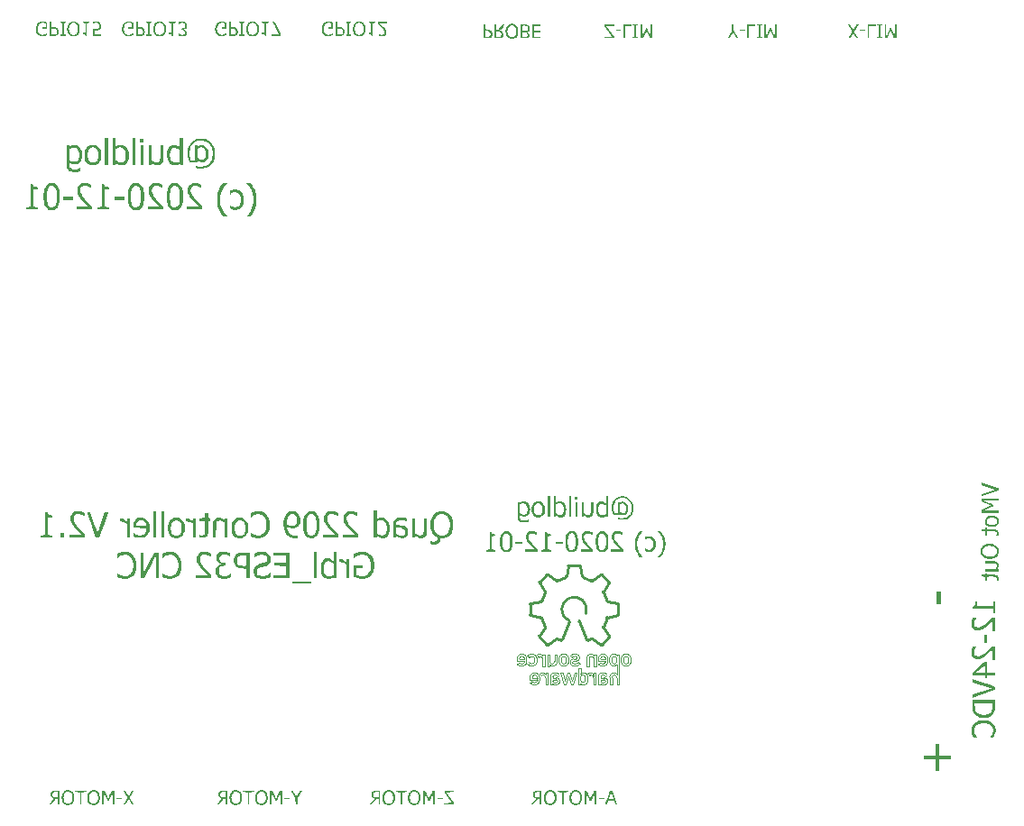
<source format=gbr>
G04 DipTrace 4.1.1.0*
G04 BottomSilk.gbr*
%MOIN*%
G04 #@! TF.FileFunction,Legend,Bot*
G04 #@! TF.Part,Single*
%ADD17C,0.01*%
%ADD27C,0.003*%
%FSLAX26Y26*%
G04*
G70*
G90*
G75*
G01*
G04 BotSilk*
%LPD*%
G36*
X2905087Y852290D2*
D1*
D1*
D1*
D1*
D1*
D1*
D1*
D1*
D1*
D1*
D1*
D1*
D1*
D1*
D1*
D1*
D1*
D1*
D1*
D1*
D1*
D1*
D1*
D1*
D1*
D1*
D1*
D1*
D1*
D1*
D1*
D1*
D1*
D1*
D1*
G37*
X2611445Y857614D2*
D27*
Y901104D1*
X2602698D1*
Y896459D1*
X2602538D1*
G03X2597668Y900318I-10348J-8059D01*
G01*
G03X2591217Y901606I-6179J-14141D01*
G01*
G03X2586555Y900766I12J-13422D01*
G01*
G03X2582129Y898247I5924J-15555D01*
G01*
X2588442Y890707D1*
G02X2591320Y892323I6924J-8964D01*
G01*
G02X2594232Y892858I2934J-7771D01*
G01*
G02X2600076Y890699I11J-8960D01*
G01*
G02X2602043Y887881I-4242J-5056D01*
G01*
G02X2602698Y883751I-11128J-3881D01*
G01*
Y857614D1*
X2611445D1*
X2741526Y892858D2*
G02X2744314Y892596I152J-13316D01*
G01*
G02X2746480Y891801I-1466J-7342D01*
G01*
G02X2748954Y888629I-2524J-4519D01*
G01*
G02X2750192Y879409I-31554J-8928D01*
G01*
G02X2748954Y870050I-33232J-368D01*
G01*
G02X2746480Y866877I-4996J1344D01*
G01*
G02X2744314Y866081I-3632J6547D01*
G01*
G02X2741526Y865819I-2635J13053D01*
G01*
G02X2738785Y866093I-150J12343D01*
G01*
G02X2736647Y866917I1539J7178D01*
G01*
G02X2734198Y870222I2797J4632D01*
G01*
G02X2732961Y879409I32653J9075D01*
G01*
G02X2734198Y888455I33398J39D01*
G01*
G02X2736647Y891760I5245J-1328D01*
G01*
G02X2738785Y892584I3677J-6354D01*
G01*
G02X2741526Y892858I2592J-12069D01*
G01*
D3*
X2678979Y857614D2*
X2688088Y888034D1*
X2688249D1*
X2697336Y857614D1*
X2705056D1*
X2718949Y901104D1*
X2709699D1*
X2701357Y870644D1*
X2701196D1*
X2691345Y901104D1*
X2684969D1*
X2675139Y870644D1*
X2674958D1*
X2666635Y901104D1*
X2657367D1*
X2671278Y857614D1*
X2678979D1*
X2797961Y945262D2*
X2825045D1*
G02X2824316Y940567I-13769J-268D01*
G01*
G02X2822129Y937213I-7820J2710D01*
G01*
G02X2818812Y935199I-6550J7052D01*
G01*
G02X2814690Y934528I-3972J11385D01*
G01*
G02X2809600Y935577I-79J12485D01*
G01*
G02X2805139Y938730I5937J13134D01*
G01*
X2798808Y933322D1*
G03X2802244Y930085I15853J13389D01*
G01*
G03X2806084Y927933I10151J13609D01*
G01*
G03X2814530Y926325I8379J21029D01*
G01*
G03X2821119Y927407I-8J20663D01*
G01*
G03X2827508Y930656I-8283J24190D01*
G01*
G03X2830256Y933390I-6387J9169D01*
G01*
G03X2832220Y937259I-12648J8856D01*
G01*
G03X2833396Y942262I-24445J8384D01*
G01*
G03X2833790Y948399I-43499J5872D01*
G01*
G03X2833427Y954262I-43460J249D01*
G01*
G03X2832341Y959143I-26634J-3362D01*
G01*
G03X2830528Y963043I-16442J-5274D01*
G01*
G03X2827991Y965962I-10664J-6707D01*
G01*
G03X2822056Y969604I-14321J-16680D01*
G01*
G03X2815857Y970818I-6223J-15343D01*
G01*
G03X2809147Y969576I-134J-18032D01*
G01*
G03X2803328Y965852I7044J-17413D01*
G01*
G03X2799304Y960022I10821J-11772D01*
G01*
G03X2797961Y952461I18893J-7258D01*
G01*
Y945262D1*
X2918937Y948621D2*
G03X2918660Y954727I-59844J346D01*
G01*
G03X2917840Y959046I-21900J-1922D01*
G01*
G03X2914231Y965249I-16008J-5161D01*
G01*
G03X2912096Y967176I-11634J-10748D01*
G01*
G03X2909273Y969017I-15012J-19930D01*
G01*
G03X2905625Y970367I-6224J-11211D01*
G01*
G03X2901001Y970818I-4407J-21296D01*
G01*
G03X2896436Y970367I-218J-21169D01*
G01*
G03X2892789Y969017I2629J-12699D01*
G01*
G03X2889946Y967176I12332J-22153D01*
G01*
G03X2887791Y965249I9474J-12765D01*
G01*
G03X2884193Y959046I12309J-11285D01*
G01*
G03X2883379Y954727I21463J-6279D01*
G01*
G03X2883109Y948621I59069J-5674D01*
G01*
G03X2883379Y942412I61251J-443D01*
G01*
G03X2884193Y938055I22633J1972D01*
G01*
G03X2887791Y931854I15897J5081D01*
G01*
G03X2889946Y929906I11274J10300D01*
G01*
G03X2892789Y928083I14028J18748D01*
G01*
G03X2896436Y926764I6274J11646D01*
G01*
G03X2901001Y926325I4372J21545D01*
G01*
G03X2905625Y926764I239J22080D01*
G01*
G03X2909273Y928083I-2571J12818D01*
G01*
G03X2912096Y929906I-11060J20224D01*
G01*
G03X2914231Y931854I-9156J12176D01*
G01*
G03X2917840Y938055I-12388J11361D01*
G01*
G03X2918660Y942412I-21176J6242D01*
G01*
G03X2918937Y948621I-60474J5808D01*
G01*
D3*
X2688806D2*
G03X2688534Y954727I-59838J397D01*
G01*
G03X2687711Y959046I-22159J-1984D01*
G01*
G03X2684104Y965249I-15984J-5145D01*
G01*
G03X2681969Y967176I-11927J-11072D01*
G01*
G03X2679144Y969017I-14931J-19816D01*
G01*
G03X2675493Y970367I-6214J-11191D01*
G01*
G03X2670873Y970818I-4400J-21227D01*
G01*
G03X2666306Y970367I-217J-21192D01*
G01*
G03X2662661Y969017I2641J-12721D01*
G01*
G03X2659819Y967176I12332J-22153D01*
G01*
G03X2657664Y965249I9474J-12765D01*
G01*
G03X2654063Y959046I12310J-11293D01*
G01*
G03X2653249Y954727I20951J-6183D01*
G01*
G03X2652976Y948621I59069J-5700D01*
G01*
G03X2653249Y942412I61253J-417D01*
G01*
G03X2654063Y938055I22113J1875D01*
G01*
G03X2657664Y931854I15901J5088D01*
G01*
G03X2659819Y929906I11145J10158D01*
G01*
G03X2662661Y928083I14028J18748D01*
G01*
G03X2666306Y926764I6284J11668D01*
G01*
G03X2670873Y926325I4372J21546D01*
G01*
G03X2675493Y926764I243J22011D01*
G01*
G03X2679144Y928083I-2587J12873D01*
G01*
G03X2681969Y929906I-11437J20819D01*
G01*
G03X2684104Y931854I-9156J12176D01*
G01*
G03X2687711Y938055I-12366J11344D01*
G01*
G03X2688534Y942412I-21431J6304D01*
G01*
G03X2688806Y948621I-61493J5801D01*
G01*
D3*
X2807425Y857453D2*
Y861295D1*
X2807608D1*
G03X2811248Y858038I6209J3277D01*
G01*
G03X2814240Y857223I4883J12027D01*
G01*
G03X2818041Y856950I3667J24458D01*
G01*
G03X2824361Y857991I-126J20477D01*
G01*
G03X2828917Y860793I-3819J11317D01*
G01*
G03X2831936Y864999I-8146J9032D01*
G01*
G03X2832941Y870222I-12227J5062D01*
G01*
G03X2832071Y875231I-14014J146D01*
G01*
G03X2829462Y879369I-11621J-4436D01*
G01*
G03X2825169Y882148I-7924J-7533D01*
G01*
G03X2819207Y883129I-5850J-16959D01*
G01*
X2807425D1*
Y887732D1*
G02X2807955Y890256I5461J170D01*
G01*
G02X2809576Y892034I4024J-2040D01*
G01*
G02X2812295Y893071I4088J-6637D01*
G01*
G02X2816112Y893361I3232J-17269D01*
G01*
G02X2818877Y893192I163J-20004D01*
G01*
G02X2821139Y892680I-1543J-12076D01*
G01*
G02X2824114Y889963I-2461J-5683D01*
G01*
X2830810Y895231D1*
G03X2824810Y900063I-12105J-8890D01*
G01*
G03X2820955Y901230I-6857J-15702D01*
G01*
G03X2816535Y901566I-3909J-22183D01*
G01*
G03X2809387Y900831I-609J-29206D01*
G01*
G03X2803787Y898470I3933J-17151D01*
G01*
G03X2800218Y894000I5904J-8375D01*
G01*
G03X2799301Y890904I13488J-5681D01*
G01*
G03X2798962Y887230I21571J-3841D01*
G01*
Y857453D1*
X2807425D1*
X2825045Y952461D2*
X2806689D1*
G02X2807479Y956791I14274J-367D01*
G01*
G02X2809451Y959971I8334J-2968D01*
G01*
G02X2812336Y961924I6150J-5977D01*
G01*
G02X2815857Y962575I3423J-8667D01*
G01*
G02X2819424Y961924I101J-9546D01*
G01*
G02X2822331Y959971I-3221J-7935D01*
G01*
G02X2824297Y956791I-6189J-6024D01*
G01*
G02X2825045Y952461I-13170J-4505D01*
G01*
D3*
X2807425Y872735D2*
Y875932D1*
X2817621D1*
G02X2820875Y875517I-226J-14752D01*
G01*
G02X2823188Y874499I-1545J-6641D01*
G01*
G02X2824558Y872873I-2321J-3346D01*
G01*
G02X2824979Y870644I-4580J-2020D01*
G01*
G02X2824501Y868613I-4393J-39D01*
G01*
G02X2823067Y866864I-4948J2594D01*
G01*
G02X2820621Y865583I-3846J4368D01*
G01*
G02X2816978Y865155I-3375J13017D01*
G01*
G02X2812419Y865441I-730J24838D01*
G01*
G02X2809437Y866462I1125J8151D01*
G01*
G02X2808556Y867366I1903J2734D01*
G01*
G02X2807929Y868714I4595J2959D01*
G01*
G02X2807425Y872735I13056J3678D01*
G01*
D3*
X2542992Y939614D2*
X2536538Y933824D1*
G03X2543314Y928436I18106J15813D01*
G01*
G03X2547491Y926853I8096J15065D01*
G01*
G03X2552180Y926325I4558J19411D01*
G01*
G03X2559357Y927605I98J20218D01*
G01*
G03X2565812Y931451I-7964J20705D01*
G01*
G03X2568476Y934440I-9089J10784D01*
G01*
G03X2570381Y938282I-14381J9520D01*
G01*
G03X2571522Y942975I-23431J8186D01*
G01*
G03X2571904Y948520I-37090J5340D01*
G01*
G03X2571522Y954068I-37475J208D01*
G01*
G03X2570381Y958773I-24722J-3509D01*
G01*
G03X2568476Y962629I-16729J-5864D01*
G01*
G03X2565812Y965640I-11881J-7825D01*
G01*
G03X2559357Y969524I-14475J-16755D01*
G01*
G03X2552180Y970818I-7085J-18746D01*
G01*
G03X2547491Y970285I-87J-20130D01*
G01*
G03X2543314Y968688I3955J-16607D01*
G01*
G03X2536538Y963278I11530J-21390D01*
G01*
X2542992Y957529D1*
G02X2547054Y960936I10117J-7937D01*
G01*
G02X2551837Y962072I4711J-9192D01*
G01*
G02X2556791Y961224I276J-13285D01*
G01*
G02X2560328Y958684I-3161J-8132D01*
G01*
G02X2562449Y954450I-8687J-6999D01*
G01*
G02X2563159Y948520I-21669J-5602D01*
G01*
G02X2562449Y942618I-22148J-329D01*
G01*
G02X2560328Y938403I-10754J2769D01*
G01*
G02X2556791Y935874I-6739J5687D01*
G01*
G02X2551837Y935030I-4673J12472D01*
G01*
G02X2547033Y936176I-79J10314D01*
G01*
G02X2542992Y939614I6012J11159D01*
G01*
D3*
X2891814Y948520D2*
G02X2891934Y952562I57666J300D01*
G01*
G02X2892297Y955197I15890J-842D01*
G01*
G02X2893965Y958874I11043J-2792D01*
G01*
G02X2896870Y961273I5846J-4122D01*
G01*
G02X2901001Y962072I3910J-9133D01*
G01*
G02X2905163Y961273I244J-9965D01*
G01*
G02X2908038Y958874I-2823J-6307D01*
G01*
G02X2909727Y955197I-8354J-6064D01*
G01*
G02X2910058Y952588I-17314J-3520D01*
G01*
G02X2910169Y948621I-63657J-3775D01*
G01*
G02X2910058Y944545I-67355J-196D01*
G01*
G02X2909727Y941886I-17397J814D01*
G01*
G02X2908038Y938227I-9618J2221D01*
G01*
G02X2905163Y935829I-5721J3938D01*
G01*
G02X2901001Y935030I-3928J9221D01*
G01*
G02X2896870Y935829I-232J9877D01*
G01*
G02X2893965Y938227I2947J6530D01*
G01*
G02X2892297Y941866I9069J6359D01*
G01*
G02X2891934Y944495I15425J3465D01*
G01*
G02X2891814Y948520I57092J3727D01*
G01*
D3*
X2661681D2*
G02X2661806Y952562I58756J211D01*
G01*
G02X2662165Y955197I16264J-877D01*
G01*
G02X2663836Y958874I11186J-2864D01*
G01*
G02X2666740Y961273I5867J-4145D01*
G01*
G02X2670873Y962072I3910J-9134D01*
G01*
G02X2675034Y961273I244J-9965D01*
G01*
G02X2677909Y958874I-2867J-6359D01*
G01*
G02X2679598Y955197I-8298J-6038D01*
G01*
G02X2679930Y952588I-17085J-3500D01*
G01*
G02X2680041Y948621I-59839J-3648D01*
G01*
G02X2679930Y944545I-63319J-327D01*
G01*
G02X2679598Y941886I-18079J907D01*
G01*
G02X2677909Y938227I-9618J2221D01*
G01*
G02X2675034Y935829I-5765J3991D01*
G01*
G02X2670873Y935030I-3928J9221D01*
G01*
G02X2666740Y935829I-233J9878D01*
G01*
G02X2663836Y938227I2969J6554D01*
G01*
G02X2662165Y941866I9071J6367D01*
G01*
G02X2661806Y944495I15799J3500D01*
G01*
G02X2661681Y948520I58171J3816D01*
G01*
D3*
X2790315Y926828D2*
Y970315D1*
X2781570D1*
Y965671D1*
X2781408D1*
G03X2776538Y969531I-10315J-8010D01*
G01*
G03X2770089Y970818I-6181J-14184D01*
G01*
G03X2765112Y969854I8J-13382D01*
G01*
G03X2760308Y966967I6806J-16762D01*
G01*
G03X2756773Y962235I7546J-9325D01*
G01*
G03X2755888Y959207I13310J-5532D01*
G01*
G03X2755594Y955738I19251J-3378D01*
G01*
Y926828D1*
X2764340D1*
Y952722D1*
G02X2764953Y956644I11635J191D01*
G01*
G02X2766793Y959600I7450J-2588D01*
G01*
G02X2769547Y961454I5882J-5765D01*
G01*
G02X2772904Y962072I3263J-8298D01*
G01*
G02X2776337Y961454I124J-9154D01*
G01*
G02X2779117Y959600I-3047J-7577D01*
G01*
G02X2780957Y956644I-5611J-5543D01*
G01*
G02X2781570Y952722I-11022J-3731D01*
G01*
Y926828D1*
X2790315D1*
X2630196Y857453D2*
Y861295D1*
X2630377D1*
G03X2634016Y858038I6222J3289D01*
G01*
G03X2637010Y857223I4874J12002D01*
G01*
G03X2640811Y856950I3660J24364D01*
G01*
G03X2647130Y857991I-127J20478D01*
G01*
G03X2651689Y860793I-3821J11327D01*
G01*
G03X2654705Y864999I-8144J9023D01*
G01*
G03X2655710Y870222I-12227J5062D01*
G01*
G03X2654839Y875231I-14132J122D01*
G01*
G03X2652230Y879369I-11573J-4406D01*
G01*
G03X2647938Y882148I-7929J-7539D01*
G01*
G03X2641976Y883129I-5853J-16974D01*
G01*
X2630196D1*
Y887732D1*
G02X2630723Y890256I5459J176D01*
G01*
G02X2632346Y892034I3988J-2011D01*
G01*
G02X2635066Y893071I4078J-6613D01*
G01*
G02X2638881Y893361I3230J-17249D01*
G01*
G02X2641646Y893192I163J-20004D01*
G01*
G02X2643907Y892680I-1549J-12093D01*
G01*
G02X2646885Y889963I-2462J-5689D01*
G01*
X2653579Y895231D1*
G03X2647576Y900063I-12109J-8898D01*
G01*
G03X2643724Y901230I-6836J-15628D01*
G01*
G03X2639303Y901566I-3911J-22206D01*
G01*
G03X2632154Y900831I-608J-29226D01*
G01*
G03X2626556Y898470I3919J-17106D01*
G01*
G03X2622987Y894000I5945J-8408D01*
G01*
G03X2622071Y890904I13010J-5533D01*
G01*
G03X2621730Y887230I21211J-3823D01*
G01*
Y857453D1*
X2630196D1*
X2545745Y876051D2*
X2572827D1*
G02X2572098Y871356I-13942J-242D01*
G01*
G02X2569913Y867999I-7909J2758D01*
G01*
G02X2566594Y865987I-6611J7162D01*
G01*
G02X2562475Y865316I-3947J11258D01*
G01*
G02X2557382Y866366I-76J12509D01*
G01*
G02X2552924Y869518I5959J13157D01*
G01*
X2546591Y864108D1*
G03X2550028Y860873I15953J13506D01*
G01*
G03X2553867Y858722I10141J13601D01*
G01*
G03X2562311Y857112I8383J21016D01*
G01*
G03X2568904Y858196I-33J20795D01*
G01*
G03X2575291Y861445I-8269J24157D01*
G01*
G03X2578039Y864178I-6387J9169D01*
G01*
G03X2580003Y868047I-13025J9042D01*
G01*
G03X2581180Y873051I-24571J8421D01*
G01*
G03X2581571Y879188I-43465J5851D01*
G01*
G03X2581211Y885050I-43743J259D01*
G01*
G03X2580122Y889930I-26850J-3431D01*
G01*
G03X2578312Y893831I-16503J-5287D01*
G01*
G03X2575773Y896751I-10760J-6793D01*
G01*
G03X2569839Y900392I-14414J-16833D01*
G01*
G03X2563638Y901606I-6220J-15329D01*
G01*
G03X2556929Y900365I-132J-18032D01*
G01*
G03X2551114Y896640I7007J-17342D01*
G01*
G03X2547087Y890808I10790J-11758D01*
G01*
G03X2545745Y883249I18937J-7259D01*
G01*
Y876051D1*
X2788811Y857614D2*
Y901104D1*
X2780066D1*
Y896459D1*
X2779904D1*
G02X2782633Y887546I-10321J-8033D01*
G01*
X2775034Y900318D2*
G03X2768585Y901606I-6177J-14129D01*
G01*
G03X2763921Y900766I9J-13422D01*
G01*
G03X2759499Y898247I5880J-15461D01*
G01*
X2765811Y890707D1*
G02X2768686Y892323I6979J-9054D01*
G01*
G02X2771601Y892858I2931J-7757D01*
G01*
G02X2777441Y890699I14J-8940D01*
G01*
G02X2779411Y887881I-4243J-5063D01*
G01*
G02X2780066Y883751I-11048J-3869D01*
G01*
Y857614D1*
X2788811D1*
X2572827Y883249D2*
X2554471D1*
G02X2555262Y887579I14311J-379D01*
G01*
G02X2557236Y890760I8225J-2900D01*
G01*
G02X2560117Y892710I6096J-5902D01*
G01*
G02X2563638Y893361I3413J-8612D01*
G01*
G02X2567207Y892710I126J-9422D01*
G01*
G02X2570113Y890760I-3222J-7940D01*
G01*
G02X2572077Y887579I-6226J-6042D01*
G01*
G02X2572827Y883249I-13120J-4500D01*
G01*
D3*
X2630196Y872735D2*
Y875932D1*
X2640388D1*
G02X2643644Y875517I-228J-14777D01*
G01*
G02X2645958Y874499I-1564J-6690D01*
G01*
G02X2647327Y872873I-2377J-3390D01*
G01*
G02X2647745Y870644I-4532J-2005D01*
G01*
G02X2647270Y868613I-4391J-45D01*
G01*
G02X2645837Y866864I-5003J2637D01*
G01*
G02X2643387Y865583I-3866J4411D01*
G01*
G02X2639745Y865155I-3375J13015D01*
G01*
G02X2635185Y865441I-732J24823D01*
G01*
G02X2632206Y866462I1125J8138D01*
G01*
G02X2631327Y867366I1884J2711D01*
G01*
G02X2630698Y868714I4428J2886D01*
G01*
G02X2630196Y872735I12999J3667D01*
G01*
D3*
X2645013Y941403D2*
Y970315D1*
X2636268D1*
Y944378D1*
G02X2635656Y940434I-11799J-189D01*
G01*
G02X2633818Y937483I-7379J2548D01*
G01*
G02X2631037Y935644I-5779J5718D01*
G01*
G02X2627604Y935030I-3320J8654D01*
G01*
G02X2624247Y935644I-98J8947D01*
G01*
G02X2621491Y937483I3030J7527D01*
G01*
G02X2619651Y940434I5560J5515D01*
G01*
G02X2619038Y944378I11143J3751D01*
G01*
Y970315D1*
X2610293D1*
Y926828D1*
X2619038D1*
Y931432D1*
X2619219D1*
G03X2624054Y927601I10275J8002D01*
G01*
G03X2630438Y926325I6116J13997D01*
G01*
G03X2635488Y927282I0J13806D01*
G01*
G03X2640308Y930154I-6641J16629D01*
G01*
G03X2643839Y934882I-7514J9292D01*
G01*
G03X2644719Y937917I-13193J5473D01*
G01*
G03X2645013Y941403I-19129J3368D01*
G01*
D3*
X2600362Y926828D2*
Y970315D1*
X2591617D1*
Y965671D1*
X2591457D1*
G03X2586585Y969531I-10326J-8025D01*
G01*
G03X2580138Y970818I-6183J-14195D01*
G01*
G03X2575472Y969978I-6J-13342D01*
G01*
G03X2571051Y967461I5808J-15343D01*
G01*
X2577364Y959921D1*
G02X2580239Y961534I7021J-9148D01*
G01*
G02X2583154Y962072I2954J-7836D01*
G01*
G02X2588993Y959911I1J-8967D01*
G01*
G02X2590962Y957092I-4212J-5038D01*
G01*
G02X2591617Y952963I-10968J-3856D01*
G01*
Y926828D1*
X2600362D1*
X2732961Y857614D2*
Y862139D1*
G03X2738063Y858369I11523J10257D01*
G01*
G03X2744201Y857112I5988J13625D01*
G01*
G03X2747940Y857504I115J16911D01*
G01*
G03X2751117Y858680I-2682J12128D01*
G01*
G03X2755841Y862720I-6635J12541D01*
G01*
G03X2758316Y868190I-9814J7736D01*
G01*
G03X2758781Y872573I-32405J5651D01*
G01*
G03X2758937Y879409I-125306J6282D01*
G01*
G03X2758781Y886160I-122313J548D01*
G01*
G03X2758316Y890487I-32069J-1255D01*
G01*
G03X2755841Y895957I-12570J-2393D01*
G01*
G03X2751117Y899997I-11828J-9047D01*
G01*
G03X2747940Y901202I-5886J-10731D01*
G01*
G03X2744201Y901606I-3644J-16210D01*
G01*
G03X2738121Y900178I-174J-12918D01*
G01*
G03X2732961Y896459I10978J-20670D01*
G01*
Y918655D1*
X2724214D1*
Y857614D1*
X2732961D1*
X2857747Y935030D2*
G02X2854969Y935295I-120J13435D01*
G01*
G02X2852807Y936088I1489J7404D01*
G01*
G02X2850333Y939261I2549J4538D01*
G01*
G02X2849100Y948520I31892J8961D01*
G01*
G02X2850333Y957808I33312J302D01*
G01*
G02X2852807Y961007I5050J-1350D01*
G01*
G02X2854969Y961804I3586J-6387D01*
G01*
G02X2857747Y962072I2626J-12705D01*
G01*
G02X2860513Y961795I119J-12773D01*
G01*
G02X2862664Y960971I-1477J-7073D01*
G01*
G02X2865114Y957668I-2765J-4611D01*
G01*
G02X2866331Y948520I-33083J-9054D01*
G01*
G02X2865114Y939413I-33993J-93D01*
G01*
G02X2862664Y936125I-5181J1303D01*
G01*
G02X2860513Y935304I-3666J6383D01*
G01*
G02X2857747Y935030I-2614J12281D01*
G01*
D3*
X2498143Y945262D2*
X2525222D1*
G02X2524495Y940567I-13811J-266D01*
G01*
G02X2522310Y937213I-7816J2703D01*
G01*
G02X2518992Y935199I-6544J7043D01*
G01*
G02X2514867Y934528I-3974J11400D01*
G01*
G02X2509781Y935577I-80J12461D01*
G01*
G02X2505320Y938730I5937J13134D01*
G01*
X2498987Y933322D1*
G03X2502425Y930085I15860J13406D01*
G01*
G03X2506265Y927933I10077J13478D01*
G01*
G03X2514710Y926325I8379J21029D01*
G01*
G03X2521301Y927407I-6J20663D01*
G01*
G03X2527686Y930656I-8254J24120D01*
G01*
G03X2530436Y933390I-6324J9110D01*
G01*
G03X2532399Y937259I-12700J8877D01*
G01*
G03X2533579Y942262I-24573J8435D01*
G01*
G03X2533970Y948399I-44038J5887D01*
G01*
G03X2533608Y954262I-43175J276D01*
G01*
G03X2532520Y959143I-27227J-3508D01*
G01*
G03X2530705Y963043I-16375J-5248D01*
G01*
G03X2528169Y965962I-10568J-6620D01*
G01*
G03X2522235Y969604I-14321J-16680D01*
G01*
G03X2516037Y970818I-6220J-15329D01*
G01*
G03X2509324Y969576I-129J-18071D01*
G01*
G03X2503509Y965852I7074J-17447D01*
G01*
G03X2499486Y960022I10785J-11747D01*
G01*
G03X2498143Y952461I18858J-7248D01*
G01*
Y945262D1*
X2731377Y934066D2*
X2725265Y940117D1*
G02X2718983Y935924I-13738J13780D01*
G01*
G02X2711556Y934528I-7246J18092D01*
G01*
G02X2708156Y934881I-130J15298D01*
G01*
G02X2705403Y935936I2110J9626D01*
G01*
G02X2703576Y937684I2317J4249D01*
G01*
G02X2702970Y940117I4153J2327D01*
G01*
G02X2703303Y941808I4073J76D01*
G01*
G02X2704303Y943083I3100J-1404D01*
G01*
G02X2705966Y943940I3125J-4022D01*
G01*
G02X2708298Y944378I3069J-9907D01*
G01*
X2715997Y945102D1*
G03X2720942Y946192I-1097J16750D01*
G01*
G03X2724962Y948652I-4914J12540D01*
G01*
G03X2727635Y952415I-6560J7492D01*
G01*
G03X2728524Y957408I-12368J4776D01*
G01*
G03X2727362Y963218I-13732J276D01*
G01*
G03X2723878Y967420I-9756J-4544D01*
G01*
G03X2718667Y969969I-9847J-13534D01*
G01*
G03X2712320Y970818I-6115J-21560D01*
G01*
G03X2707031Y970416I-181J-32644D01*
G01*
G03X2702556Y969210I3509J-21925D01*
G01*
G03X2695269Y964907I9602J-24583D01*
G01*
X2700677Y958534D1*
G02X2706034Y961438I16549J-24133D01*
G01*
G02X2712320Y962575I6012J-15300D01*
G01*
G02X2715865Y962202I279J-14384D01*
G01*
G02X2718139Y961088I-1118J-5161D01*
G01*
G02X2719777Y957328I-3229J-3643D01*
G01*
G02X2719474Y955953I-3181J-20D01*
G01*
G02X2718560Y954684I-4014J1926D01*
G01*
G02X2716820Y953710I-2886J3116D01*
G01*
G02X2714028Y953224I-3477J11723D01*
G01*
X2706829Y952722D1*
G03X2703690Y952287I1283J-20834D01*
G01*
G03X2701031Y951448I2934J-13916D01*
G01*
G03X2697147Y948551I3728J-9054D01*
G01*
G03X2694955Y944483I10447J-8252D01*
G01*
G03X2694222Y939694I14547J-4679D01*
G01*
G03X2695534Y934014I12038J-210D01*
G01*
G03X2699461Y929803I10147J5524D01*
G01*
G03X2705274Y927194I10931J16575D01*
G01*
G03X2712238Y926325I6705J25398D01*
G01*
G03X2722450Y928260I179J26982D01*
G01*
G03X2731377Y934066I-11035J26732D01*
G01*
D3*
X2525222Y952461D2*
X2506867D1*
G02X2507660Y956791I14277J-375D01*
G01*
G02X2509633Y959971I8292J-2942D01*
G01*
G02X2512516Y961924I6158J-5987D01*
G01*
G02X2516037Y962575I3423J-8667D01*
G01*
G02X2519605Y961924I97J-9572D01*
G01*
G02X2522510Y959971I-3250J-7973D01*
G01*
G02X2524476Y956791I-6189J-6024D01*
G01*
G02X2525222Y952461I-13273J-4514D01*
G01*
D3*
X2875076Y857614D2*
Y970315D1*
X2866331D1*
Y965752D1*
G03X2861239Y969551I-11519J-10127D01*
G01*
G03X2855091Y970818I-6004J-13589D01*
G01*
G03X2851385Y970416I-130J-16099D01*
G01*
G03X2848224Y969210I2744J-11934D01*
G01*
G03X2843450Y965168I7463J-13655D01*
G01*
G03X2840997Y959698I10504J-7995D01*
G01*
G03X2840514Y955346I30846J-5626D01*
G01*
G03X2840354Y948520I123193J-6304D01*
G01*
G03X2840514Y941736I121754J-520D01*
G01*
G03X2840997Y937383I31259J1265D01*
G01*
G03X2843450Y931934I12695J2438D01*
G01*
G03X2848224Y927894I11741J9032D01*
G01*
G03X2851385Y926717I5788J10708D01*
G01*
G03X2855091Y926325I3593J16298D01*
G01*
G03X2861193Y927701I223J13236D01*
G01*
G03X2866331Y931432I-9902J19038D01*
G01*
Y896459D1*
X2866167D1*
G03X2861299Y900318I-10362J-8073D01*
G01*
G03X2854849Y901606I-6179J-14141D01*
G01*
G03X2849871Y900642I23J-13445D01*
G01*
G03X2845070Y897755I6839J-16811D01*
G01*
G03X2841533Y893022I7554J-9333D01*
G01*
G03X2840651Y889995I12917J-5405D01*
G01*
G03X2840354Y886526I18616J-3339D01*
G01*
Y857614D1*
X2849100D1*
Y883510D1*
G02X2849711Y887430I11663J188D01*
G01*
G02X2851552Y890386I7472J-2604D01*
G01*
G02X2854306Y892240I5832J-5687D01*
G01*
G02X2857664Y892858I3241J-8176D01*
G01*
G02X2861098Y892240I118J-9192D01*
G01*
G02X2863877Y890386I-2980J-7473D01*
G01*
G02X2865718Y887430I-5631J-5559D01*
G01*
G02X2866331Y883510I-11095J-3743D01*
G01*
Y857614D1*
X2875076D1*
X2689642Y1094215D2*
D17*
G02X2752472Y1121315I19235J41791D01*
G01*
X2728112Y1094215D2*
G03X2727045Y1091509I876J-1909D01*
G01*
X2754622Y1023962D1*
G03X2757374Y1022814I1948J797D01*
G01*
X2772353Y1029020D1*
G02X2774339Y1028819I806J-1946D01*
G01*
X2807286Y1006529D1*
G03X2809950Y1006782I1179J1736D01*
G01*
X2838100Y1034932D1*
G03X2838353Y1037597I-1484J1486D01*
G01*
X2816063Y1070542D1*
G02X2815862Y1072525I1762J1180D01*
G01*
X2829415Y1105241D1*
G02X2830958Y1106503I1943J-803D01*
G01*
X2870014Y1114037D1*
G03X2871719Y1116100I-394J2062D01*
G01*
Y1155909D1*
G03X2870014Y1157975I-2099J4D01*
G01*
X2830958Y1165509D1*
G02X2829415Y1166769I395J2059D01*
G01*
X2815862Y1199484D1*
G02X2816063Y1201467I1963J803D01*
G01*
X2838353Y1234415D1*
G03X2838100Y1237080I-1738J1180D01*
G01*
X2809950Y1265230D1*
G03X2807286Y1265483I-1485J-1483D01*
G01*
X2774339Y1243193D1*
G02X2772353Y1242992I-1179J1746D01*
G01*
X2739640Y1256545D1*
G02X2738381Y1258088I799J1939D01*
G01*
X2730845Y1297146D1*
G03X2728781Y1298850I-2067J-401D01*
G01*
X2688972D1*
G03X2686908Y1297146I1J-2103D01*
G01*
X2679373Y1258088D1*
G02X2678113Y1256545I-2059J395D01*
G01*
X2645395Y1242992D1*
G02X2643415Y1243193I-804J1937D01*
G01*
X2610467Y1265483D1*
G03X2607801Y1265230I-1180J-1741D01*
G01*
X2579654Y1237080D1*
G03X2579399Y1234415I1481J-1486D01*
G01*
X2601689Y1201467D1*
G02X2601890Y1199484I-1740J-1178D01*
G01*
X2588340Y1166769D1*
G02X2586793Y1165509I-1945J808D01*
G01*
X2547736Y1157975D1*
G03X2546031Y1155909I401J-2067D01*
G01*
Y1116100D1*
G03X2547736Y1114037I2106J4D01*
G01*
X2586793Y1106503D1*
G02X2588340Y1105241I-402J-2073D01*
G01*
X2601890Y1072525D1*
G02X2601689Y1070542I-1941J-805D01*
G01*
X2579399Y1037597D1*
G03X2579654Y1034932I1736J-1179D01*
G01*
X2607801Y1006782D1*
G03X2610467Y1006529I1487J1488D01*
G01*
X2643415Y1028819D1*
G02X2645395Y1029020I1176J-1736D01*
G01*
X2660378Y1022814D1*
G03X2663129Y1023962I803J1944D01*
G01*
X2690706Y1091509D1*
G03X2689642Y1094215I-1941J799D01*
G01*
G36*
X3720104Y3299788D2*
Y3299132D1*
X3720761Y3297819D1*
X3723385Y3293882D1*
X3724041Y3292570D1*
X3726666Y3288633D1*
X3727322Y3287321D1*
X3729947Y3283384D1*
X3730603Y3282071D1*
X3733228Y3278134D1*
X3733884Y3276822D1*
X3735196Y3274853D1*
X3736509Y3273541D1*
X3735196Y3272229D1*
X3734540Y3270916D1*
X3733228Y3268948D1*
X3732572Y3267636D1*
X3729947Y3263699D1*
X3729291Y3262386D1*
X3727978Y3260418D1*
X3727322Y3259105D1*
X3726010Y3257137D1*
X3725354Y3255825D1*
X3724041Y3253856D1*
X3723385Y3252544D1*
X3720761Y3248607D1*
X3720104Y3247294D1*
X3727322D1*
X3728635Y3248607D1*
X3729291Y3249919D1*
X3730603Y3251888D1*
X3731259Y3253200D1*
X3732572Y3255168D1*
X3733228Y3256481D1*
X3734540Y3258449D1*
X3735196Y3259762D1*
X3736509Y3261730D1*
X3737165Y3263042D1*
X3738477Y3265011D1*
X3739133Y3266323D1*
X3739269Y3266768D1*
X3739863Y3267356D1*
X3740446Y3267636D1*
X3741758Y3266323D1*
Y3265667D1*
X3742414Y3264355D1*
X3745039Y3260418D1*
X3745695Y3259105D1*
X3747007Y3257137D1*
X3747663Y3255825D1*
X3748976Y3253856D1*
X3749632Y3252544D1*
X3752257Y3248607D1*
X3752913Y3247294D1*
X3760131D1*
X3759475Y3248607D1*
X3755538Y3254512D1*
X3754881Y3255825D1*
X3752257Y3259762D1*
X3751601Y3261074D1*
X3748976Y3265011D1*
X3748320Y3266323D1*
X3745695Y3270260D1*
X3745039Y3271573D1*
X3743726Y3272885D1*
Y3273541D1*
X3745039Y3274853D1*
X3745695Y3276166D1*
X3747007Y3278134D1*
X3747663Y3279447D1*
X3750288Y3283384D1*
X3750944Y3284696D1*
X3752257Y3286664D1*
X3752913Y3287977D1*
X3754225Y3289945D1*
X3754881Y3291258D1*
X3757506Y3295195D1*
X3758162Y3296507D1*
X3759475Y3298475D1*
X3760131Y3299788D1*
X3752913D1*
X3751601Y3298475D1*
X3750944Y3297163D1*
X3749632Y3295195D1*
X3748976Y3293882D1*
X3747663Y3291914D1*
X3747007Y3290601D1*
X3745695Y3288633D1*
X3745039Y3287321D1*
X3743726Y3285352D1*
X3743070Y3284040D1*
X3741758Y3282071D1*
X3740771Y3280101D1*
X3740390Y3279416D1*
X3739749Y3278732D1*
X3739411Y3278840D1*
X3739133Y3279447D1*
X3738477Y3280759D1*
X3737165Y3282727D1*
X3736509Y3284040D1*
X3735196Y3286008D1*
X3734540Y3287321D1*
X3731915Y3291258D1*
X3731259Y3292570D1*
X3729947Y3294538D1*
X3729291Y3295851D1*
X3726666Y3299788D1*
X3720104D1*
G37*
G36*
X3792939D2*
Y3247294D1*
X3798845D1*
Y3293226D1*
X3822467Y3293882D1*
Y3299788D1*
X3792939D1*
G37*
G36*
X3827060D2*
Y3295195D1*
X3833622Y3294538D1*
Y3252544D1*
X3827060Y3251888D1*
Y3247294D1*
X3846745D1*
Y3251888D1*
X3840183Y3252544D1*
Y3294538D1*
X3846745Y3295195D1*
Y3299788D1*
X3827060D1*
G37*
G36*
X3855931D2*
Y3247294D1*
X3865118D1*
X3866430Y3249919D1*
X3867086Y3251888D1*
X3869055Y3255825D1*
X3869711Y3257793D1*
X3871679Y3261730D1*
X3872335Y3263699D1*
X3874960Y3268948D1*
X3875616Y3270916D1*
X3877585Y3274853D1*
Y3276166D1*
X3878075Y3276587D1*
X3878415Y3276549D1*
X3878866Y3276100D1*
X3879218Y3275497D1*
X3880209Y3273541D1*
X3880866Y3271573D1*
X3882178Y3268948D1*
X3882834Y3266979D1*
X3884146Y3264355D1*
X3884803Y3262386D1*
X3886115Y3259762D1*
X3886771Y3257793D1*
X3888083Y3255168D1*
X3888740Y3253200D1*
X3890052Y3250575D1*
X3890708Y3248607D1*
X3891364Y3247294D1*
X3900551D1*
Y3299788D1*
X3894645D1*
Y3255168D1*
X3893949Y3254456D1*
X3893611Y3254561D1*
X3893190Y3255283D1*
X3893333Y3255825D1*
X3892020Y3258449D1*
X3891364Y3260418D1*
X3889396Y3264355D1*
X3888740Y3266323D1*
X3886771Y3270260D1*
X3886115Y3272229D1*
X3884146Y3276166D1*
X3883490Y3278134D1*
X3881522Y3282071D1*
X3880866Y3284040D1*
X3880209Y3285352D1*
X3876272D1*
X3875616Y3284696D1*
X3874960Y3282727D1*
X3872992Y3278790D1*
X3872335Y3276822D1*
X3870367Y3272885D1*
X3869711Y3270916D1*
X3868398Y3268292D1*
X3867742Y3266323D1*
X3865774Y3262386D1*
X3865118Y3260418D1*
X3863149Y3256481D1*
Y3255168D1*
X3862453Y3254456D1*
X3862114Y3254562D1*
X3861837Y3255168D1*
Y3299788D1*
X3855931D1*
G37*
G36*
X3764724Y3280103D2*
Y3274197D1*
X3783753D1*
Y3280103D1*
X3764724D1*
G37*
G36*
X3292283Y3299788D2*
Y3276822D1*
X3291627Y3276166D1*
X3290971Y3274853D1*
X3289658Y3272885D1*
X3288346Y3270260D1*
X3287034Y3268292D1*
X3286377Y3266979D1*
X3285065Y3265011D1*
X3284409Y3263699D1*
X3283097Y3261730D1*
X3281784Y3259105D1*
X3280472Y3257137D1*
X3279816Y3255825D1*
X3278503Y3253856D1*
X3277847Y3252544D1*
X3276535Y3250575D1*
X3275879Y3249263D1*
X3274566Y3247294D1*
X3281784D1*
X3282440Y3247951D1*
X3283753Y3249919D1*
X3285065Y3252544D1*
X3286377Y3254512D1*
X3287034Y3255825D1*
X3288346Y3257793D1*
X3289658Y3260418D1*
X3290971Y3262386D1*
X3291627Y3263699D1*
X3292939Y3265667D1*
X3294251Y3268292D1*
Y3268948D1*
X3295564Y3270260D1*
X3296162Y3270009D1*
X3296735Y3269370D1*
X3296876Y3268948D1*
X3297532Y3267636D1*
X3298845Y3265667D1*
X3299501Y3264355D1*
X3300813Y3262386D1*
X3301469Y3261074D1*
X3302782Y3259105D1*
X3304094Y3256481D1*
X3305406Y3254512D1*
X3306062Y3253200D1*
X3307375Y3251231D1*
X3308031Y3249919D1*
X3309343Y3247951D1*
X3309999Y3247294D1*
X3316561D1*
X3315249Y3249919D1*
X3313936Y3251888D1*
X3313280Y3253200D1*
X3311968Y3255168D1*
X3311312Y3256481D1*
X3309999Y3258449D1*
X3309343Y3259762D1*
X3308031Y3261730D1*
X3307375Y3263042D1*
X3304750Y3266979D1*
X3304094Y3268292D1*
X3302782Y3270260D1*
X3302125Y3271573D1*
X3300813Y3273541D1*
X3300157Y3274853D1*
X3298845Y3276166D1*
Y3299788D1*
X3292283D1*
G37*
G36*
X3348713D2*
Y3247294D1*
X3354619D1*
Y3293226D1*
X3378241Y3293882D1*
Y3299788D1*
X3348713D1*
G37*
G36*
X3382834D2*
Y3295195D1*
X3389396Y3294538D1*
Y3252544D1*
X3382834Y3251888D1*
Y3247294D1*
X3402519D1*
Y3251888D1*
X3395957Y3252544D1*
Y3294538D1*
X3402519Y3295195D1*
Y3299788D1*
X3382834D1*
G37*
G36*
X3411705D2*
Y3247294D1*
X3420892D1*
X3422204Y3249919D1*
X3422860Y3251888D1*
X3424829Y3255825D1*
X3425485Y3257793D1*
X3427454Y3261730D1*
X3428110Y3263699D1*
X3430734Y3268948D1*
X3431391Y3270916D1*
X3433359Y3274853D1*
Y3276166D1*
X3433849Y3276587D1*
X3434189Y3276549D1*
X3434640Y3276100D1*
X3434992Y3275497D1*
X3435984Y3273541D1*
X3436640Y3271573D1*
X3437952Y3268948D1*
X3438608Y3266979D1*
X3439921Y3264355D1*
X3440577Y3262386D1*
X3441889Y3259762D1*
X3442545Y3257793D1*
X3443858Y3255168D1*
X3444514Y3253200D1*
X3445826Y3250575D1*
X3446482Y3248607D1*
X3447139Y3247294D1*
X3456325D1*
Y3299788D1*
X3450419D1*
Y3255168D1*
X3449724Y3254456D1*
X3449385Y3254561D1*
X3448964Y3255283D1*
X3449107Y3255825D1*
X3447795Y3258449D1*
X3447139Y3260418D1*
X3445170Y3264355D1*
X3444514Y3266323D1*
X3442545Y3270260D1*
X3441889Y3272229D1*
X3439921Y3276166D1*
X3439265Y3278134D1*
X3437296Y3282071D1*
X3436640Y3284040D1*
X3435984Y3285352D1*
X3432047D1*
X3431391Y3284696D1*
X3430734Y3282727D1*
X3428766Y3278790D1*
X3428110Y3276822D1*
X3426141Y3272885D1*
X3425485Y3270916D1*
X3424173Y3268292D1*
X3423517Y3266323D1*
X3421548Y3262386D1*
X3420892Y3260418D1*
X3418923Y3256481D1*
Y3255168D1*
X3418228Y3254456D1*
X3417888Y3254562D1*
X3417611Y3255168D1*
Y3299788D1*
X3411705D1*
G37*
G36*
X3320498Y3280103D2*
Y3274197D1*
X3339527D1*
Y3280103D1*
X3320498D1*
G37*
G36*
X2820498Y3299788D2*
Y3293226D1*
X2821154Y3291914D1*
X2823123Y3289289D1*
X2824435Y3287321D1*
X2826404Y3284696D1*
X2827716Y3282727D1*
X2829684Y3280103D1*
X2830997Y3278134D1*
X2832965Y3275510D1*
X2834278Y3273541D1*
X2836246Y3270916D1*
X2837559Y3268948D1*
X2839527Y3266323D1*
X2840839Y3264355D1*
X2842808Y3261730D1*
X2844120Y3259762D1*
X2846089Y3257137D1*
X2847401Y3255168D1*
X2848713Y3253856D1*
X2821810Y3253200D1*
Y3247294D1*
X2855931D1*
Y3253856D1*
X2853307Y3257793D1*
X2851338Y3260418D1*
X2850026Y3262386D1*
X2848057Y3265011D1*
X2846745Y3266979D1*
X2842808Y3272229D1*
X2841496Y3274197D1*
X2839527Y3276822D1*
X2838215Y3278790D1*
X2836246Y3281415D1*
X2834934Y3283384D1*
X2832965Y3286008D1*
X2831653Y3287977D1*
X2829684Y3290601D1*
X2828372Y3292570D1*
X2856587Y3293882D1*
Y3299788D1*
X2820498D1*
G37*
G36*
X2890708D2*
Y3247294D1*
X2896614D1*
Y3293226D1*
X2920236Y3293882D1*
Y3299788D1*
X2890708D1*
G37*
G36*
X2924829D2*
Y3295195D1*
X2931391Y3294538D1*
Y3252544D1*
X2924829Y3251888D1*
Y3247294D1*
X2944514D1*
Y3251888D1*
X2937952Y3252544D1*
Y3294538D1*
X2944514Y3295195D1*
Y3299788D1*
X2924829D1*
G37*
G36*
X2953700D2*
Y3247294D1*
X2962887D1*
X2964199Y3249919D1*
X2964855Y3251888D1*
X2966824Y3255825D1*
X2967480Y3257793D1*
X2969448Y3261730D1*
X2970104Y3263699D1*
X2972729Y3268948D1*
X2973385Y3270916D1*
X2975354Y3274853D1*
Y3276166D1*
X2975844Y3276587D1*
X2976184Y3276549D1*
X2976635Y3276100D1*
X2976987Y3275497D1*
X2977978Y3273541D1*
X2978635Y3271573D1*
X2979947Y3268948D1*
X2980603Y3266979D1*
X2981915Y3264355D1*
X2982572Y3262386D1*
X2983884Y3259762D1*
X2984540Y3257793D1*
X2985852Y3255168D1*
X2986509Y3253200D1*
X2987821Y3250575D1*
X2988477Y3248607D1*
X2989133Y3247294D1*
X2998320D1*
Y3299788D1*
X2992414D1*
Y3255168D1*
X2991718Y3254456D1*
X2991380Y3254561D1*
X2990959Y3255283D1*
X2991102Y3255825D1*
X2989789Y3258449D1*
X2989133Y3260418D1*
X2987165Y3264355D1*
X2986509Y3266323D1*
X2984540Y3270260D1*
X2983884Y3272229D1*
X2981915Y3276166D1*
X2981259Y3278134D1*
X2979291Y3282071D1*
X2978635Y3284040D1*
X2977978Y3285352D1*
X2974041D1*
X2973385Y3284696D1*
X2972729Y3282727D1*
X2970761Y3278790D1*
X2970104Y3276822D1*
X2968136Y3272885D1*
X2967480Y3270916D1*
X2966167Y3268292D1*
X2965511Y3266323D1*
X2963543Y3262386D1*
X2962887Y3260418D1*
X2960918Y3256481D1*
Y3255168D1*
X2960222Y3254456D1*
X2959883Y3254562D1*
X2959606Y3255168D1*
Y3299788D1*
X2953700D1*
G37*
G36*
X2862493Y3280103D2*
Y3274197D1*
X2881522D1*
Y3280103D1*
X2862493D1*
G37*
G36*
X2463543Y3295195D2*
X2460918Y3292570D1*
X2459606Y3290601D1*
X2458293Y3287977D1*
X2456981Y3284040D1*
X2456325Y3281415D1*
X2455669Y3276166D1*
Y3270916D1*
X2456325Y3265667D1*
X2456981Y3263042D1*
X2458293Y3259105D1*
X2459606Y3256481D1*
X2460918Y3254512D1*
X2466167Y3249263D1*
X2470104Y3247294D1*
X2472073Y3246638D1*
X2475354Y3245982D1*
X2483228D1*
X2485852Y3246638D1*
X2487821Y3247294D1*
X2491758Y3249263D1*
X2493726Y3250575D1*
X2496351Y3253200D1*
X2498976Y3257137D1*
X2499632Y3258449D1*
X2501601Y3264355D1*
X2502257Y3268292D1*
Y3278790D1*
X2501601Y3282727D1*
X2499632Y3288633D1*
X2498976Y3289945D1*
X2496351Y3293882D1*
X2493726Y3296507D1*
X2491758Y3297819D1*
X2487821Y3299788D1*
X2485852Y3300444D1*
X2482572Y3301100D1*
X2475354D1*
X2472073Y3300444D1*
X2470104Y3299788D1*
X2466167Y3297819D1*
X2463543Y3295195D1*
X2475354D1*
X2477978Y3295851D1*
X2480603D1*
X2483228Y3295195D1*
X2485196Y3294538D1*
X2487821Y3293226D1*
X2492414Y3288633D1*
Y3287977D1*
X2493070Y3286664D1*
X2494383Y3282727D1*
X2495039Y3279447D1*
X2495695Y3278790D1*
Y3268292D1*
X2495039Y3267636D1*
X2494383Y3264355D1*
X2493070Y3260418D1*
X2492414Y3259105D1*
X2490446Y3256481D1*
X2490230Y3255685D1*
X2489789Y3255168D1*
X2488477Y3254512D1*
X2487821Y3253856D1*
X2485196Y3252544D1*
X2483228Y3251888D1*
X2480603Y3251231D1*
X2477978D1*
X2472729Y3252544D1*
X2470104Y3253856D1*
X2466167Y3257793D1*
Y3258449D1*
X2464855Y3261074D1*
X2464199Y3263042D1*
X2463543Y3265667D1*
X2462887Y3270260D1*
X2462230Y3270916D1*
Y3276166D1*
X2462887Y3276822D1*
X2463543Y3282071D1*
X2464855Y3286008D1*
X2466167Y3288633D1*
Y3289289D1*
X2469448Y3292570D1*
X2470761Y3293226D1*
X2471417Y3293882D1*
X2472729Y3294538D1*
X2475354Y3295195D1*
X2463543D1*
G37*
G36*
X2373648Y3274197D2*
Y3247294D1*
X2391364D1*
X2394645Y3247951D1*
X2396614Y3248607D1*
X2400551Y3250575D1*
X2403175Y3253200D1*
X2404488Y3255168D1*
X2405144Y3256481D1*
X2405800Y3258449D1*
X2406456Y3262386D1*
Y3263699D1*
X2405800Y3267636D1*
X2405144Y3269604D1*
X2403831Y3272229D1*
X2402519Y3274197D1*
X2401207Y3275510D1*
X2398582Y3277478D1*
X2395957Y3278790D1*
X2393989Y3279447D1*
X2390708Y3280103D1*
X2379553Y3280759D1*
Y3299788D1*
X2373648D1*
Y3274197D1*
X2379553D1*
X2383272Y3274853D1*
X2386990D1*
X2390708Y3274197D1*
X2393333Y3273541D1*
X2394645Y3272885D1*
X2398582Y3268948D1*
Y3267636D1*
X2399238Y3264355D1*
X2399735Y3263472D1*
X2399669Y3262881D1*
X2399238Y3262386D1*
X2398582Y3258449D1*
Y3257793D1*
X2395301Y3254512D1*
X2393989Y3253856D1*
X2391364Y3253200D1*
X2387427Y3252544D1*
X2383490D1*
X2379553Y3253200D1*
Y3274197D1*
X2373648D1*
G37*
G36*
X2413674Y3272885D2*
Y3247294D1*
X2432703D1*
X2435984Y3247951D1*
X2437952Y3248607D1*
X2439265Y3249263D1*
X2441233Y3250575D1*
X2443858Y3253200D1*
X2445826Y3257137D1*
Y3265667D1*
X2445170Y3267636D1*
X2443858Y3270260D1*
X2442545Y3272229D1*
X2440577Y3274197D1*
X2438608Y3275510D1*
X2435984Y3276822D1*
X2435328Y3277478D1*
X2437296Y3279447D1*
X2439921Y3282727D1*
X2443202Y3286664D1*
X2445826Y3289945D1*
X2452388Y3297819D1*
X2453700Y3299788D1*
X2445170D1*
X2444514Y3299132D1*
X2431391Y3282727D1*
Y3282071D1*
X2428766Y3279447D1*
X2425922Y3278790D1*
X2423079D1*
X2420236Y3279447D1*
Y3299788D1*
X2413674D1*
Y3272885D1*
X2420236D1*
X2423954Y3273541D1*
X2427672D1*
X2431391Y3272885D1*
X2434015Y3272229D1*
X2435328Y3271573D1*
X2437952Y3268948D1*
Y3268292D1*
X2438608Y3266323D1*
X2439265Y3265667D1*
Y3258449D1*
X2438608Y3257793D1*
Y3257137D1*
X2435984Y3254512D1*
X2434671Y3253856D1*
X2432047Y3253200D1*
X2428110Y3252544D1*
X2424173D1*
X2420236Y3253200D1*
Y3272885D1*
X2413674D1*
G37*
G36*
X2510787Y3268292D2*
Y3247294D1*
X2531784D1*
X2535065Y3247951D1*
X2537034Y3248607D1*
X2539002Y3249919D1*
X2541627Y3252544D1*
X2542939Y3255168D1*
Y3262386D1*
X2542283Y3264355D1*
X2540971Y3266323D1*
X2538346Y3268948D1*
X2535721Y3270260D1*
X2536377Y3270916D1*
X2538346Y3271573D1*
X2539658Y3272229D1*
X2541627Y3273541D1*
X2542939Y3274853D1*
X2544251Y3276822D1*
X2544908Y3278134D1*
X2545564Y3280103D1*
Y3287321D1*
X2544251Y3291258D1*
X2542939Y3293226D1*
X2540314Y3295851D1*
X2538346Y3297163D1*
X2535721Y3298475D1*
X2533753Y3299132D1*
X2530472Y3299788D1*
X2510787D1*
Y3293882D1*
X2516692D1*
X2521067Y3294538D1*
X2525441D1*
X2529816Y3293882D1*
X2533097Y3293226D1*
X2534409Y3292570D1*
X2535065Y3291914D1*
X2536377Y3291258D1*
X2537690Y3289945D1*
Y3289289D1*
X2538346Y3287977D1*
X2539002Y3287321D1*
Y3280759D1*
X2538346Y3280103D1*
Y3278790D1*
X2536377Y3276822D1*
X2533753Y3275510D1*
X2531784Y3274853D1*
X2526754Y3274197D1*
X2521723D1*
X2516692Y3274853D1*
Y3293882D1*
X2510787D1*
Y3268292D1*
X2516692D1*
X2521286Y3268948D1*
X2525879D1*
X2530472Y3268292D1*
X2532440Y3267636D1*
X2533753Y3266979D1*
X2535721Y3265011D1*
Y3264355D1*
X2536377Y3263699D1*
Y3257137D1*
X2535721Y3256481D1*
Y3255825D1*
X2534409Y3254512D1*
X2533097Y3253856D1*
X2531128Y3253200D1*
X2526316Y3252544D1*
X2521504D1*
X2516692Y3253200D1*
Y3268292D1*
X2510787D1*
G37*
G36*
X2553438Y3299788D2*
Y3247294D1*
X2585590D1*
Y3253200D1*
X2559343Y3253856D1*
Y3267636D1*
X2583622Y3268292D1*
Y3274197D1*
X2559343Y3274853D1*
Y3293226D1*
X2585590Y3293882D1*
Y3299788D1*
X2553438D1*
G37*
G36*
X823123Y462517D2*
X820498Y459893D1*
X819186Y457924D1*
X817873Y455300D1*
X816561Y451363D1*
X815905Y448738D1*
X815249Y444145D1*
Y437583D1*
X815905Y432990D1*
X816561Y430365D1*
X817873Y426428D1*
X819186Y423804D1*
X820498Y421835D1*
X825747Y416586D1*
X829684Y414617D1*
X831653Y413961D1*
X834934Y413305D1*
X842808D1*
X845433Y413961D1*
X847401Y414617D1*
X851338Y416586D1*
X853307Y417898D1*
X855931Y420523D1*
X858556Y424460D1*
X859212Y425772D1*
X861181Y431678D1*
X861837Y435615D1*
Y446113D1*
X861181Y450050D1*
X859212Y455956D1*
X858556Y457268D1*
X855931Y461205D1*
X853307Y463830D1*
X851338Y465142D1*
X847401Y467111D1*
X845433Y467767D1*
X842808Y468423D1*
X834934D1*
X831653Y467767D1*
X829684Y467111D1*
X827060Y465798D1*
X825091Y464486D1*
X823123Y462517D1*
X834934D1*
X837559Y463174D1*
X840183D1*
X842808Y462517D1*
X844776Y461861D1*
X847401Y460549D1*
X848057Y459893D1*
X849370Y459237D1*
X849898Y458389D1*
X850026Y457924D1*
X851994Y455300D1*
X852650Y453987D1*
X853963Y450050D1*
X854619Y446113D1*
X855275Y445457D1*
Y436271D1*
X854619Y435615D1*
X853963Y431678D1*
X852650Y427741D1*
X851994Y426428D1*
Y425772D1*
X847401Y421179D1*
X844776Y419867D1*
X842808Y419210D1*
X840183Y418554D1*
X837559D1*
X832309Y419867D1*
X830997Y420523D1*
X830341Y421179D1*
X829028Y421835D1*
X825747Y425116D1*
Y425772D1*
X824435Y428397D1*
X823123Y432334D1*
X822467Y437583D1*
X821810Y438239D1*
Y443489D1*
X822467Y444145D1*
X823123Y449394D1*
X824435Y453331D1*
X825747Y455956D1*
Y456612D1*
X829684Y460549D1*
X832309Y461861D1*
X834934Y462517D1*
X823123D1*
G37*
G36*
X917611D2*
X914986Y459893D1*
X913674Y457924D1*
X912362Y455300D1*
X911049Y451363D1*
X910393Y448738D1*
X909737Y444145D1*
Y437583D1*
X910393Y432990D1*
X911049Y430365D1*
X912362Y426428D1*
X913674Y423804D1*
X914986Y421835D1*
X920236Y416586D1*
X924173Y414617D1*
X926141Y413961D1*
X929422Y413305D1*
X937296D1*
X939921Y413961D1*
X941889Y414617D1*
X945826Y416586D1*
X947795Y417898D1*
X950419Y420523D1*
X953044Y424460D1*
X953700Y425772D1*
X955669Y431678D1*
X956325Y435615D1*
Y446113D1*
X955669Y450050D1*
X953700Y455956D1*
X953044Y457268D1*
X950419Y461205D1*
X947795Y463830D1*
X945826Y465142D1*
X941889Y467111D1*
X939921Y467767D1*
X937296Y468423D1*
X929422D1*
X926141Y467767D1*
X924173Y467111D1*
X921548Y465798D1*
X919580Y464486D1*
X917611Y462517D1*
X929422D1*
X932047Y463174D1*
X934671D1*
X937296Y462517D1*
X939265Y461861D1*
X941889Y460549D1*
X942545Y459893D1*
X943858Y459237D1*
X944386Y458389D1*
X944514Y457924D1*
X946482Y455300D1*
X947139Y453987D1*
X948451Y450050D1*
X949107Y446113D1*
X949763Y445457D1*
Y436271D1*
X949107Y435615D1*
X948451Y431678D1*
X947139Y427741D1*
X946482Y426428D1*
Y425772D1*
X941889Y421179D1*
X939265Y419867D1*
X937296Y419210D1*
X934671Y418554D1*
X932047D1*
X926797Y419867D1*
X925485Y420523D1*
X924829Y421179D1*
X923517Y421835D1*
X920236Y425116D1*
Y425772D1*
X918923Y428397D1*
X917611Y432334D1*
X916955Y437583D1*
X916299Y438239D1*
Y443489D1*
X916955Y444145D1*
X917611Y449394D1*
X918923Y453331D1*
X920236Y455956D1*
Y456612D1*
X924173Y460549D1*
X926797Y461861D1*
X929422Y462517D1*
X917611D1*
G37*
G36*
X777191Y461205D2*
X775879Y459893D1*
X775223Y458580D1*
X774566Y455956D1*
Y449394D1*
X775879Y445457D1*
X776535Y444145D1*
X781128Y439552D1*
X783097Y438239D1*
X785065Y437583D1*
X784849Y436787D1*
X784409Y436271D1*
X781784Y432990D1*
X778503Y429053D1*
X775879Y425772D1*
X769317Y417898D1*
X766692Y414617D1*
X775223D1*
X777191Y416586D1*
X790314Y432990D1*
Y433646D1*
X791627Y434958D1*
X794689Y435615D1*
X797751D1*
X800813Y434958D1*
Y414617D1*
X806719D1*
Y467111D1*
X787690D1*
X784409Y466454D1*
X782440Y465798D1*
X781128Y465142D1*
X779160Y463830D1*
X777191Y461861D1*
Y461205D1*
X788346D1*
X792502Y461861D1*
X796657D1*
X800813Y461205D1*
Y441520D1*
X796876Y440864D1*
X792939D1*
X789002Y441520D1*
X787034Y442176D1*
X784409Y443489D1*
X783097Y444801D1*
Y445457D1*
X782440Y446769D1*
X781784Y448738D1*
X781128Y449394D1*
Y454643D1*
X781784Y455300D1*
X782440Y457268D1*
Y457924D1*
X783753Y459237D1*
X786377Y460549D1*
X788346Y461205D1*
X777191D1*
G37*
G36*
X865118Y467111D2*
Y461205D1*
X882834Y460549D1*
Y414617D1*
X888740D1*
Y460549D1*
X907112Y461205D1*
Y467111D1*
X865118D1*
G37*
G36*
X964855D2*
Y414617D1*
X971417D1*
Y458580D1*
X971907Y459002D1*
X972239Y458947D1*
X972612Y458404D1*
X972729Y457924D1*
X973385Y455956D1*
X975354Y452019D1*
X976010Y450050D1*
X977978Y446113D1*
X978635Y444145D1*
X980603Y440208D1*
X981259Y438239D1*
X983228Y434302D1*
X983884Y432334D1*
X985196Y429709D1*
X985852Y429053D1*
X989133D1*
X989789Y429709D1*
X991758Y433646D1*
X992414Y435615D1*
X994383Y439552D1*
X995039Y441520D1*
X996351Y444145D1*
X997007Y446113D1*
X998976Y450050D1*
X999632Y452019D1*
X1001601Y455956D1*
X1002257Y457924D1*
X1002364Y458432D1*
X1002766Y458970D1*
X1003090Y458954D1*
X1003569Y458580D1*
Y414617D1*
X1009475D1*
Y467111D1*
X1000944D1*
X1000288Y466454D1*
X998320Y462517D1*
X997663Y460549D1*
X995695Y456612D1*
X995039Y454643D1*
X992414Y449394D1*
X991758Y447426D1*
X989789Y443489D1*
X989133Y441520D1*
X987821Y438895D1*
X987654Y438121D1*
X987127Y437523D1*
X986788Y437632D1*
X986365Y438354D1*
X986509Y438895D1*
X985196Y441520D1*
X984540Y443489D1*
X983228Y446113D1*
X982572Y448082D1*
X980603Y452019D1*
X979947Y453987D1*
X978635Y456612D1*
X977978Y458580D1*
X976666Y461205D1*
X976010Y463174D1*
X974041Y467111D1*
X964855D1*
G37*
G36*
X1042939D2*
Y466454D1*
X1043595Y465142D1*
X1046220Y461205D1*
X1046876Y459893D1*
X1050813Y453987D1*
X1051469Y452675D1*
X1054094Y448738D1*
X1054750Y447426D1*
X1057375Y443489D1*
X1058031Y442176D1*
X1058527Y441294D1*
X1058462Y440703D1*
X1058031Y440208D1*
X1057375Y438895D1*
X1054750Y434958D1*
X1054094Y433646D1*
X1052782Y431678D1*
X1052125Y430365D1*
X1050813Y428397D1*
X1050157Y427084D1*
X1047532Y423147D1*
X1046876Y421835D1*
X1045564Y419867D1*
X1044908Y418554D1*
X1043595Y416586D1*
X1042939Y415273D1*
Y414617D1*
X1050157D1*
X1050813Y415930D1*
X1052125Y417898D1*
X1052782Y419210D1*
X1054094Y421179D1*
X1054750Y422491D1*
X1056062Y424460D1*
X1056719Y425772D1*
X1058031Y427741D1*
X1058687Y429053D1*
X1059999Y431021D1*
X1060656Y432334D1*
X1061968Y434302D1*
X1062075Y434810D1*
X1062478Y435348D1*
X1062801Y435332D1*
X1063280Y434958D1*
X1065905Y431021D1*
X1066561Y429709D1*
X1067873Y427741D1*
X1068530Y426428D1*
X1069842Y424460D1*
X1070498Y423147D1*
X1073123Y419210D1*
X1073779Y417898D1*
X1075091Y415930D1*
X1075747Y414617D1*
X1082965D1*
X1082309Y415930D1*
X1079684Y419867D1*
X1079028Y421179D1*
X1076404Y425116D1*
X1075747Y426428D1*
X1071810Y432334D1*
X1071154Y433646D1*
X1068530Y437583D1*
X1067873Y438895D1*
X1066561Y440208D1*
Y441520D1*
X1067873Y442832D1*
X1068530Y444145D1*
X1069842Y446113D1*
X1070498Y447426D1*
X1071810Y449394D1*
X1072467Y450706D1*
X1075091Y454643D1*
X1075747Y455956D1*
X1077060Y457924D1*
X1077716Y459237D1*
X1079028Y461205D1*
X1079684Y462517D1*
X1080997Y464486D1*
X1082309Y467111D1*
X1075091D1*
X1074435Y466454D1*
X1073779Y465142D1*
X1072467Y463174D1*
X1071810Y461861D1*
X1070498Y459893D1*
X1069842Y458580D1*
X1068530Y456612D1*
X1067873Y455300D1*
X1066561Y453331D1*
X1065905Y452019D1*
X1064593Y450050D1*
X1063936Y448738D1*
Y448082D1*
X1062624Y446769D1*
X1061658Y446836D1*
X1061114Y447575D1*
X1061312Y448082D1*
X1059999Y450050D1*
X1059343Y451363D1*
X1058031Y453331D1*
X1057375Y454643D1*
X1056062Y456612D1*
X1055406Y457924D1*
X1052782Y461861D1*
X1052125Y463174D1*
X1050813Y465142D1*
X1050157Y466454D1*
X1049501Y467111D1*
X1042939D1*
G37*
G36*
X1018661Y440208D2*
Y434302D1*
X1038346D1*
Y440208D1*
X1018661D1*
G37*
G36*
X1443202Y462517D2*
X1440577Y459893D1*
X1439265Y457924D1*
X1437952Y455300D1*
X1436640Y451363D1*
X1435984Y448738D1*
X1435328Y444145D1*
Y437583D1*
X1435984Y432990D1*
X1436640Y430365D1*
X1437952Y426428D1*
X1439265Y423804D1*
X1440577Y421835D1*
X1445826Y416586D1*
X1449763Y414617D1*
X1451732Y413961D1*
X1455013Y413305D1*
X1462887D1*
X1465511Y413961D1*
X1467480Y414617D1*
X1471417Y416586D1*
X1473385Y417898D1*
X1476010Y420523D1*
X1478635Y424460D1*
X1479291Y425772D1*
X1481259Y431678D1*
X1481915Y435615D1*
Y446113D1*
X1481259Y450050D1*
X1479291Y455956D1*
X1478635Y457268D1*
X1476010Y461205D1*
X1473385Y463830D1*
X1471417Y465142D1*
X1467480Y467111D1*
X1465511Y467767D1*
X1462887Y468423D1*
X1455013D1*
X1451732Y467767D1*
X1449763Y467111D1*
X1447139Y465798D1*
X1445170Y464486D1*
X1443202Y462517D1*
X1455013D1*
X1457637Y463174D1*
X1460262D1*
X1462887Y462517D1*
X1464855Y461861D1*
X1467480Y460549D1*
X1468136Y459893D1*
X1469448Y459237D1*
X1469977Y458389D1*
X1470104Y457924D1*
X1472073Y455300D1*
X1472729Y453987D1*
X1474041Y450050D1*
X1474698Y446113D1*
X1475354Y445457D1*
Y436271D1*
X1474698Y435615D1*
X1474041Y431678D1*
X1472729Y427741D1*
X1472073Y426428D1*
Y425772D1*
X1467480Y421179D1*
X1464855Y419867D1*
X1462887Y419210D1*
X1460262Y418554D1*
X1457637D1*
X1452388Y419867D1*
X1451076Y420523D1*
X1450419Y421179D1*
X1449107Y421835D1*
X1445826Y425116D1*
Y425772D1*
X1444514Y428397D1*
X1443202Y432334D1*
X1442545Y437583D1*
X1441889Y438239D1*
Y443489D1*
X1442545Y444145D1*
X1443202Y449394D1*
X1444514Y453331D1*
X1445826Y455956D1*
Y456612D1*
X1449763Y460549D1*
X1452388Y461861D1*
X1455013Y462517D1*
X1443202D1*
G37*
G36*
X1537690D2*
X1535065Y459893D1*
X1533753Y457924D1*
X1532440Y455300D1*
X1531128Y451363D1*
X1530472Y448738D1*
X1529816Y444145D1*
Y437583D1*
X1530472Y432990D1*
X1531128Y430365D1*
X1532440Y426428D1*
X1533753Y423804D1*
X1535065Y421835D1*
X1540314Y416586D1*
X1544251Y414617D1*
X1546220Y413961D1*
X1549501Y413305D1*
X1557375D1*
X1559999Y413961D1*
X1561968Y414617D1*
X1565905Y416586D1*
X1567873Y417898D1*
X1570498Y420523D1*
X1573123Y424460D1*
X1573779Y425772D1*
X1575747Y431678D1*
X1576404Y435615D1*
Y446113D1*
X1575747Y450050D1*
X1573779Y455956D1*
X1573123Y457268D1*
X1570498Y461205D1*
X1567873Y463830D1*
X1565905Y465142D1*
X1561968Y467111D1*
X1559999Y467767D1*
X1557375Y468423D1*
X1549501D1*
X1546220Y467767D1*
X1544251Y467111D1*
X1541627Y465798D1*
X1539658Y464486D1*
X1537690Y462517D1*
X1549501D1*
X1552125Y463174D1*
X1554750D1*
X1557375Y462517D1*
X1559343Y461861D1*
X1561968Y460549D1*
X1562624Y459893D1*
X1563936Y459237D1*
X1564465Y458389D1*
X1564593Y457924D1*
X1566561Y455300D1*
X1567217Y453987D1*
X1568530Y450050D1*
X1569186Y446113D1*
X1569842Y445457D1*
Y436271D1*
X1569186Y435615D1*
X1568530Y431678D1*
X1567217Y427741D1*
X1566561Y426428D1*
Y425772D1*
X1561968Y421179D1*
X1559343Y419867D1*
X1557375Y419210D1*
X1554750Y418554D1*
X1552125D1*
X1546876Y419867D1*
X1545564Y420523D1*
X1544908Y421179D1*
X1543595Y421835D1*
X1540314Y425116D1*
Y425772D1*
X1539002Y428397D1*
X1537690Y432334D1*
X1537034Y437583D1*
X1536377Y438239D1*
Y443489D1*
X1537034Y444145D1*
X1537690Y449394D1*
X1539002Y453331D1*
X1540314Y455956D1*
Y456612D1*
X1544251Y460549D1*
X1546876Y461861D1*
X1549501Y462517D1*
X1537690D1*
G37*
G36*
X1397270Y461205D2*
X1395957Y459893D1*
X1395301Y458580D1*
X1394645Y455956D1*
Y449394D1*
X1395957Y445457D1*
X1396614Y444145D1*
X1401207Y439552D1*
X1403175Y438239D1*
X1405144Y437583D1*
X1404928Y436787D1*
X1404488Y436271D1*
X1401863Y432990D1*
X1398582Y429053D1*
X1395957Y425772D1*
X1389396Y417898D1*
X1386771Y414617D1*
X1395301D1*
X1397270Y416586D1*
X1410393Y432990D1*
Y433646D1*
X1411705Y434958D1*
X1414768Y435615D1*
X1417830D1*
X1420892Y434958D1*
Y414617D1*
X1426797D1*
Y467111D1*
X1407768D1*
X1404488Y466454D1*
X1402519Y465798D1*
X1401207Y465142D1*
X1399238Y463830D1*
X1397270Y461861D1*
Y461205D1*
X1408425D1*
X1412580Y461861D1*
X1416736D1*
X1420892Y461205D1*
Y441520D1*
X1416955Y440864D1*
X1413018D1*
X1409081Y441520D1*
X1407112Y442176D1*
X1404488Y443489D1*
X1403175Y444801D1*
Y445457D1*
X1402519Y446769D1*
X1401863Y448738D1*
X1401207Y449394D1*
Y454643D1*
X1401863Y455300D1*
X1402519Y457268D1*
Y457924D1*
X1403831Y459237D1*
X1406456Y460549D1*
X1408425Y461205D1*
X1397270D1*
G37*
G36*
X1485196Y467111D2*
Y461205D1*
X1502913Y460549D1*
Y414617D1*
X1508818D1*
Y460549D1*
X1527191Y461205D1*
Y467111D1*
X1485196D1*
G37*
G36*
X1584934D2*
Y414617D1*
X1591496D1*
Y458580D1*
X1591986Y459002D1*
X1592317Y458947D1*
X1592691Y458404D1*
X1592808Y457924D1*
X1593464Y455956D1*
X1595433Y452019D1*
X1596089Y450050D1*
X1598057Y446113D1*
X1598713Y444145D1*
X1600682Y440208D1*
X1601338Y438239D1*
X1603307Y434302D1*
X1603963Y432334D1*
X1605275Y429709D1*
X1605931Y429053D1*
X1609212D1*
X1609868Y429709D1*
X1611837Y433646D1*
X1612493Y435615D1*
X1614461Y439552D1*
X1615118Y441520D1*
X1616430Y444145D1*
X1617086Y446113D1*
X1619055Y450050D1*
X1619711Y452019D1*
X1621679Y455956D1*
X1622335Y457924D1*
X1622443Y458432D1*
X1622845Y458970D1*
X1623168Y458954D1*
X1623648Y458580D1*
Y414617D1*
X1629553D1*
Y467111D1*
X1621023D1*
X1620367Y466454D1*
X1618398Y462517D1*
X1617742Y460549D1*
X1615774Y456612D1*
X1615118Y454643D1*
X1612493Y449394D1*
X1611837Y447426D1*
X1609868Y443489D1*
X1609212Y441520D1*
X1607900Y438895D1*
X1607733Y438121D1*
X1607205Y437523D1*
X1606867Y437632D1*
X1606444Y438354D1*
X1606587Y438895D1*
X1605275Y441520D1*
X1604619Y443489D1*
X1603307Y446113D1*
X1602650Y448082D1*
X1600682Y452019D1*
X1600026Y453987D1*
X1598713Y456612D1*
X1598057Y458580D1*
X1596745Y461205D1*
X1596089Y463174D1*
X1594120Y467111D1*
X1584934D1*
G37*
G36*
X1661705D2*
X1663018Y465798D1*
Y465142D1*
X1663674Y463830D1*
X1664986Y461861D1*
X1665643Y460549D1*
X1666955Y458580D1*
X1667611Y457268D1*
X1668923Y455300D1*
X1669580Y453987D1*
X1670892Y452019D1*
X1671548Y450706D1*
X1672860Y448738D1*
X1673517Y447426D1*
X1674829Y445457D1*
X1675485Y444145D1*
X1676797Y442176D1*
X1677454Y440864D1*
X1678766Y438895D1*
X1679422Y414617D1*
X1685984D1*
Y437583D1*
X1687296Y438895D1*
X1688608Y441520D1*
X1689921Y443489D1*
X1690577Y444801D1*
X1691889Y446769D1*
X1692545Y448082D1*
X1693858Y450050D1*
X1695170Y452675D1*
X1696482Y454643D1*
X1697139Y455956D1*
X1698451Y457924D1*
X1699107Y459237D1*
X1700419Y461205D1*
X1701732Y463830D1*
X1703044Y465798D1*
X1703700Y467111D1*
X1696482D1*
X1695170Y465142D1*
X1694514Y463830D1*
X1693202Y461861D1*
X1691889Y459237D1*
X1690577Y457268D1*
X1689921Y455956D1*
X1688608Y453987D1*
X1687296Y451363D1*
X1685984Y449394D1*
X1685328Y448082D1*
X1684015Y446113D1*
X1683684Y445455D1*
X1683303Y444770D1*
X1682662Y444087D1*
X1682324Y444195D1*
X1682047Y444801D1*
X1680734Y446769D1*
X1679422Y449394D1*
X1678110Y451363D1*
X1677454Y452675D1*
X1676141Y454643D1*
X1675485Y455956D1*
X1674173Y457924D1*
X1673517Y459237D1*
X1672204Y461205D1*
X1670892Y463830D1*
X1669580Y465798D1*
X1668923Y467111D1*
X1661705D1*
G37*
G36*
X1638740Y440208D2*
Y434302D1*
X1658425D1*
Y440208D1*
X1638740D1*
G37*
G36*
X2008162Y462517D2*
X2005538Y459893D1*
X2004225Y457924D1*
X2002913Y455300D1*
X2001601Y451363D1*
X2000944Y448738D1*
X2000288Y444145D1*
Y437583D1*
X2000944Y432990D1*
X2001601Y430365D1*
X2002913Y426428D1*
X2004225Y423804D1*
X2005538Y421835D1*
X2010787Y416586D1*
X2014724Y414617D1*
X2016692Y413961D1*
X2019973Y413305D1*
X2027847D1*
X2030472Y413961D1*
X2032440Y414617D1*
X2036377Y416586D1*
X2038346Y417898D1*
X2040971Y420523D1*
X2043595Y424460D1*
X2044251Y425772D1*
X2046220Y431678D1*
X2046876Y435615D1*
Y446113D1*
X2046220Y450050D1*
X2044251Y455956D1*
X2043595Y457268D1*
X2040971Y461205D1*
X2038346Y463830D1*
X2036377Y465142D1*
X2032440Y467111D1*
X2030472Y467767D1*
X2027847Y468423D1*
X2019973D1*
X2016692Y467767D1*
X2014724Y467111D1*
X2012099Y465798D1*
X2010131Y464486D1*
X2008162Y462517D1*
X2019973D1*
X2022598Y463174D1*
X2025223D1*
X2027847Y462517D1*
X2029816Y461861D1*
X2032440Y460549D1*
X2033097Y459893D1*
X2034409Y459237D1*
X2034937Y458389D1*
X2035065Y457924D1*
X2037034Y455300D1*
X2037690Y453987D1*
X2039002Y450050D1*
X2039658Y446113D1*
X2040314Y445457D1*
Y436271D1*
X2039658Y435615D1*
X2039002Y431678D1*
X2037690Y427741D1*
X2037034Y426428D1*
Y425772D1*
X2032440Y421179D1*
X2029816Y419867D1*
X2027847Y419210D1*
X2025223Y418554D1*
X2022598D1*
X2017349Y419867D1*
X2016036Y420523D1*
X2015380Y421179D1*
X2014068Y421835D1*
X2010787Y425116D1*
Y425772D1*
X2009475Y428397D1*
X2008162Y432334D1*
X2007506Y437583D1*
X2006850Y438239D1*
Y443489D1*
X2007506Y444145D1*
X2008162Y449394D1*
X2009475Y453331D1*
X2010787Y455956D1*
Y456612D1*
X2014724Y460549D1*
X2017349Y461861D1*
X2019973Y462517D1*
X2008162D1*
G37*
G36*
X2102650D2*
X2100026Y459893D1*
X2098713Y457924D1*
X2097401Y455300D1*
X2096089Y451363D1*
X2095433Y448738D1*
X2094776Y444145D1*
Y437583D1*
X2095433Y432990D1*
X2096089Y430365D1*
X2097401Y426428D1*
X2098713Y423804D1*
X2100026Y421835D1*
X2105275Y416586D1*
X2109212Y414617D1*
X2111181Y413961D1*
X2114461Y413305D1*
X2122335D1*
X2124960Y413961D1*
X2126929Y414617D1*
X2130866Y416586D1*
X2132834Y417898D1*
X2135459Y420523D1*
X2138083Y424460D1*
X2138740Y425772D1*
X2140708Y431678D1*
X2141364Y435615D1*
Y446113D1*
X2140708Y450050D1*
X2138740Y455956D1*
X2138083Y457268D1*
X2135459Y461205D1*
X2132834Y463830D1*
X2130866Y465142D1*
X2126929Y467111D1*
X2124960Y467767D1*
X2122335Y468423D1*
X2114461D1*
X2111181Y467767D1*
X2109212Y467111D1*
X2106587Y465798D1*
X2104619Y464486D1*
X2102650Y462517D1*
X2114461D1*
X2117086Y463174D1*
X2119711D1*
X2122335Y462517D1*
X2124304Y461861D1*
X2126929Y460549D1*
X2127585Y459893D1*
X2128897Y459237D1*
X2129426Y458389D1*
X2129553Y457924D1*
X2131522Y455300D1*
X2132178Y453987D1*
X2133490Y450050D1*
X2134146Y446113D1*
X2134803Y445457D1*
Y436271D1*
X2134146Y435615D1*
X2133490Y431678D1*
X2132178Y427741D1*
X2131522Y426428D1*
Y425772D1*
X2126929Y421179D1*
X2124304Y419867D1*
X2122335Y419210D1*
X2119711Y418554D1*
X2117086D1*
X2111837Y419867D1*
X2110524Y420523D1*
X2109868Y421179D1*
X2108556Y421835D1*
X2105275Y425116D1*
Y425772D1*
X2103963Y428397D1*
X2102650Y432334D1*
X2101994Y437583D1*
X2101338Y438239D1*
Y443489D1*
X2101994Y444145D1*
X2102650Y449394D1*
X2103963Y453331D1*
X2105275Y455956D1*
Y456612D1*
X2109212Y460549D1*
X2111837Y461861D1*
X2114461Y462517D1*
X2102650D1*
G37*
G36*
X1962230Y461205D2*
X1960918Y459893D1*
X1960262Y458580D1*
X1959606Y455956D1*
Y449394D1*
X1960918Y445457D1*
X1961574Y444145D1*
X1966167Y439552D1*
X1968136Y438239D1*
X1970104Y437583D1*
X1969889Y436787D1*
X1969448Y436271D1*
X1966824Y432990D1*
X1963543Y429053D1*
X1960918Y425772D1*
X1954356Y417898D1*
X1951732Y414617D1*
X1960262D1*
X1962230Y416586D1*
X1975354Y432990D1*
Y433646D1*
X1976666Y434958D1*
X1979728Y435615D1*
X1982790D1*
X1985852Y434958D1*
Y414617D1*
X1991758D1*
Y467111D1*
X1972729D1*
X1969448Y466454D1*
X1967480Y465798D1*
X1966167Y465142D1*
X1964199Y463830D1*
X1962230Y461861D1*
Y461205D1*
X1973385D1*
X1977541Y461861D1*
X1981697D1*
X1985852Y461205D1*
Y441520D1*
X1981915Y440864D1*
X1977978D1*
X1974041Y441520D1*
X1972073Y442176D1*
X1969448Y443489D1*
X1968136Y444801D1*
Y445457D1*
X1967480Y446769D1*
X1966824Y448738D1*
X1966167Y449394D1*
Y454643D1*
X1966824Y455300D1*
X1967480Y457268D1*
Y457924D1*
X1968792Y459237D1*
X1971417Y460549D1*
X1973385Y461205D1*
X1962230D1*
G37*
G36*
X2050157Y467111D2*
Y461205D1*
X2067873Y460549D1*
Y414617D1*
X2073779D1*
Y460549D1*
X2092152Y461205D1*
Y467111D1*
X2050157D1*
G37*
G36*
X2149894D2*
Y414617D1*
X2156456D1*
Y458580D1*
X2156946Y459002D1*
X2157278Y458947D1*
X2157651Y458404D1*
X2157768Y457924D1*
X2158425Y455956D1*
X2160393Y452019D1*
X2161049Y450050D1*
X2163018Y446113D1*
X2163674Y444145D1*
X2165643Y440208D1*
X2166299Y438239D1*
X2168267Y434302D1*
X2168923Y432334D1*
X2170236Y429709D1*
X2170892Y429053D1*
X2174173D1*
X2174829Y429709D1*
X2176797Y433646D1*
X2177454Y435615D1*
X2179422Y439552D1*
X2180078Y441520D1*
X2181391Y444145D1*
X2182047Y446113D1*
X2184015Y450050D1*
X2184671Y452019D1*
X2186640Y455956D1*
X2187296Y457924D1*
X2187403Y458432D1*
X2187806Y458970D1*
X2188129Y458954D1*
X2188608Y458580D1*
Y414617D1*
X2194514D1*
Y467111D1*
X2185984D1*
X2185328Y466454D1*
X2183359Y462517D1*
X2182703Y460549D1*
X2180734Y456612D1*
X2180078Y454643D1*
X2177454Y449394D1*
X2176797Y447426D1*
X2174829Y443489D1*
X2174173Y441520D1*
X2172860Y438895D1*
X2172694Y438121D1*
X2172166Y437523D1*
X2171828Y437632D1*
X2171405Y438354D1*
X2171548Y438895D1*
X2170236Y441520D1*
X2169580Y443489D1*
X2168267Y446113D1*
X2167611Y448082D1*
X2165643Y452019D1*
X2164986Y453987D1*
X2163674Y456612D1*
X2163018Y458580D1*
X2161705Y461205D1*
X2161049Y463174D1*
X2159081Y467111D1*
X2149894D1*
G37*
G36*
X2229291D2*
Y460549D1*
X2233228Y455300D1*
X2234540Y453331D1*
X2236509Y450706D1*
X2237821Y448738D1*
X2239789Y446113D1*
X2241102Y444145D1*
X2243070Y441520D1*
X2244383Y439552D1*
X2246351Y436927D1*
X2247663Y434958D1*
X2249632Y432334D1*
X2250944Y430365D1*
X2252913Y427741D1*
X2254225Y425772D1*
X2256194Y423147D1*
X2257506Y421835D1*
Y421179D1*
X2228635Y420523D1*
Y414617D1*
X2264724D1*
Y421835D1*
X2262755Y424460D1*
X2261443Y426428D1*
X2259475Y429053D1*
X2258162Y431021D1*
X2256194Y433646D1*
X2254881Y435615D1*
X2252913Y438239D1*
X2251601Y440208D1*
X2249632Y442832D1*
X2247007Y446769D1*
X2245039Y449394D1*
X2243726Y451363D1*
X2241758Y453987D1*
X2240446Y455956D1*
X2238477Y458580D1*
X2237165Y459893D1*
Y460549D1*
X2263412Y461205D1*
Y467111D1*
X2229291D1*
G37*
G36*
X2203700Y440208D2*
Y434302D1*
X2223385D1*
Y440208D1*
X2203700D1*
G37*
G36*
X2604619Y462517D2*
X2601994Y459893D1*
X2600682Y457924D1*
X2599370Y455300D1*
X2598057Y451363D1*
X2597401Y448738D1*
X2596745Y444145D1*
Y437583D1*
X2597401Y432990D1*
X2598057Y430365D1*
X2599370Y426428D1*
X2600682Y423804D1*
X2601994Y421835D1*
X2607244Y416586D1*
X2611181Y414617D1*
X2613149Y413961D1*
X2616430Y413305D1*
X2624304D1*
X2626929Y413961D1*
X2628897Y414617D1*
X2632834Y416586D1*
X2634803Y417898D1*
X2637427Y420523D1*
X2640052Y424460D1*
X2640708Y425772D1*
X2642677Y431678D1*
X2643333Y435615D1*
Y446113D1*
X2642677Y450050D1*
X2640708Y455956D1*
X2640052Y457268D1*
X2637427Y461205D1*
X2634803Y463830D1*
X2632834Y465142D1*
X2628897Y467111D1*
X2626929Y467767D1*
X2624304Y468423D1*
X2616430D1*
X2613149Y467767D1*
X2611181Y467111D1*
X2608556Y465798D1*
X2606587Y464486D1*
X2604619Y462517D1*
X2616430D1*
X2619055Y463174D1*
X2621679D1*
X2624304Y462517D1*
X2626272Y461861D1*
X2628897Y460549D1*
X2629553Y459893D1*
X2630866Y459237D1*
X2631394Y458389D1*
X2631522Y457924D1*
X2633490Y455300D1*
X2634146Y453987D1*
X2635459Y450050D1*
X2636115Y446113D1*
X2636771Y445457D1*
Y436271D1*
X2636115Y435615D1*
X2635459Y431678D1*
X2634146Y427741D1*
X2633490Y426428D1*
Y425772D1*
X2628897Y421179D1*
X2626272Y419867D1*
X2624304Y419210D1*
X2621679Y418554D1*
X2619055D1*
X2613805Y419867D1*
X2612493Y420523D1*
X2611837Y421179D1*
X2610524Y421835D1*
X2607244Y425116D1*
Y425772D1*
X2605931Y428397D1*
X2604619Y432334D1*
X2603963Y437583D1*
X2603307Y438239D1*
Y443489D1*
X2603963Y444145D1*
X2604619Y449394D1*
X2605931Y453331D1*
X2607244Y455956D1*
Y456612D1*
X2611181Y460549D1*
X2613805Y461861D1*
X2616430Y462517D1*
X2604619D1*
G37*
G36*
X2699107D2*
X2696482Y459893D1*
X2695170Y457924D1*
X2693858Y455300D1*
X2692545Y451363D1*
X2691889Y448738D1*
X2691233Y444145D1*
Y437583D1*
X2691889Y432990D1*
X2692545Y430365D1*
X2693858Y426428D1*
X2695170Y423804D1*
X2696482Y421835D1*
X2701732Y416586D1*
X2705669Y414617D1*
X2707637Y413961D1*
X2710918Y413305D1*
X2718792D1*
X2721417Y413961D1*
X2723385Y414617D1*
X2727322Y416586D1*
X2729291Y417898D1*
X2731915Y420523D1*
X2734540Y424460D1*
X2735196Y425772D1*
X2737165Y431678D1*
X2737821Y435615D1*
Y446113D1*
X2737165Y450050D1*
X2735196Y455956D1*
X2734540Y457268D1*
X2731915Y461205D1*
X2729291Y463830D1*
X2727322Y465142D1*
X2723385Y467111D1*
X2721417Y467767D1*
X2718792Y468423D1*
X2710918D1*
X2707637Y467767D1*
X2705669Y467111D1*
X2703044Y465798D1*
X2701076Y464486D1*
X2699107Y462517D1*
X2710918D1*
X2713543Y463174D1*
X2716167D1*
X2718792Y462517D1*
X2720761Y461861D1*
X2723385Y460549D1*
X2724041Y459893D1*
X2725354Y459237D1*
X2725882Y458389D1*
X2726010Y457924D1*
X2727978Y455300D1*
X2728635Y453987D1*
X2729947Y450050D1*
X2730603Y446113D1*
X2731259Y445457D1*
Y436271D1*
X2730603Y435615D1*
X2729947Y431678D1*
X2728635Y427741D1*
X2727978Y426428D1*
Y425772D1*
X2723385Y421179D1*
X2720761Y419867D1*
X2718792Y419210D1*
X2716167Y418554D1*
X2713543D1*
X2708293Y419867D1*
X2706981Y420523D1*
X2706325Y421179D1*
X2705013Y421835D1*
X2701732Y425116D1*
Y425772D1*
X2700419Y428397D1*
X2699107Y432334D1*
X2698451Y437583D1*
X2697795Y438239D1*
Y443489D1*
X2698451Y444145D1*
X2699107Y449394D1*
X2700419Y453331D1*
X2701732Y455956D1*
Y456612D1*
X2705669Y460549D1*
X2708293Y461861D1*
X2710918Y462517D1*
X2699107D1*
G37*
G36*
X2558687Y461205D2*
X2557375Y459893D1*
X2556719Y458580D1*
X2556062Y455956D1*
Y449394D1*
X2557375Y445457D1*
X2558031Y444145D1*
X2562624Y439552D1*
X2564593Y438239D1*
X2566561Y437583D1*
X2566345Y436787D1*
X2565905Y436271D1*
X2563280Y432990D1*
X2559999Y429053D1*
X2557375Y425772D1*
X2550813Y417898D1*
X2548188Y414617D1*
X2556719D1*
X2558687Y416586D1*
X2571810Y432990D1*
Y433646D1*
X2573123Y434958D1*
X2576185Y435615D1*
X2579247D1*
X2582309Y434958D1*
Y414617D1*
X2588215D1*
Y467111D1*
X2569186D1*
X2565905Y466454D1*
X2563936Y465798D1*
X2562624Y465142D1*
X2560656Y463830D1*
X2558687Y461861D1*
Y461205D1*
X2569842D1*
X2573998Y461861D1*
X2578153D1*
X2582309Y461205D1*
Y441520D1*
X2578372Y440864D1*
X2574435D1*
X2570498Y441520D1*
X2568530Y442176D1*
X2565905Y443489D1*
X2564593Y444801D1*
Y445457D1*
X2563936Y446769D1*
X2563280Y448738D1*
X2562624Y449394D1*
Y454643D1*
X2563280Y455300D1*
X2563936Y457268D1*
Y457924D1*
X2565249Y459237D1*
X2567873Y460549D1*
X2569842Y461205D1*
X2558687D1*
G37*
G36*
X2646614Y467111D2*
Y461205D1*
X2664330Y460549D1*
Y414617D1*
X2670236D1*
Y460549D1*
X2688608Y461205D1*
Y467111D1*
X2646614D1*
G37*
G36*
X2746351D2*
Y414617D1*
X2752913D1*
Y458580D1*
X2753403Y459002D1*
X2753735Y458947D1*
X2754108Y458404D1*
X2754225Y457924D1*
X2754881Y455956D1*
X2756850Y452019D1*
X2757506Y450050D1*
X2759475Y446113D1*
X2760131Y444145D1*
X2762099Y440208D1*
X2762755Y438239D1*
X2764724Y434302D1*
X2765380Y432334D1*
X2766692Y429709D1*
X2767349Y429053D1*
X2770629D1*
X2771286Y429709D1*
X2773254Y433646D1*
X2773910Y435615D1*
X2775879Y439552D1*
X2776535Y441520D1*
X2777847Y444145D1*
X2778503Y446113D1*
X2780472Y450050D1*
X2781128Y452019D1*
X2783097Y455956D1*
X2783753Y457924D1*
X2783860Y458432D1*
X2784262Y458970D1*
X2784586Y458954D1*
X2785065Y458580D1*
Y414617D1*
X2790971D1*
Y467111D1*
X2782440D1*
X2781784Y466454D1*
X2779816Y462517D1*
X2779160Y460549D1*
X2777191Y456612D1*
X2776535Y454643D1*
X2773910Y449394D1*
X2773254Y447426D1*
X2771286Y443489D1*
X2770629Y441520D1*
X2769317Y438895D1*
X2769150Y438121D1*
X2768623Y437523D1*
X2768284Y437632D1*
X2767861Y438354D1*
X2768005Y438895D1*
X2766692Y441520D1*
X2766036Y443489D1*
X2764724Y446113D1*
X2764068Y448082D1*
X2762099Y452019D1*
X2761443Y453987D1*
X2760131Y456612D1*
X2759475Y458580D1*
X2758162Y461205D1*
X2757506Y463174D1*
X2755538Y467111D1*
X2746351D1*
G37*
G36*
X2838215Y459237D2*
Y457924D1*
X2837559Y457268D1*
X2829684Y433646D1*
X2829028Y432334D1*
X2823123Y414617D1*
X2830341D1*
X2830997Y416586D1*
X2831653Y419210D1*
X2834278Y427084D1*
Y428397D1*
X2834934Y429053D1*
X2841933Y429709D1*
X2848932D1*
X2855931Y429053D1*
Y428397D1*
X2860524Y414617D1*
X2867086D1*
Y415273D1*
X2861181Y432990D1*
X2860524Y434302D1*
X2850026Y465798D1*
X2849370Y467111D1*
X2840839D1*
X2838215Y459237D1*
X2844776D1*
X2845266Y459658D1*
X2845598Y459603D1*
X2845972Y459060D1*
X2846089Y458580D1*
X2852650Y438895D1*
X2853307Y436271D1*
X2853963Y435615D1*
X2848276Y434958D1*
X2842589D1*
X2836902Y435615D1*
X2837030Y436080D1*
X2837559Y436927D1*
X2843464Y454643D1*
X2844120Y457268D1*
X2844776Y459237D1*
X2838215D1*
G37*
G36*
X2800157Y440208D2*
Y434302D1*
X2819842D1*
Y440208D1*
X2800157D1*
G37*
G36*
X2634015Y1527478D2*
Y1478790D1*
X2642283D1*
Y1482465D1*
X2643265Y1483078D1*
X2644120Y1483384D1*
X2646876Y1480628D1*
X2652388Y1477872D1*
X2655144Y1476953D1*
X2663412D1*
X2666167Y1477872D1*
X2669842Y1479709D1*
X2673517Y1483384D1*
X2675354Y1486140D1*
X2677191Y1489814D1*
X2678110Y1492570D1*
X2679028Y1496245D1*
X2679947Y1505431D1*
Y1506349D1*
X2679028Y1514617D1*
X2678110Y1518292D1*
X2677191Y1521048D1*
X2675354Y1524722D1*
X2672598Y1528397D1*
X2669842Y1531153D1*
X2667086Y1532990D1*
X2663412Y1534827D1*
X2660656Y1535746D1*
X2652388D1*
X2648713Y1534827D1*
X2645957Y1533909D1*
X2644120Y1532990D1*
X2643146Y1531992D1*
X2642670Y1532141D1*
X2642283Y1532990D1*
Y1555956D1*
X2634015D1*
Y1527478D1*
X2649632D1*
X2653000Y1528397D1*
X2656369D1*
X2659737Y1527478D1*
X2663412Y1525641D1*
X2668005Y1521048D1*
Y1520129D1*
X2668923Y1518292D1*
X2669842Y1514617D1*
X2670761Y1513699D1*
Y1499000D1*
X2669842Y1498082D1*
X2668923Y1494407D1*
X2668005Y1491651D1*
Y1490733D1*
X2665249Y1487977D1*
X2661574Y1486140D1*
X2658512Y1485221D1*
X2655450D1*
X2652388Y1486140D1*
X2649632Y1487058D1*
X2645957Y1488895D1*
X2645039Y1489814D1*
X2643202Y1490733D1*
X2642283Y1491651D1*
Y1524722D1*
X2644120Y1525641D1*
X2649632Y1527478D1*
X2634015D1*
G37*
G36*
X2611049Y1555037D2*
Y1478790D1*
X2619317D1*
Y1555037D1*
X2611049D1*
G37*
G36*
X2690052D2*
Y1478790D1*
X2698320D1*
Y1555037D1*
X2690052D1*
G37*
G36*
X2792939Y1526559D2*
X2792637Y1525445D1*
X2792020Y1524722D1*
X2791102Y1522885D1*
X2789265Y1515536D1*
Y1499919D1*
X2790183Y1495326D1*
X2791102Y1492570D1*
X2793858Y1487058D1*
X2796614Y1483384D1*
X2798451Y1481546D1*
X2801207Y1479709D1*
X2804881Y1477872D1*
X2807637Y1476953D1*
X2815905D1*
X2819580Y1477872D1*
X2823254Y1479709D1*
X2824479Y1480628D1*
X2825704D1*
X2826929Y1479709D1*
Y1478790D1*
X2834278D1*
Y1555037D1*
X2826010D1*
Y1530234D1*
X2824890Y1529275D1*
X2824173Y1529315D1*
X2821417Y1532071D1*
X2815905Y1534827D1*
X2813149Y1535746D1*
X2804881D1*
X2802125Y1534827D1*
X2798451Y1532990D1*
X2794776Y1529315D1*
X2792939Y1526559D1*
X2806719D1*
X2809781Y1527478D1*
X2812843D1*
X2815905Y1526559D1*
X2818661Y1525641D1*
X2822335Y1523804D1*
X2823254Y1522885D1*
X2825091Y1521966D1*
X2826010Y1521048D1*
Y1487977D1*
X2822335Y1486140D1*
X2818661Y1485221D1*
X2815293Y1484302D1*
X2811924D1*
X2808556Y1485221D1*
X2804881Y1487058D1*
X2800288Y1491651D1*
Y1492570D1*
X2799370Y1495326D1*
X2798451Y1499919D1*
X2797532Y1500838D1*
Y1511861D1*
X2798451Y1512780D1*
X2799370Y1517373D1*
X2800288Y1520129D1*
X2801207Y1521966D1*
Y1522885D1*
X2803044Y1524722D1*
X2806719Y1526559D1*
X2792939D1*
G37*
G36*
X2904094Y1493489D2*
X2905013Y1494407D1*
X2906850Y1498082D1*
X2907768Y1501756D1*
Y1517373D1*
X2906850Y1521048D1*
X2904094Y1526559D1*
X2898582Y1532071D1*
X2894908Y1533909D1*
X2892152Y1534827D1*
X2884803D1*
X2882047Y1533909D1*
X2880209Y1532990D1*
X2879089Y1532031D1*
X2878024Y1532149D1*
X2877154Y1533213D1*
X2877454Y1533909D1*
X2870104D1*
Y1491651D1*
X2865817Y1490733D1*
X2861531D1*
X2857244Y1491651D1*
Y1493489D1*
X2856325Y1496245D1*
X2855406Y1500838D1*
X2854488Y1501756D1*
Y1519210D1*
X2855406Y1520129D1*
X2856325Y1524722D1*
X2857244Y1528397D1*
X2859999Y1533909D1*
X2861837Y1536664D1*
Y1537583D1*
X2866430Y1542176D1*
X2868267Y1543095D1*
X2869186Y1544014D1*
X2872860Y1545851D1*
X2875616Y1546769D1*
X2880209Y1547688D1*
X2884496Y1548607D1*
X2888783D1*
X2893070Y1547688D1*
X2899501Y1545851D1*
X2902257Y1544932D1*
X2904094Y1544014D1*
X2905013Y1543095D1*
X2906850Y1542176D1*
X2914199Y1534827D1*
Y1533909D1*
X2916036Y1531153D1*
X2917873Y1527478D1*
X2919711Y1521966D1*
X2920629Y1516454D1*
X2921548Y1515536D1*
Y1506349D1*
X2920629Y1505431D1*
X2919711Y1499000D1*
X2917873Y1493489D1*
X2916036Y1489814D1*
X2914199Y1487058D1*
Y1486140D1*
X2908687Y1480628D1*
X2906850Y1479709D1*
X2905931Y1478790D1*
X2900419Y1476035D1*
X2897663Y1475116D1*
X2893989Y1474197D1*
X2888477Y1473279D1*
X2882965D1*
X2871942Y1475116D1*
X2871023D1*
Y1469604D1*
X2871942Y1468685D1*
X2878372Y1467767D1*
X2893070D1*
X2897663Y1468685D1*
X2903175Y1470523D1*
X2908687Y1473279D1*
X2911443Y1475116D1*
X2918792Y1482465D1*
X2922467Y1487977D1*
X2923385Y1489814D1*
X2924304Y1492570D1*
X2925223Y1494407D1*
X2926141Y1497163D1*
X2927060Y1501756D1*
Y1520129D1*
X2926141Y1523804D1*
X2924304Y1529315D1*
X2922467Y1532990D1*
X2918792Y1538502D1*
X2910524Y1546769D1*
X2907768Y1548607D1*
X2900419Y1552281D1*
X2896745Y1553200D1*
X2892152Y1554119D1*
X2881128D1*
X2876535Y1553200D1*
X2872860Y1552281D1*
X2865511Y1548607D1*
X2862755Y1546769D1*
X2858162Y1542176D1*
X2855406Y1538502D1*
X2850813Y1529315D1*
X2848976Y1521966D1*
X2848057Y1513699D1*
Y1509105D1*
X2848976Y1501756D1*
X2849894Y1498082D1*
X2851732Y1492570D1*
X2854488Y1487058D1*
X2855406Y1486140D1*
X2875616D1*
X2876535Y1487977D1*
Y1490733D1*
X2877516Y1491346D1*
X2878372Y1491651D1*
X2881128Y1488895D1*
X2883884Y1487058D1*
X2887559Y1486140D1*
X2894908D1*
X2897663Y1487058D1*
X2900419Y1488895D1*
X2904094Y1492570D1*
Y1493489D1*
X2893070D1*
X2890621Y1492570D1*
X2888171D1*
X2885721Y1493489D1*
X2882965Y1494407D1*
X2881128Y1495326D1*
X2880209Y1496245D1*
X2878372Y1497163D1*
X2877454Y1498082D1*
Y1524722D1*
X2878372Y1525641D1*
X2880209Y1526559D1*
X2882965Y1527478D1*
X2886027Y1528397D1*
X2889090D1*
X2892152Y1527478D1*
X2893989Y1526559D1*
X2898582Y1521966D1*
Y1521048D1*
X2899501Y1518292D1*
X2900419Y1517373D1*
Y1502675D1*
X2899501Y1501756D1*
X2898582Y1499000D1*
X2897663Y1497163D1*
X2897362Y1496049D1*
X2896745Y1495326D1*
X2893070Y1493489D1*
X2904094D1*
G37*
G36*
X2712099Y1552281D2*
Y1543095D1*
X2722204D1*
Y1552281D1*
X2712099D1*
G37*
G36*
X2499894Y1527478D2*
Y1477872D1*
X2500813Y1473279D1*
X2501732Y1470523D1*
X2503569Y1466848D1*
X2506325Y1463174D1*
X2509999Y1460418D1*
X2511837Y1459499D1*
X2514593Y1458580D1*
X2519186Y1457662D1*
X2531128D1*
X2535721Y1458580D1*
X2539396Y1459499D1*
X2540314Y1460418D1*
Y1468685D1*
X2539396D1*
X2529291Y1465930D1*
X2525616Y1465011D1*
X2521942D1*
X2518267Y1465930D1*
X2515511Y1466848D1*
X2511837Y1468685D1*
X2510747Y1469718D1*
X2510918Y1470523D1*
X2509999Y1472360D1*
X2509081Y1475116D1*
X2508162Y1476035D1*
Y1485221D1*
X2508848Y1485811D1*
X2509324Y1485757D1*
X2509999Y1485221D1*
X2511837Y1483384D1*
X2517349Y1480628D1*
X2520104Y1479709D1*
X2529291D1*
X2532047Y1480628D1*
X2535721Y1482465D1*
X2541233Y1487977D1*
X2543070Y1491651D1*
X2544908Y1497163D1*
X2545826Y1506349D1*
Y1507268D1*
X2544908Y1515536D1*
X2543070Y1521048D1*
X2541233Y1524722D1*
X2539396Y1527478D1*
X2534803Y1532071D1*
X2529291Y1534827D1*
X2526535Y1535746D1*
X2518267D1*
X2514593Y1534827D1*
X2510918Y1532990D1*
X2509798Y1532031D1*
X2508733Y1532149D1*
X2507862Y1533213D1*
X2508162Y1533909D1*
X2499894D1*
Y1527478D1*
X2515511D1*
X2518880Y1528397D1*
X2522248D1*
X2525616Y1527478D1*
X2528372Y1526559D1*
X2529291Y1525641D1*
X2531128Y1524722D1*
X2531868Y1523536D1*
X2532047Y1522885D1*
X2533884Y1520129D1*
X2534803Y1518292D1*
X2535721Y1514617D1*
X2536640Y1513699D1*
Y1499919D1*
X2535721Y1499000D1*
X2534803Y1495326D1*
X2533884Y1493489D1*
Y1492570D1*
X2530209Y1488895D1*
X2527454Y1487977D1*
X2524391Y1487058D1*
X2521329D1*
X2518267Y1487977D1*
X2515511Y1488895D1*
X2509999Y1491651D1*
X2508162Y1493489D1*
Y1524722D1*
X2509999Y1525641D1*
X2515511Y1527478D1*
X2499894D1*
G37*
G36*
X2557768D2*
Y1526559D1*
X2555931Y1524722D1*
X2554094Y1521048D1*
X2553175Y1518292D1*
X2552257Y1513699D1*
Y1499000D1*
X2553175Y1494407D1*
X2554094Y1491651D1*
X2555931Y1487977D1*
X2557768Y1485221D1*
X2561443Y1481546D1*
X2564199Y1479709D1*
X2567873Y1477872D1*
X2571548Y1476953D1*
X2580734D1*
X2584409Y1477872D1*
X2589921Y1480628D1*
X2595433Y1486140D1*
X2599107Y1493489D1*
X2600026Y1497163D1*
Y1515536D1*
X2599107Y1519210D1*
X2595433Y1526559D1*
X2589921Y1532071D1*
X2584409Y1534827D1*
X2580734Y1535746D1*
X2571548D1*
X2567873Y1534827D1*
X2564199Y1532990D1*
X2561443Y1531153D1*
X2557768Y1527478D1*
X2571548D1*
X2574610Y1528397D1*
X2577672D1*
X2580734Y1527478D1*
X2583490Y1526559D1*
X2585328Y1525641D1*
X2588083Y1522885D1*
Y1521966D1*
X2589921Y1518292D1*
X2590839Y1514617D1*
X2591758Y1513699D1*
Y1499000D1*
X2590839Y1498082D1*
X2589921Y1494407D1*
X2588083Y1490733D1*
Y1489814D1*
X2586246Y1487977D1*
X2584409Y1487058D1*
X2583490Y1486140D1*
X2580734Y1485221D1*
X2577672Y1484302D1*
X2574610D1*
X2571548Y1485221D1*
X2567873Y1487058D1*
X2563280Y1491651D1*
Y1492570D1*
X2562362Y1495326D1*
X2561443Y1500838D1*
X2560524Y1501756D1*
Y1510943D1*
X2561443Y1511861D1*
X2562362Y1517373D1*
X2563280Y1520129D1*
Y1521048D1*
X2568792Y1526559D1*
X2571548Y1527478D1*
X2557768D1*
G37*
G36*
X2713018Y1533909D2*
Y1478790D1*
X2721286D1*
Y1533909D1*
X2713018D1*
G37*
G36*
X2735984D2*
Y1478790D1*
X2744251D1*
Y1483384D1*
X2744937Y1483974D1*
X2745414Y1483920D1*
X2746089Y1483384D1*
X2749763Y1480628D1*
X2755275Y1477872D1*
X2758031Y1476953D1*
X2765380D1*
X2768136Y1477872D1*
X2771810Y1479709D1*
X2775485Y1483384D1*
X2777322Y1487058D1*
X2778241Y1489814D1*
X2779160Y1495326D1*
Y1533909D1*
X2770892D1*
X2769973Y1497163D1*
X2769055Y1491651D1*
Y1489814D1*
X2766299Y1487058D1*
X2764461Y1486140D1*
X2761399Y1485221D1*
X2758337D1*
X2755275Y1486140D1*
X2752519Y1487058D1*
X2748845Y1488895D1*
X2747926Y1489814D1*
X2746089Y1490733D1*
X2744251Y1492570D1*
Y1533909D1*
X2735984D1*
G37*
G36*
X2951863Y1426428D2*
X2948188Y1422754D1*
X2942677Y1414486D1*
X2937165Y1403462D1*
X2935328Y1397951D1*
X2934409Y1394276D1*
X2933490Y1388764D1*
Y1367636D1*
X2934409Y1362124D1*
X2935328Y1358449D1*
X2937165Y1352937D1*
X2942677Y1341914D1*
X2944514Y1339158D1*
X2945433Y1337321D1*
X2948188Y1333646D1*
X2951863Y1329972D1*
X2961968D1*
X2956456Y1336402D1*
X2952782Y1340995D1*
X2950944Y1343751D1*
X2946351Y1352937D1*
X2943595Y1361205D1*
X2942677Y1364880D1*
X2941758Y1371310D1*
X2940839Y1372229D1*
Y1384171D1*
X2941758Y1385090D1*
X2942677Y1391520D1*
X2943595Y1395195D1*
X2946351Y1403462D1*
X2950944Y1412649D1*
X2956456Y1419998D1*
X2961968Y1426428D1*
X2951863D1*
G37*
G36*
X3017086D2*
X3024435Y1419079D1*
Y1418161D1*
X3027191Y1414486D1*
X3028110Y1412649D1*
X3029947Y1409893D1*
X3032703Y1404381D1*
X3035459Y1396113D1*
X3036377Y1392439D1*
X3037296Y1387846D1*
X3038215Y1386927D1*
Y1369473D1*
X3037296Y1368554D1*
X3036377Y1363961D1*
X3035459Y1360287D1*
X3032703Y1352019D1*
X3029947Y1346507D1*
X3028110Y1343751D1*
X3027191Y1341914D1*
X3024435Y1338239D1*
X3017086Y1329972D1*
X3028110D1*
X3029028Y1330890D1*
X3034540Y1338239D1*
X3035459Y1340077D1*
X3037296Y1342832D1*
X3041889Y1352019D1*
X3043726Y1357531D1*
X3044645Y1361205D1*
X3045564Y1365798D1*
X3046482Y1374985D1*
Y1381415D1*
X3045564Y1390601D1*
X3044645Y1395195D1*
X3043726Y1398869D1*
X3041889Y1404381D1*
X3037296Y1413567D1*
X3035459Y1416323D1*
X3034540Y1418161D1*
X3029028Y1425510D1*
X3028110Y1426428D1*
X3017086D1*
G37*
G36*
X2441102Y1417242D2*
X2440800Y1416127D1*
X2440183Y1415405D1*
X2437427Y1409893D1*
X2436509Y1406218D1*
X2435590Y1401625D1*
X2434671Y1393357D1*
Y1380496D1*
X2435590Y1372229D1*
X2436509Y1367636D1*
X2437427Y1363961D1*
X2438346Y1361205D1*
X2440183Y1357531D1*
X2446614Y1351100D1*
X2450288Y1349263D1*
X2453963Y1348344D1*
X2462230D1*
X2465905Y1349263D1*
X2471417Y1352019D1*
X2474173Y1354775D1*
X2476010Y1357531D1*
X2478766Y1363042D1*
X2480603Y1370391D1*
X2481522Y1376822D1*
Y1397032D1*
X2480603Y1403462D1*
X2479684Y1408056D1*
X2478766Y1410811D1*
X2476010Y1416323D1*
X2474173Y1419079D1*
X2471417Y1421835D1*
X2465905Y1424591D1*
X2462230Y1425510D1*
X2453963D1*
X2450288Y1424591D1*
X2446614Y1422754D1*
X2441102Y1417242D1*
X2453963D1*
X2456719Y1418161D1*
X2459475D1*
X2464986Y1416323D1*
X2468661Y1412649D1*
Y1411730D1*
X2469580Y1409893D1*
X2470498Y1407137D1*
X2471417Y1401625D1*
X2472335Y1400706D1*
Y1373147D1*
X2471417Y1372229D1*
X2470498Y1366717D1*
X2469580Y1363961D1*
X2468661Y1362124D1*
Y1361205D1*
X2464986Y1357531D1*
X2459475Y1355693D1*
X2456719D1*
X2453963Y1356612D1*
X2450288Y1358449D1*
X2448451Y1360287D1*
Y1361205D1*
X2446614Y1364880D1*
X2445695Y1368554D1*
X2444776Y1375903D1*
X2443858Y1376822D1*
Y1397032D1*
X2444776Y1397951D1*
X2445695Y1405300D1*
X2446614Y1408974D1*
X2448451Y1412649D1*
Y1413567D1*
X2450288Y1415405D1*
X2453963Y1417242D1*
X2441102D1*
G37*
G36*
X2547663Y1425510D2*
X2543989Y1424591D1*
X2538477Y1421835D1*
X2534803Y1418161D1*
X2532965Y1415405D1*
X2531128Y1409893D1*
Y1400706D1*
X2532047Y1397032D1*
X2532965Y1394276D1*
X2535721Y1388764D1*
X2537559Y1386008D1*
X2540314Y1382334D1*
X2564199Y1358449D1*
X2528372Y1357531D1*
Y1350182D1*
X2573385D1*
Y1359368D1*
X2554094Y1379578D1*
X2549501Y1385090D1*
X2545826Y1389683D1*
X2543989Y1392439D1*
X2542152Y1396113D1*
X2541233Y1399788D1*
X2540314Y1400706D1*
Y1408974D1*
X2541233Y1409893D1*
Y1411730D1*
X2544908Y1415405D1*
X2548582Y1417242D1*
X2551950Y1418161D1*
X2555319D1*
X2558687Y1417242D1*
X2562362Y1416323D1*
X2565118Y1415405D1*
X2568792Y1413567D1*
X2569711Y1412649D1*
X2571548Y1411730D1*
Y1420916D1*
X2570629Y1421835D1*
X2568792Y1422754D1*
X2566036Y1423672D1*
X2562362Y1424591D1*
X2557768Y1425510D1*
X2547663D1*
G37*
G36*
X2682703Y1417242D2*
X2682401Y1416127D1*
X2681784Y1415405D1*
X2679028Y1409893D1*
X2678110Y1406218D1*
X2677191Y1401625D1*
X2676272Y1393357D1*
Y1380496D1*
X2677191Y1372229D1*
X2678110Y1367636D1*
X2679028Y1363961D1*
X2679947Y1361205D1*
X2681784Y1357531D1*
X2688215Y1351100D1*
X2691889Y1349263D1*
X2695564Y1348344D1*
X2703831D1*
X2707506Y1349263D1*
X2713018Y1352019D1*
X2715774Y1354775D1*
X2717611Y1357531D1*
X2720367Y1363042D1*
X2722204Y1370391D1*
X2723123Y1376822D1*
Y1397032D1*
X2722204Y1403462D1*
X2721286Y1408056D1*
X2720367Y1410811D1*
X2717611Y1416323D1*
X2715774Y1419079D1*
X2713018Y1421835D1*
X2707506Y1424591D1*
X2703831Y1425510D1*
X2695564D1*
X2691889Y1424591D1*
X2688215Y1422754D1*
X2682703Y1417242D1*
X2695564D1*
X2698320Y1418161D1*
X2701076D1*
X2706587Y1416323D1*
X2710262Y1412649D1*
Y1411730D1*
X2711181Y1409893D1*
X2712099Y1407137D1*
X2713018Y1401625D1*
X2713936Y1400706D1*
Y1373147D1*
X2713018Y1372229D1*
X2712099Y1366717D1*
X2711181Y1363961D1*
X2710262Y1362124D1*
Y1361205D1*
X2706587Y1357531D1*
X2701076Y1355693D1*
X2698320D1*
X2695564Y1356612D1*
X2691889Y1358449D1*
X2690052Y1360287D1*
Y1361205D1*
X2688215Y1364880D1*
X2687296Y1368554D1*
X2686377Y1375903D1*
X2685459Y1376822D1*
Y1397032D1*
X2686377Y1397951D1*
X2687296Y1405300D1*
X2688215Y1408974D1*
X2690052Y1412649D1*
Y1413567D1*
X2691889Y1415405D1*
X2695564Y1417242D1*
X2682703D1*
G37*
G36*
X2752519Y1425510D2*
X2748845Y1424591D1*
X2743333Y1421835D1*
X2739658Y1418161D1*
X2737821Y1415405D1*
X2735984Y1409893D1*
Y1400706D1*
X2736902Y1397032D1*
X2737821Y1394276D1*
X2740577Y1388764D1*
X2742414Y1386008D1*
X2745170Y1382334D1*
X2769055Y1358449D1*
X2733228Y1357531D1*
Y1350182D1*
X2778241D1*
Y1359368D1*
X2758950Y1379578D1*
X2754356Y1385090D1*
X2750682Y1389683D1*
X2748845Y1392439D1*
X2747007Y1396113D1*
X2746089Y1399788D1*
X2745170Y1400706D1*
Y1408974D1*
X2746089Y1409893D1*
Y1411730D1*
X2749763Y1415405D1*
X2753438Y1417242D1*
X2756806Y1418161D1*
X2760174D1*
X2763543Y1417242D1*
X2767217Y1416323D1*
X2769973Y1415405D1*
X2773648Y1413567D1*
X2774566Y1412649D1*
X2776404Y1411730D1*
Y1420916D1*
X2775485Y1421835D1*
X2773648Y1422754D1*
X2770892Y1423672D1*
X2767217Y1424591D1*
X2762624Y1425510D1*
X2752519D1*
G37*
G36*
X2794776Y1417242D2*
X2794474Y1416127D1*
X2793858Y1415405D1*
X2791102Y1409893D1*
X2790183Y1406218D1*
X2789265Y1401625D1*
X2788346Y1393357D1*
Y1380496D1*
X2789265Y1372229D1*
X2790183Y1367636D1*
X2791102Y1363961D1*
X2792020Y1361205D1*
X2793858Y1357531D1*
X2800288Y1351100D1*
X2803963Y1349263D1*
X2807637Y1348344D1*
X2815905D1*
X2819580Y1349263D1*
X2825091Y1352019D1*
X2827847Y1354775D1*
X2829684Y1357531D1*
X2832440Y1363042D1*
X2834278Y1370391D1*
X2835196Y1376822D1*
Y1397032D1*
X2834278Y1403462D1*
X2833359Y1408056D1*
X2832440Y1410811D1*
X2829684Y1416323D1*
X2827847Y1419079D1*
X2825091Y1421835D1*
X2819580Y1424591D1*
X2815905Y1425510D1*
X2807637D1*
X2803963Y1424591D1*
X2800288Y1422754D1*
X2794776Y1417242D1*
X2807637D1*
X2810393Y1418161D1*
X2813149D1*
X2818661Y1416323D1*
X2822335Y1412649D1*
Y1411730D1*
X2823254Y1409893D1*
X2824173Y1407137D1*
X2825091Y1401625D1*
X2826010Y1400706D1*
Y1373147D1*
X2825091Y1372229D1*
X2824173Y1366717D1*
X2823254Y1363961D1*
X2822335Y1362124D1*
Y1361205D1*
X2818661Y1357531D1*
X2813149Y1355693D1*
X2810393D1*
X2807637Y1356612D1*
X2803963Y1358449D1*
X2802125Y1360287D1*
Y1361205D1*
X2800288Y1364880D1*
X2799370Y1368554D1*
X2798451Y1375903D1*
X2797532Y1376822D1*
Y1397032D1*
X2798451Y1397951D1*
X2799370Y1405300D1*
X2800288Y1408974D1*
X2802125Y1412649D1*
Y1413567D1*
X2803963Y1415405D1*
X2807637Y1417242D1*
X2794776D1*
G37*
G36*
X2864593Y1425510D2*
X2860918Y1424591D1*
X2855406Y1421835D1*
X2851732Y1418161D1*
X2849894Y1415405D1*
X2848057Y1409893D1*
Y1400706D1*
X2848976Y1397032D1*
X2849894Y1394276D1*
X2852650Y1388764D1*
X2854488Y1386008D1*
X2857244Y1382334D1*
X2881128Y1358449D1*
X2845301Y1357531D1*
Y1350182D1*
X2890314D1*
Y1359368D1*
X2871023Y1379578D1*
X2866430Y1385090D1*
X2862755Y1389683D1*
X2860918Y1392439D1*
X2859081Y1396113D1*
X2858162Y1399788D1*
X2857244Y1400706D1*
Y1408974D1*
X2858162Y1409893D1*
Y1411730D1*
X2861837Y1415405D1*
X2865511Y1417242D1*
X2868880Y1418161D1*
X2872248D1*
X2875616Y1417242D1*
X2879291Y1416323D1*
X2882047Y1415405D1*
X2885721Y1413567D1*
X2886640Y1412649D1*
X2888477Y1411730D1*
Y1420916D1*
X2887559Y1421835D1*
X2885721Y1422754D1*
X2882965Y1423672D1*
X2879291Y1424591D1*
X2874698Y1425510D1*
X2864593D1*
G37*
G36*
X2396089Y1423672D2*
Y1357531D1*
X2383228Y1356612D1*
Y1350182D1*
X2418136D1*
Y1356612D1*
X2405275Y1357531D1*
Y1407137D1*
X2418136Y1408056D1*
Y1413567D1*
X2411705Y1414486D1*
X2408950Y1415405D1*
X2405275Y1417242D1*
Y1418161D1*
X2403438Y1423672D1*
X2396089D1*
G37*
G36*
X2600944D2*
Y1357531D1*
X2588083Y1356612D1*
Y1350182D1*
X2622992D1*
Y1356612D1*
X2610131Y1357531D1*
Y1407137D1*
X2622992Y1408056D1*
Y1413567D1*
X2616561Y1414486D1*
X2613805Y1415405D1*
X2610131Y1417242D1*
Y1418161D1*
X2608293Y1423672D1*
X2600944D1*
G37*
G36*
X2980341Y1407137D2*
X2976666Y1406218D1*
X2971154Y1404381D1*
X2969317Y1403462D1*
Y1393357D1*
X2972073Y1395195D1*
X2972992Y1396113D1*
X2974829Y1397032D1*
X2980341Y1398869D1*
X2983403Y1399788D1*
X2986465D1*
X2989527Y1398869D1*
X2992283Y1397951D1*
X2994120Y1397032D1*
X2997795Y1393357D1*
Y1392439D1*
X2999632Y1388764D1*
X3000551Y1385090D1*
X3001469Y1384171D1*
Y1371310D1*
X3000551Y1370391D1*
X2998713Y1364880D1*
Y1363961D1*
X2994120Y1359368D1*
X2992283Y1358449D1*
X2989527Y1357531D1*
X2986159Y1356612D1*
X2982790D1*
X2979422Y1357531D1*
X2976666Y1358449D1*
X2971154Y1361205D1*
X2969317Y1363042D1*
Y1352937D1*
X2971154Y1352019D1*
X2976666Y1350182D1*
X2980341Y1349263D1*
X2989527D1*
X2993202Y1350182D1*
X2995957Y1351100D1*
X2999632Y1352937D1*
X3005144Y1358449D1*
X3006981Y1361205D1*
X3007900Y1363042D1*
X3008818Y1365798D1*
X3009737Y1369473D1*
Y1386927D1*
X3007900Y1392439D1*
X3006062Y1396113D1*
X3004225Y1398869D1*
X3000551Y1402544D1*
X2997795Y1404381D1*
X2995957Y1405300D1*
X2993202Y1406218D1*
X2989527Y1407137D1*
X2980341D1*
G37*
G36*
X2490708Y1386008D2*
Y1377741D1*
X2518267D1*
Y1386008D1*
X2490708D1*
G37*
G36*
X2639527D2*
Y1377741D1*
X2667086D1*
Y1386008D1*
X2639527D1*
G37*
G36*
X4191627Y1164289D2*
Y1160090D1*
X4190577Y1159040D1*
X4189527Y1153790D1*
X4188477Y1151691D1*
X4188132Y1150417D1*
X4187427Y1149591D1*
X4183228Y1147491D1*
X4180078Y1146441D1*
Y1139092D1*
X4256719Y1138042D1*
Y1123344D1*
X4263018D1*
X4264068Y1124394D1*
Y1164289D1*
X4256719D1*
Y1149591D1*
X4237121Y1148541D1*
X4217524D1*
X4197926Y1149591D1*
Y1164289D1*
X4191627D1*
G37*
G36*
X4252519Y1106546D2*
X4231522Y1085549D1*
X4229422Y1084499D1*
X4223123Y1079250D1*
X4218923Y1076100D1*
X4217873Y1075050D1*
X4211574Y1071901D1*
X4208425Y1070851D1*
X4203875Y1069801D1*
X4199326D1*
X4194776Y1070851D1*
X4190577Y1072951D1*
X4188477Y1075050D1*
Y1076100D1*
X4187427Y1078200D1*
X4186377Y1079250D1*
Y1090798D1*
X4187427Y1091848D1*
X4189527Y1098147D1*
X4190577Y1100247D1*
X4192677Y1103397D1*
Y1104447D1*
X4182178D1*
X4181128Y1102347D1*
X4179028Y1096048D1*
X4177978Y1090798D1*
Y1076100D1*
X4179028Y1072951D1*
X4181128Y1068751D1*
X4183228Y1065601D1*
X4185328Y1063502D1*
X4188477Y1061402D1*
X4190577Y1060352D1*
X4193726Y1059302D1*
X4208425D1*
X4214724Y1061402D1*
X4218923Y1063502D1*
X4222073Y1065601D1*
X4226272Y1068751D1*
X4235721Y1077150D1*
X4247270Y1088699D1*
Y1089748D1*
X4253569Y1096048D1*
X4254547Y1095699D1*
X4255669Y1094998D1*
Y1055103D1*
X4264068D1*
Y1106546D1*
X4252519D1*
G37*
G36*
X4223123Y1043554D2*
Y1013108D1*
X4232572D1*
Y1043554D1*
X4223123D1*
G37*
G36*
X4252519Y1000510D2*
X4231522Y979512D1*
X4229422Y978462D1*
X4223123Y973213D1*
X4218923Y970063D1*
X4217873Y969014D1*
X4211574Y965864D1*
X4208425Y964814D1*
X4203875Y963764D1*
X4199326D1*
X4194776Y964814D1*
X4190577Y966914D1*
X4188477Y969014D1*
Y970063D1*
X4187427Y972163D1*
X4186377Y973213D1*
Y984762D1*
X4187427Y985811D1*
X4189527Y992111D1*
X4190577Y994210D1*
X4192677Y997360D1*
Y998410D1*
X4182178D1*
X4181128Y996310D1*
X4179028Y990011D1*
X4177978Y984762D1*
Y970063D1*
X4179028Y966914D1*
X4181128Y962714D1*
X4183228Y959565D1*
X4185328Y957465D1*
X4188477Y955365D1*
X4190577Y954315D1*
X4193726Y953266D1*
X4208425D1*
X4214724Y955365D1*
X4218923Y957465D1*
X4222073Y959565D1*
X4226272Y962714D1*
X4235721Y971113D1*
X4247270Y982662D1*
Y983712D1*
X4253569Y990011D1*
X4254547Y989662D1*
X4255669Y988961D1*
Y949066D1*
X4264068D1*
Y1000510D1*
X4252519D1*
G37*
G36*
X4211574Y931218D2*
X4205275Y924919D1*
X4203175Y923869D1*
X4194776Y916520D1*
X4187427Y910221D1*
X4180078Y902872D1*
Y893423D1*
X4226272Y892373D1*
Y882924D1*
X4234671D1*
Y892373D1*
X4264068Y893423D1*
Y902872D1*
X4234671Y903922D1*
Y940667D1*
X4223123D1*
X4219973Y938567D1*
X4211574Y931218D1*
X4224173D1*
X4224957Y931892D1*
X4225501Y931831D1*
X4226272Y931218D1*
Y903922D1*
X4215074Y902872D1*
X4203875D1*
X4192677Y903922D1*
X4197926Y909171D1*
X4200026Y910221D1*
X4207375Y916520D1*
X4215774Y923869D1*
X4223123Y930168D1*
X4224173Y931218D1*
X4211574D1*
G37*
G36*
X4180078Y878725D2*
Y868226D1*
X4181128Y867176D1*
X4247270Y845129D1*
X4249370Y844079D1*
X4247270Y843029D1*
X4181128Y820982D1*
X4180078Y819932D1*
Y810483D1*
X4182178D1*
X4197926Y815733D1*
X4234671Y828331D1*
X4261968Y837780D1*
X4264068Y838830D1*
Y850378D1*
X4243070Y857727D1*
X4206325Y870326D1*
X4181128Y878725D1*
X4180078D1*
G37*
G36*
Y789486D2*
Y769538D1*
X4181128Y763239D1*
X4182178Y760090D1*
X4183228Y757990D1*
X4184278Y754840D1*
X4188477Y748541D1*
X4192677Y744342D1*
X4196876Y741192D1*
X4203175Y738042D1*
X4206325Y736993D1*
X4210524Y735943D1*
X4216824Y734893D1*
X4226272D1*
X4232572Y735943D1*
X4236771Y736993D1*
X4239921Y738042D1*
X4244120Y740142D1*
X4250419Y744342D1*
X4255669Y749591D1*
X4257768Y752741D1*
X4260918Y759040D1*
X4261968Y762189D1*
X4263018Y766389D1*
X4264068Y777937D1*
Y801035D1*
X4180078D1*
Y789486D1*
X4188477D1*
X4210874Y790536D1*
X4233272D1*
X4255669Y789486D1*
Y775838D1*
X4254619Y774788D1*
X4253569Y767439D1*
X4251469Y761140D1*
X4249370Y757990D1*
Y756940D1*
X4245170Y752741D1*
X4243070Y751691D1*
X4242020Y750641D1*
X4239921Y749591D1*
X4233622Y747491D1*
X4225223Y746441D1*
X4222773Y745391D1*
X4220323D1*
X4217873Y746441D1*
X4210524Y747491D1*
X4206325Y748541D1*
X4200026Y751691D1*
X4193726Y757990D1*
Y759040D1*
X4191627Y762189D1*
X4190577Y765339D1*
X4189527Y769538D1*
X4188477Y789486D1*
X4180078D1*
G37*
G36*
X4210524Y726494D2*
X4202125Y724394D1*
X4193726Y720195D1*
X4190577Y718095D1*
X4185328Y712846D1*
X4182178Y708646D1*
X4180078Y704447D1*
X4179028Y701297D1*
X4177978Y697098D1*
Y681349D1*
X4179028Y676100D1*
X4180078Y672951D1*
X4181128Y670851D1*
X4182178Y667701D1*
X4183228Y665601D1*
X4185328Y663502D1*
X4197926D1*
X4193726Y668751D1*
X4189527Y675050D1*
X4188477Y677150D1*
X4187427Y680300D1*
X4186377Y681349D1*
Y696048D1*
X4187427Y697098D1*
X4189527Y701297D1*
X4191627Y704447D1*
X4191831Y705191D1*
X4192677Y706546D1*
X4194776Y707596D1*
X4196876Y709696D1*
X4203175Y712846D1*
X4206325Y713895D1*
X4211574Y714945D1*
X4218573Y715995D1*
X4225573D1*
X4232572Y714945D1*
X4236771Y713895D1*
X4239921Y712846D1*
X4248320Y708646D1*
X4253569Y703397D1*
Y702347D1*
X4255669Y698147D1*
X4256719Y693948D1*
X4257768Y692898D1*
Y685549D1*
X4256719Y684499D1*
X4255669Y679250D1*
X4254619Y677150D1*
X4253569Y674000D1*
X4251469Y670851D1*
X4246220Y664552D1*
Y663502D1*
X4258818D1*
X4261968Y669801D1*
X4265118Y679250D1*
X4266167Y686599D1*
Y691848D1*
X4265118Y699197D1*
X4263018Y705496D1*
X4260918Y709696D1*
X4257768Y713895D1*
X4254619Y717045D1*
X4250419Y720195D1*
X4244120Y723344D1*
X4237821Y725444D1*
X4232572Y726494D1*
X4210524D1*
G37*
G36*
X4045170Y638042D2*
Y597098D1*
X4001076Y595523D1*
Y582924D1*
X4045170Y581349D1*
Y540405D1*
X4057768D1*
Y581349D1*
X4100288Y582924D1*
Y595523D1*
X4057768Y597098D1*
Y638042D1*
X4045170D1*
G37*
G36*
X4048320Y1201822D2*
Y1156153D1*
X4062493D1*
Y1201822D1*
X4048320D1*
G37*
G36*
X1005013Y2842964D2*
Y2780365D1*
X1015643D1*
Y2785090D1*
X1016905Y2785878D1*
X1018005Y2786271D1*
X1021548Y2782727D1*
X1028635Y2779184D1*
X1032178Y2778003D1*
X1042808D1*
X1046351Y2779184D1*
X1051076Y2781546D1*
X1055800Y2786271D1*
X1058162Y2789814D1*
X1060524Y2794538D1*
X1061705Y2798082D1*
X1062887Y2802806D1*
X1064068Y2814617D1*
Y2815798D1*
X1062887Y2826428D1*
X1061705Y2831153D1*
X1060524Y2834696D1*
X1058162Y2839420D1*
X1054619Y2844145D1*
X1051076Y2847688D1*
X1047532Y2850050D1*
X1042808Y2852412D1*
X1039265Y2853594D1*
X1028635D1*
X1023910Y2852412D1*
X1020367Y2851231D1*
X1018005Y2850050D1*
X1016752Y2848767D1*
X1016141Y2848959D1*
X1015643Y2850050D1*
Y2879578D1*
X1005013D1*
Y2842964D1*
X1025091D1*
X1029422Y2844145D1*
X1033753D1*
X1038083Y2842964D1*
X1042808Y2840601D1*
X1048713Y2834696D1*
Y2833515D1*
X1049894Y2831153D1*
X1051076Y2826428D1*
X1052257Y2825247D1*
Y2806349D1*
X1051076Y2805168D1*
X1049894Y2800444D1*
X1048713Y2796901D1*
Y2795720D1*
X1045170Y2792176D1*
X1040446Y2789814D1*
X1036509Y2788633D1*
X1032572D1*
X1028635Y2789814D1*
X1025091Y2790995D1*
X1020367Y2793357D1*
X1019186Y2794538D1*
X1016824Y2795720D1*
X1015643Y2796901D1*
Y2839420D1*
X1018005Y2840601D1*
X1025091Y2842964D1*
X1005013D1*
G37*
G36*
X975485Y2878397D2*
Y2780365D1*
X986115D1*
Y2878397D1*
X975485D1*
G37*
G36*
X1077060D2*
Y2780365D1*
X1087690D1*
Y2878397D1*
X1077060D1*
G37*
G36*
X1209343Y2841783D2*
X1208955Y2840350D1*
X1208162Y2839420D1*
X1206981Y2837058D1*
X1204619Y2827609D1*
Y2807531D1*
X1205800Y2801625D1*
X1206981Y2798082D1*
X1210524Y2790995D1*
X1214068Y2786271D1*
X1216430Y2783909D1*
X1219973Y2781546D1*
X1224698Y2779184D1*
X1228241Y2778003D1*
X1238871D1*
X1243595Y2779184D1*
X1248320Y2781546D1*
X1249894Y2782727D1*
X1251469D1*
X1253044Y2781546D1*
Y2780365D1*
X1262493D1*
Y2878397D1*
X1251863D1*
Y2846507D1*
X1250423Y2845274D1*
X1249501Y2845326D1*
X1245957Y2848869D1*
X1238871Y2852412D1*
X1235328Y2853594D1*
X1224698D1*
X1221154Y2852412D1*
X1216430Y2850050D1*
X1211705Y2845326D1*
X1209343Y2841783D1*
X1227060D1*
X1230997Y2842964D1*
X1234934D1*
X1238871Y2841783D1*
X1242414Y2840601D1*
X1247139Y2838239D1*
X1248320Y2837058D1*
X1250682Y2835877D1*
X1251863Y2834696D1*
Y2792176D1*
X1247139Y2789814D1*
X1242414Y2788633D1*
X1238083Y2787452D1*
X1233753D1*
X1229422Y2788633D1*
X1224698Y2790995D1*
X1218792Y2796901D1*
Y2798082D1*
X1217611Y2801625D1*
X1216430Y2807531D1*
X1215249Y2808712D1*
Y2822885D1*
X1216430Y2824066D1*
X1217611Y2829972D1*
X1218792Y2833515D1*
X1219973Y2835877D1*
Y2837058D1*
X1222335Y2839420D1*
X1227060Y2841783D1*
X1209343D1*
G37*
G36*
X1352257Y2799263D2*
X1353438Y2800444D1*
X1355800Y2805168D1*
X1356981Y2809893D1*
Y2829972D1*
X1355800Y2834696D1*
X1352257Y2841783D1*
X1345170Y2848869D1*
X1340446Y2851231D1*
X1336902Y2852412D1*
X1327454D1*
X1323910Y2851231D1*
X1321548Y2850050D1*
X1320108Y2848818D1*
X1318739Y2848969D1*
X1317619Y2850337D1*
X1318005Y2851231D1*
X1308556D1*
Y2796901D1*
X1303044Y2795720D1*
X1297532D1*
X1292020Y2796901D1*
Y2799263D1*
X1290839Y2802806D1*
X1289658Y2808712D1*
X1288477Y2809893D1*
Y2832334D1*
X1289658Y2833515D1*
X1290839Y2839420D1*
X1292020Y2844145D1*
X1295564Y2851231D1*
X1297926Y2854775D1*
Y2855956D1*
X1303831Y2861861D1*
X1306194Y2863042D1*
X1307375Y2864224D1*
X1312099Y2866586D1*
X1315643Y2867767D1*
X1321548Y2868948D1*
X1327060Y2870129D1*
X1332572D1*
X1338083Y2868948D1*
X1346351Y2866586D1*
X1349894Y2865405D1*
X1352257Y2864224D1*
X1353438Y2863042D1*
X1355800Y2861861D1*
X1365249Y2852412D1*
Y2851231D1*
X1367611Y2847688D1*
X1369973Y2842964D1*
X1372335Y2835877D1*
X1373517Y2828790D1*
X1374698Y2827609D1*
Y2815798D1*
X1373517Y2814617D1*
X1372335Y2806349D1*
X1369973Y2799263D1*
X1367611Y2794538D1*
X1365249Y2790995D1*
Y2789814D1*
X1358162Y2782727D1*
X1355800Y2781546D1*
X1354619Y2780365D1*
X1347532Y2776822D1*
X1343989Y2775641D1*
X1339265Y2774460D1*
X1332178Y2773279D1*
X1325091D1*
X1310918Y2775641D1*
X1309737D1*
Y2768554D1*
X1310918Y2767373D1*
X1319186Y2766192D1*
X1338083D1*
X1343989Y2767373D1*
X1351076Y2769735D1*
X1358162Y2773279D1*
X1361705Y2775641D1*
X1371154Y2785090D1*
X1375879Y2792176D1*
X1377060Y2794538D1*
X1378241Y2798082D1*
X1379422Y2800444D1*
X1380603Y2803987D1*
X1381784Y2809893D1*
Y2833515D1*
X1380603Y2838239D1*
X1378241Y2845326D1*
X1375879Y2850050D1*
X1371154Y2857137D1*
X1360524Y2867767D1*
X1356981Y2870129D1*
X1347532Y2874853D1*
X1342808Y2876035D1*
X1336902Y2877216D1*
X1322729D1*
X1316824Y2876035D1*
X1312099Y2874853D1*
X1302650Y2870129D1*
X1299107Y2867767D1*
X1293202Y2861861D1*
X1289658Y2857137D1*
X1283753Y2845326D1*
X1281391Y2835877D1*
X1280209Y2825247D1*
Y2819342D1*
X1281391Y2809893D1*
X1282572Y2805168D1*
X1284934Y2798082D1*
X1288477Y2790995D1*
X1289658Y2789814D1*
X1315643D1*
X1316824Y2792176D1*
Y2795720D1*
X1318086Y2796508D1*
X1319186Y2796901D1*
X1322729Y2793357D1*
X1326272Y2790995D1*
X1330997Y2789814D1*
X1340446D1*
X1343989Y2790995D1*
X1347532Y2793357D1*
X1352257Y2798082D1*
Y2799263D1*
X1338083D1*
X1334934Y2798082D1*
X1331784D1*
X1328635Y2799263D1*
X1325091Y2800444D1*
X1322729Y2801625D1*
X1321548Y2802806D1*
X1319186Y2803987D1*
X1318005Y2805168D1*
Y2839420D1*
X1319186Y2840601D1*
X1321548Y2841783D1*
X1325091Y2842964D1*
X1329028Y2844145D1*
X1332965D1*
X1336902Y2842964D1*
X1339265Y2841783D1*
X1345170Y2835877D1*
Y2834696D1*
X1346351Y2831153D1*
X1347532Y2829972D1*
Y2811074D1*
X1346351Y2809893D1*
X1345170Y2806349D1*
X1343989Y2803987D1*
X1343601Y2802554D1*
X1342808Y2801625D1*
X1338083Y2799263D1*
X1352257D1*
G37*
G36*
X1105406Y2874853D2*
Y2863042D1*
X1118398D1*
Y2874853D1*
X1105406D1*
G37*
G36*
X832572Y2842964D2*
Y2779184D1*
X833753Y2773279D1*
X834934Y2769735D1*
X837296Y2765011D1*
X840839Y2760287D1*
X845564Y2756743D1*
X847926Y2755562D1*
X851469Y2754381D1*
X857375Y2753200D1*
X872729D1*
X878635Y2754381D1*
X883359Y2755562D1*
X884540Y2756743D1*
Y2767373D1*
X883359D1*
X870367Y2763830D1*
X865643Y2762649D1*
X860918D1*
X856194Y2763830D1*
X852650Y2765011D1*
X847926Y2767373D1*
X846525Y2768701D1*
X846745Y2769735D1*
X845564Y2772098D1*
X844383Y2775641D1*
X843202Y2776822D1*
Y2788633D1*
X844084Y2789391D1*
X844696Y2789322D1*
X845564Y2788633D1*
X847926Y2786271D1*
X855013Y2782727D1*
X858556Y2781546D1*
X870367D1*
X873910Y2782727D1*
X878635Y2785090D1*
X885721Y2792176D1*
X888083Y2796901D1*
X890446Y2803987D1*
X891627Y2815798D1*
Y2816979D1*
X890446Y2827609D1*
X888083Y2834696D1*
X885721Y2839420D1*
X883359Y2842964D1*
X877454Y2848869D1*
X870367Y2852412D1*
X866824Y2853594D1*
X856194D1*
X851469Y2852412D1*
X846745Y2850050D1*
X845305Y2848818D1*
X843935Y2848969D1*
X842816Y2850337D1*
X843202Y2851231D1*
X832572D1*
Y2842964D1*
X852650D1*
X856981Y2844145D1*
X861312D1*
X865643Y2842964D1*
X869186Y2841783D1*
X870367Y2840601D1*
X872729Y2839420D1*
X873681Y2837895D1*
X873910Y2837058D1*
X876272Y2833515D1*
X877454Y2831153D1*
X878635Y2826428D1*
X879816Y2825247D1*
Y2807531D1*
X878635Y2806349D1*
X877454Y2801625D1*
X876272Y2799263D1*
Y2798082D1*
X871548Y2793357D1*
X868005Y2792176D1*
X864068Y2790995D1*
X860131D1*
X856194Y2792176D1*
X852650Y2793357D1*
X845564Y2796901D1*
X843202Y2799263D1*
Y2839420D1*
X845564Y2840601D1*
X852650Y2842964D1*
X832572D1*
G37*
G36*
X906981D2*
Y2841783D1*
X904619Y2839420D1*
X902257Y2834696D1*
X901076Y2831153D1*
X899894Y2825247D1*
Y2806349D1*
X901076Y2800444D1*
X902257Y2796901D1*
X904619Y2792176D1*
X906981Y2788633D1*
X911705Y2783909D1*
X915249Y2781546D1*
X919973Y2779184D1*
X924698Y2778003D1*
X936509D1*
X941233Y2779184D1*
X948320Y2782727D1*
X955406Y2789814D1*
X960131Y2799263D1*
X961312Y2803987D1*
Y2827609D1*
X960131Y2832334D1*
X955406Y2841783D1*
X948320Y2848869D1*
X941233Y2852412D1*
X936509Y2853594D1*
X924698D1*
X919973Y2852412D1*
X915249Y2850050D1*
X911705Y2847688D1*
X906981Y2842964D1*
X924698D1*
X928635Y2844145D1*
X932572D1*
X936509Y2842964D1*
X940052Y2841783D1*
X942414Y2840601D1*
X945957Y2837058D1*
Y2835877D1*
X948320Y2831153D1*
X949501Y2826428D1*
X950682Y2825247D1*
Y2806349D1*
X949501Y2805168D1*
X948320Y2800444D1*
X945957Y2795720D1*
Y2794538D1*
X943595Y2792176D1*
X941233Y2790995D1*
X940052Y2789814D1*
X936509Y2788633D1*
X932572Y2787452D1*
X928635D1*
X924698Y2788633D1*
X919973Y2790995D1*
X914068Y2796901D1*
Y2798082D1*
X912887Y2801625D1*
X911705Y2808712D1*
X910524Y2809893D1*
Y2821704D1*
X911705Y2822885D1*
X912887Y2829972D1*
X914068Y2833515D1*
Y2834696D1*
X921154Y2841783D1*
X924698Y2842964D1*
X906981D1*
G37*
G36*
X1106587Y2851231D2*
Y2780365D1*
X1117217D1*
Y2851231D1*
X1106587D1*
G37*
G36*
X1136115D2*
Y2780365D1*
X1146745D1*
Y2786271D1*
X1147627Y2787029D1*
X1148239Y2786960D1*
X1149107Y2786271D1*
X1153831Y2782727D1*
X1160918Y2779184D1*
X1164461Y2778003D1*
X1173910D1*
X1177454Y2779184D1*
X1182178Y2781546D1*
X1186902Y2786271D1*
X1189265Y2790995D1*
X1190446Y2794538D1*
X1191627Y2801625D1*
Y2851231D1*
X1180997D1*
X1179816Y2803987D1*
X1178635Y2796901D1*
Y2794538D1*
X1175091Y2790995D1*
X1172729Y2789814D1*
X1168792Y2788633D1*
X1164855D1*
X1160918Y2789814D1*
X1157375Y2790995D1*
X1152650Y2793357D1*
X1151469Y2794538D1*
X1149107Y2795720D1*
X1146745Y2798082D1*
Y2851231D1*
X1136115D1*
G37*
G36*
X1413674Y2713042D2*
X1408950Y2708318D1*
X1401863Y2697688D1*
X1394776Y2683515D1*
X1392414Y2676428D1*
X1391233Y2671704D1*
X1390052Y2664617D1*
Y2637452D1*
X1391233Y2630365D1*
X1392414Y2625641D1*
X1394776Y2618554D1*
X1401863Y2604381D1*
X1404225Y2600838D1*
X1405406Y2598475D1*
X1408950Y2593751D1*
X1413674Y2589027D1*
X1426666D1*
X1419580Y2597294D1*
X1414855Y2603200D1*
X1412493Y2606743D1*
X1406587Y2618554D1*
X1403044Y2629184D1*
X1401863Y2633909D1*
X1400682Y2642176D1*
X1399501Y2643357D1*
Y2658712D1*
X1400682Y2659893D1*
X1401863Y2668161D1*
X1403044Y2672885D1*
X1406587Y2683515D1*
X1412493Y2695326D1*
X1419580Y2704775D1*
X1426666Y2713042D1*
X1413674D1*
G37*
G36*
X1497532D2*
X1506981Y2703594D1*
Y2702412D1*
X1510524Y2697688D1*
X1511705Y2695326D1*
X1514068Y2691783D1*
X1517611Y2684696D1*
X1521154Y2674066D1*
X1522335Y2669342D1*
X1523517Y2663436D1*
X1524698Y2662255D1*
Y2639814D1*
X1523517Y2638633D1*
X1522335Y2632727D1*
X1521154Y2628003D1*
X1517611Y2617373D1*
X1514068Y2610287D1*
X1511705Y2606743D1*
X1510524Y2604381D1*
X1506981Y2599657D1*
X1497532Y2589027D1*
X1511705D1*
X1512887Y2590208D1*
X1519973Y2599657D1*
X1521154Y2602019D1*
X1523517Y2605562D1*
X1529422Y2617373D1*
X1531784Y2624460D1*
X1532965Y2629184D1*
X1534146Y2635090D1*
X1535328Y2646901D1*
Y2655168D1*
X1534146Y2666979D1*
X1532965Y2672885D1*
X1531784Y2677609D1*
X1529422Y2684696D1*
X1523517Y2696507D1*
X1521154Y2700050D1*
X1519973Y2702412D1*
X1512887Y2711861D1*
X1511705Y2713042D1*
X1497532D1*
G37*
G36*
X756981Y2701231D2*
X756593Y2699798D1*
X755800Y2698869D1*
X752257Y2691783D1*
X751076Y2687058D1*
X749894Y2681153D1*
X748713Y2670523D1*
Y2653987D1*
X749894Y2643357D1*
X751076Y2637452D1*
X752257Y2632727D1*
X753438Y2629184D1*
X755800Y2624460D1*
X764068Y2616192D1*
X768792Y2613830D1*
X773517Y2612649D1*
X784146D1*
X788871Y2613830D1*
X795957Y2617373D1*
X799501Y2620916D1*
X801863Y2624460D1*
X805406Y2631546D1*
X807768Y2640995D1*
X808950Y2649263D1*
Y2675247D1*
X807768Y2683515D1*
X806587Y2689420D1*
X805406Y2692964D1*
X801863Y2700050D1*
X799501Y2703594D1*
X795957Y2707137D1*
X788871Y2710680D1*
X784146Y2711861D1*
X773517D1*
X768792Y2710680D1*
X764068Y2708318D1*
X756981Y2701231D1*
X773517D1*
X777060Y2702412D1*
X780603D1*
X787690Y2700050D1*
X792414Y2695326D1*
Y2694145D1*
X793595Y2691783D1*
X794776Y2688239D1*
X795957Y2681153D1*
X797139Y2679972D1*
Y2644538D1*
X795957Y2643357D1*
X794776Y2636271D1*
X793595Y2632727D1*
X792414Y2630365D1*
Y2629184D1*
X787690Y2624460D1*
X780603Y2622098D1*
X777060D1*
X773517Y2623279D1*
X768792Y2625641D1*
X766430Y2628003D1*
Y2629184D1*
X764068Y2633909D1*
X762887Y2638633D1*
X761705Y2648082D1*
X760524Y2649263D1*
Y2675247D1*
X761705Y2676428D1*
X762887Y2685877D1*
X764068Y2690601D1*
X766430Y2695326D1*
Y2696507D1*
X768792Y2698869D1*
X773517Y2701231D1*
X756981D1*
G37*
G36*
X893989Y2711861D2*
X889265Y2710680D1*
X882178Y2707137D1*
X877454Y2702412D1*
X875091Y2698869D1*
X872729Y2691783D1*
Y2679972D1*
X873910Y2675247D1*
X875091Y2671704D1*
X878635Y2664617D1*
X880997Y2661074D1*
X884540Y2656349D1*
X915249Y2625641D1*
X869186Y2624460D1*
Y2615011D1*
X927060D1*
Y2626822D1*
X902257Y2652806D1*
X896351Y2659893D1*
X891627Y2665798D1*
X889265Y2669342D1*
X886902Y2674066D1*
X885721Y2678790D1*
X884540Y2679972D1*
Y2690601D1*
X885721Y2691783D1*
Y2694145D1*
X890446Y2698869D1*
X895170Y2701231D1*
X899501Y2702412D1*
X903831D1*
X908162Y2701231D1*
X912887Y2700050D1*
X916430Y2698869D1*
X921154Y2696507D1*
X922335Y2695326D1*
X924698Y2694145D1*
Y2705956D1*
X923517Y2707137D1*
X921154Y2708318D1*
X917611Y2709499D1*
X912887Y2710680D1*
X906981Y2711861D1*
X893989D1*
G37*
G36*
X1067611Y2701231D2*
X1067223Y2699798D1*
X1066430Y2698869D1*
X1062887Y2691783D1*
X1061705Y2687058D1*
X1060524Y2681153D1*
X1059343Y2670523D1*
Y2653987D1*
X1060524Y2643357D1*
X1061705Y2637452D1*
X1062887Y2632727D1*
X1064068Y2629184D1*
X1066430Y2624460D1*
X1074698Y2616192D1*
X1079422Y2613830D1*
X1084146Y2612649D1*
X1094776D1*
X1099501Y2613830D1*
X1106587Y2617373D1*
X1110131Y2620916D1*
X1112493Y2624460D1*
X1116036Y2631546D1*
X1118398Y2640995D1*
X1119580Y2649263D1*
Y2675247D1*
X1118398Y2683515D1*
X1117217Y2689420D1*
X1116036Y2692964D1*
X1112493Y2700050D1*
X1110131Y2703594D1*
X1106587Y2707137D1*
X1099501Y2710680D1*
X1094776Y2711861D1*
X1084146D1*
X1079422Y2710680D1*
X1074698Y2708318D1*
X1067611Y2701231D1*
X1084146D1*
X1087690Y2702412D1*
X1091233D1*
X1098320Y2700050D1*
X1103044Y2695326D1*
Y2694145D1*
X1104225Y2691783D1*
X1105406Y2688239D1*
X1106587Y2681153D1*
X1107768Y2679972D1*
Y2644538D1*
X1106587Y2643357D1*
X1105406Y2636271D1*
X1104225Y2632727D1*
X1103044Y2630365D1*
Y2629184D1*
X1098320Y2624460D1*
X1091233Y2622098D1*
X1087690D1*
X1084146Y2623279D1*
X1079422Y2625641D1*
X1077060Y2628003D1*
Y2629184D1*
X1074698Y2633909D1*
X1073517Y2638633D1*
X1072335Y2648082D1*
X1071154Y2649263D1*
Y2675247D1*
X1072335Y2676428D1*
X1073517Y2685877D1*
X1074698Y2690601D1*
X1077060Y2695326D1*
Y2696507D1*
X1079422Y2698869D1*
X1084146Y2701231D1*
X1067611D1*
G37*
G36*
X1157375Y2711861D2*
X1152650Y2710680D1*
X1145564Y2707137D1*
X1140839Y2702412D1*
X1138477Y2698869D1*
X1136115Y2691783D1*
Y2679972D1*
X1137296Y2675247D1*
X1138477Y2671704D1*
X1142020Y2664617D1*
X1144383Y2661074D1*
X1147926Y2656349D1*
X1178635Y2625641D1*
X1132572Y2624460D1*
Y2615011D1*
X1190446D1*
Y2626822D1*
X1165643Y2652806D1*
X1159737Y2659893D1*
X1155013Y2665798D1*
X1152650Y2669342D1*
X1150288Y2674066D1*
X1149107Y2678790D1*
X1147926Y2679972D1*
Y2690601D1*
X1149107Y2691783D1*
Y2694145D1*
X1153831Y2698869D1*
X1158556Y2701231D1*
X1162887Y2702412D1*
X1167217D1*
X1171548Y2701231D1*
X1176272Y2700050D1*
X1179816Y2698869D1*
X1184540Y2696507D1*
X1185721Y2695326D1*
X1188083Y2694145D1*
Y2705956D1*
X1186902Y2707137D1*
X1184540Y2708318D1*
X1180997Y2709499D1*
X1176272Y2710680D1*
X1170367Y2711861D1*
X1157375D1*
G37*
G36*
X1211705Y2701231D2*
X1211317Y2699798D1*
X1210524Y2698869D1*
X1206981Y2691783D1*
X1205800Y2687058D1*
X1204619Y2681153D1*
X1203438Y2670523D1*
Y2653987D1*
X1204619Y2643357D1*
X1205800Y2637452D1*
X1206981Y2632727D1*
X1208162Y2629184D1*
X1210524Y2624460D1*
X1218792Y2616192D1*
X1223517Y2613830D1*
X1228241Y2612649D1*
X1238871D1*
X1243595Y2613830D1*
X1250682Y2617373D1*
X1254225Y2620916D1*
X1256587Y2624460D1*
X1260131Y2631546D1*
X1262493Y2640995D1*
X1263674Y2649263D1*
Y2675247D1*
X1262493Y2683515D1*
X1261312Y2689420D1*
X1260131Y2692964D1*
X1256587Y2700050D1*
X1254225Y2703594D1*
X1250682Y2707137D1*
X1243595Y2710680D1*
X1238871Y2711861D1*
X1228241D1*
X1223517Y2710680D1*
X1218792Y2708318D1*
X1211705Y2701231D1*
X1228241D1*
X1231784Y2702412D1*
X1235328D1*
X1242414Y2700050D1*
X1247139Y2695326D1*
Y2694145D1*
X1248320Y2691783D1*
X1249501Y2688239D1*
X1250682Y2681153D1*
X1251863Y2679972D1*
Y2644538D1*
X1250682Y2643357D1*
X1249501Y2636271D1*
X1248320Y2632727D1*
X1247139Y2630365D1*
Y2629184D1*
X1242414Y2624460D1*
X1235328Y2622098D1*
X1231784D1*
X1228241Y2623279D1*
X1223517Y2625641D1*
X1221154Y2628003D1*
Y2629184D1*
X1218792Y2633909D1*
X1217611Y2638633D1*
X1216430Y2648082D1*
X1215249Y2649263D1*
Y2675247D1*
X1216430Y2676428D1*
X1217611Y2685877D1*
X1218792Y2690601D1*
X1221154Y2695326D1*
Y2696507D1*
X1223517Y2698869D1*
X1228241Y2701231D1*
X1211705D1*
G37*
G36*
X1301469Y2711861D2*
X1296745Y2710680D1*
X1289658Y2707137D1*
X1284934Y2702412D1*
X1282572Y2698869D1*
X1280209Y2691783D1*
Y2679972D1*
X1281391Y2675247D1*
X1282572Y2671704D1*
X1286115Y2664617D1*
X1288477Y2661074D1*
X1292020Y2656349D1*
X1322729Y2625641D1*
X1276666Y2624460D1*
Y2615011D1*
X1334540D1*
Y2626822D1*
X1309737Y2652806D1*
X1303831Y2659893D1*
X1299107Y2665798D1*
X1296745Y2669342D1*
X1294383Y2674066D1*
X1293202Y2678790D1*
X1292020Y2679972D1*
Y2690601D1*
X1293202Y2691783D1*
Y2694145D1*
X1297926Y2698869D1*
X1302650Y2701231D1*
X1306981Y2702412D1*
X1311312D1*
X1315643Y2701231D1*
X1320367Y2700050D1*
X1323910Y2698869D1*
X1328635Y2696507D1*
X1329816Y2695326D1*
X1332178Y2694145D1*
Y2705956D1*
X1330997Y2707137D1*
X1328635Y2708318D1*
X1325091Y2709499D1*
X1320367Y2710680D1*
X1314461Y2711861D1*
X1301469D1*
G37*
G36*
X699107Y2709499D2*
Y2624460D1*
X682572Y2623279D1*
Y2615011D1*
X727454D1*
Y2623279D1*
X710918Y2624460D1*
Y2688239D1*
X727454Y2689420D1*
Y2696507D1*
X719186Y2697688D1*
X715643Y2698869D1*
X710918Y2701231D1*
Y2702412D1*
X708556Y2709499D1*
X699107D1*
G37*
G36*
X962493D2*
Y2624460D1*
X945957Y2623279D1*
Y2615011D1*
X990839D1*
Y2623279D1*
X974304Y2624460D1*
Y2688239D1*
X990839Y2689420D1*
Y2696507D1*
X982572Y2697688D1*
X979028Y2698869D1*
X974304Y2701231D1*
Y2702412D1*
X971942Y2709499D1*
X962493D1*
G37*
G36*
X1450288Y2688239D2*
X1445564Y2687058D1*
X1438477Y2684696D1*
X1436115Y2683515D1*
Y2670523D1*
X1439658Y2672885D1*
X1440839Y2674066D1*
X1443202Y2675247D1*
X1450288Y2677609D1*
X1454225Y2678790D1*
X1458162D1*
X1462099Y2677609D1*
X1465643Y2676428D1*
X1468005Y2675247D1*
X1472729Y2670523D1*
Y2669342D1*
X1475091Y2664617D1*
X1476272Y2659893D1*
X1477454Y2658712D1*
Y2642176D1*
X1476272Y2640995D1*
X1473910Y2633909D1*
Y2632727D1*
X1468005Y2626822D1*
X1465643Y2625641D1*
X1462099Y2624460D1*
X1457768Y2623279D1*
X1453438D1*
X1449107Y2624460D1*
X1445564Y2625641D1*
X1438477Y2629184D1*
X1436115Y2631546D1*
Y2618554D1*
X1438477Y2617373D1*
X1445564Y2615011D1*
X1450288Y2613830D1*
X1462099D1*
X1466824Y2615011D1*
X1470367Y2616192D1*
X1475091Y2618554D1*
X1482178Y2625641D1*
X1484540Y2629184D1*
X1485721Y2631546D1*
X1486902Y2635090D1*
X1488083Y2639814D1*
Y2662255D1*
X1485721Y2669342D1*
X1483359Y2674066D1*
X1480997Y2677609D1*
X1476272Y2682334D1*
X1472729Y2684696D1*
X1470367Y2685877D1*
X1466824Y2687058D1*
X1462099Y2688239D1*
X1450288D1*
G37*
G36*
X820761Y2661074D2*
Y2650444D1*
X856194D1*
Y2661074D1*
X820761D1*
G37*
G36*
X1012099D2*
Y2650444D1*
X1047532D1*
Y2661074D1*
X1012099D1*
G37*
G36*
X1968792Y1464617D2*
Y1402019D1*
X1979422D1*
Y1406743D1*
X1980684Y1407532D1*
X1981784Y1407924D1*
X1985328Y1404381D1*
X1992414Y1400838D1*
X1995957Y1399657D1*
X2006587D1*
X2010131Y1400838D1*
X2014855Y1403200D1*
X2019580Y1407924D1*
X2021942Y1411468D1*
X2024304Y1416192D1*
X2025485Y1419735D1*
X2026666Y1424460D1*
X2027847Y1436271D1*
Y1437452D1*
X2026666Y1448082D1*
X2025485Y1452806D1*
X2024304Y1456349D1*
X2021942Y1461074D1*
X2018398Y1465798D1*
X2014855Y1469342D1*
X2011312Y1471704D1*
X2006587Y1474066D1*
X2003044Y1475247D1*
X1992414D1*
X1987690Y1474066D1*
X1984146Y1472885D1*
X1981784Y1471704D1*
X1980532Y1470421D1*
X1979920Y1470613D1*
X1979422Y1471704D1*
Y1501231D1*
X1968792D1*
Y1464617D1*
X1988871D1*
X1993202Y1465798D1*
X1997532D1*
X2001863Y1464617D1*
X2006587Y1462255D1*
X2012493Y1456349D1*
Y1455168D1*
X2013674Y1452806D1*
X2014855Y1448082D1*
X2016036Y1446901D1*
Y1428003D1*
X2014855Y1426822D1*
X2013674Y1422098D1*
X2012493Y1418554D1*
Y1417373D1*
X2008950Y1413830D1*
X2004225Y1411468D1*
X2000288Y1410287D1*
X1996351D1*
X1992414Y1411468D1*
X1988871Y1412649D1*
X1984146Y1415011D1*
X1982965Y1416192D1*
X1980603Y1417373D1*
X1979422Y1418554D1*
Y1461074D1*
X1981784Y1462255D1*
X1988871Y1464617D1*
X1968792D1*
G37*
G36*
X1153831Y1500050D2*
Y1402019D1*
X1164461D1*
Y1500050D1*
X1153831D1*
G37*
G36*
X1183359D2*
Y1402019D1*
X1193989D1*
Y1500050D1*
X1183359D1*
G37*
G36*
X869186Y1498869D2*
X864461Y1497688D1*
X857375Y1494145D1*
X852650Y1489420D1*
X850288Y1485877D1*
X847926Y1478790D1*
Y1466979D1*
X849107Y1462255D1*
X850288Y1458712D1*
X853831Y1451625D1*
X856194Y1448082D1*
X859737Y1443357D1*
X890446Y1412649D1*
X844383Y1411468D1*
Y1402019D1*
X902257D1*
Y1413830D1*
X877454Y1439814D1*
X871548Y1446901D1*
X866824Y1452806D1*
X864461Y1456349D1*
X862099Y1461074D1*
X860918Y1465798D1*
X859737Y1466979D1*
Y1477609D1*
X860918Y1478790D1*
Y1481153D1*
X865643Y1485877D1*
X870367Y1488239D1*
X874698Y1489420D1*
X879028D1*
X883359Y1488239D1*
X888083Y1487058D1*
X891627Y1485877D1*
X896351Y1483515D1*
X897532Y1482334D1*
X899894Y1481153D1*
Y1492964D1*
X898713Y1494145D1*
X896351Y1495326D1*
X892808Y1496507D1*
X888083Y1497688D1*
X882178Y1498869D1*
X869186D1*
G37*
G36*
X1534146D2*
X1528241Y1497688D1*
X1523517Y1496507D1*
X1517611Y1494145D1*
X1512887Y1491783D1*
Y1476428D1*
X1519973Y1482334D1*
X1521154Y1483515D1*
X1525879Y1485877D1*
X1529422Y1487058D1*
X1538871Y1489420D1*
X1543595D1*
X1548320Y1488239D1*
X1551863Y1487058D1*
X1556587Y1484696D1*
X1557768Y1483515D1*
X1560131Y1482334D1*
X1563674Y1478790D1*
Y1477609D1*
X1566036Y1474066D1*
X1567217Y1471704D1*
X1569580Y1464617D1*
X1570761Y1458712D1*
X1571942Y1457531D1*
Y1440995D1*
X1570761Y1439814D1*
X1569580Y1433909D1*
X1568398Y1429184D1*
X1566036Y1424460D1*
X1563674Y1420916D1*
Y1419735D1*
X1558950Y1415011D1*
X1551863Y1411468D1*
X1548320Y1410287D1*
X1543595Y1409105D1*
X1538871D1*
X1529422Y1411468D1*
X1525879Y1412649D1*
X1521154Y1415011D1*
X1519973Y1416192D1*
X1512887Y1422098D1*
Y1407924D1*
X1514068Y1406743D1*
X1521154Y1403200D1*
X1528241Y1400838D1*
X1534146Y1399657D1*
X1548320D1*
X1554225Y1400838D1*
X1557768Y1402019D1*
X1564855Y1405562D1*
X1569580Y1409105D1*
X1571942Y1411468D1*
X1575485Y1416192D1*
X1577847Y1419735D1*
X1579028Y1423279D1*
X1580209Y1425641D1*
X1582572Y1432727D1*
X1583753Y1439814D1*
Y1458712D1*
X1582572Y1464617D1*
X1581391Y1469342D1*
X1580209Y1472885D1*
X1576666Y1479972D1*
X1574304Y1483515D1*
X1566036Y1491783D1*
X1562493Y1494145D1*
X1560131Y1495326D1*
X1553044Y1497688D1*
X1548320Y1498869D1*
X1534146D1*
G37*
G36*
X1643989Y1488239D2*
X1643601Y1486806D1*
X1642808Y1485877D1*
X1639265Y1478790D1*
X1638083Y1475247D1*
X1636902Y1470523D1*
X1635721Y1459893D1*
Y1450444D1*
X1636902Y1439814D1*
X1638083Y1433909D1*
X1639265Y1429184D1*
X1640446Y1425641D1*
X1645170Y1416192D1*
X1648713Y1411468D1*
X1652257Y1407924D1*
X1659343Y1403200D1*
X1661705Y1402019D1*
X1665249Y1400838D1*
X1671154Y1399657D1*
X1685328D1*
X1688871Y1400838D1*
Y1411468D1*
X1687690D1*
X1684146Y1410287D1*
X1679422Y1409105D1*
X1674698D1*
X1665249Y1411468D1*
X1662887Y1412649D1*
X1661705Y1413830D1*
X1659343Y1415011D1*
X1654619Y1419735D1*
Y1420916D1*
X1651076Y1428003D1*
X1649894Y1432727D1*
X1648713Y1433909D1*
Y1440995D1*
X1649975Y1441784D1*
X1651076Y1442176D1*
X1653438Y1439814D1*
X1655800Y1438633D1*
X1662887Y1436271D1*
X1674698D1*
X1679422Y1437452D1*
X1686509Y1440995D1*
X1692414Y1446901D1*
X1694776Y1451625D1*
X1695957Y1455168D1*
X1697139Y1459893D1*
Y1471704D1*
X1695957Y1476428D1*
X1694776Y1479972D1*
X1691233Y1487058D1*
X1684146Y1494145D1*
X1677060Y1497688D1*
X1672335Y1498869D1*
X1661705D1*
X1656981Y1497688D1*
X1649894Y1494145D1*
X1643989Y1488239D1*
X1661705D1*
X1665643Y1489420D1*
X1669580D1*
X1673517Y1488239D1*
X1678241Y1485877D1*
X1681784Y1482334D1*
Y1481153D1*
X1682965Y1478790D1*
X1684146Y1474066D1*
X1685328Y1472885D1*
Y1459893D1*
X1684146Y1458712D1*
X1682965Y1455168D1*
Y1453987D1*
X1678241Y1449263D1*
X1673517Y1446901D1*
X1668792Y1445720D1*
X1664068D1*
X1659343Y1446901D1*
X1652257Y1449263D1*
X1649894Y1450444D1*
X1647532Y1452806D1*
Y1464617D1*
X1648713Y1465798D1*
X1649894Y1472885D1*
X1651076Y1476428D1*
X1653438Y1481153D1*
Y1482334D1*
X1656981Y1485877D1*
X1661705Y1488239D1*
X1643989D1*
G37*
G36*
X1716036D2*
X1715648Y1486806D1*
X1714855Y1485877D1*
X1711312Y1478790D1*
X1710131Y1474066D1*
X1708950Y1468161D1*
X1707768Y1457531D1*
Y1440995D1*
X1708950Y1430365D1*
X1710131Y1424460D1*
X1711312Y1419735D1*
X1712493Y1416192D1*
X1714855Y1411468D1*
X1723123Y1403200D1*
X1727847Y1400838D1*
X1732572Y1399657D1*
X1743202D1*
X1747926Y1400838D1*
X1755013Y1404381D1*
X1758556Y1407924D1*
X1760918Y1411468D1*
X1764461Y1418554D1*
X1766824Y1428003D1*
X1768005Y1436271D1*
Y1462255D1*
X1766824Y1470523D1*
X1765643Y1476428D1*
X1764461Y1479972D1*
X1760918Y1487058D1*
X1758556Y1490601D1*
X1755013Y1494145D1*
X1747926Y1497688D1*
X1743202Y1498869D1*
X1732572D1*
X1727847Y1497688D1*
X1723123Y1495326D1*
X1716036Y1488239D1*
X1732572D1*
X1736115Y1489420D1*
X1739658D1*
X1746745Y1487058D1*
X1751469Y1482334D1*
Y1481153D1*
X1752650Y1478790D1*
X1753831Y1475247D1*
X1755013Y1468161D1*
X1756194Y1466979D1*
Y1431546D1*
X1755013Y1430365D1*
X1753831Y1423279D1*
X1752650Y1419735D1*
X1751469Y1417373D1*
Y1416192D1*
X1746745Y1411468D1*
X1739658Y1409105D1*
X1736115D1*
X1732572Y1410287D1*
X1727847Y1412649D1*
X1725485Y1415011D1*
Y1416192D1*
X1723123Y1420916D1*
X1721942Y1425641D1*
X1720761Y1435090D1*
X1719580Y1436271D1*
Y1462255D1*
X1720761Y1463436D1*
X1721942Y1472885D1*
X1723123Y1477609D1*
X1725485Y1482334D1*
Y1483515D1*
X1727847Y1485877D1*
X1732572Y1488239D1*
X1716036D1*
G37*
G36*
X1805800Y1498869D2*
X1801076Y1497688D1*
X1793989Y1494145D1*
X1789265Y1489420D1*
X1786902Y1485877D1*
X1784540Y1478790D1*
Y1466979D1*
X1785721Y1462255D1*
X1786902Y1458712D1*
X1790446Y1451625D1*
X1792808Y1448082D1*
X1796351Y1443357D1*
X1827060Y1412649D1*
X1780997Y1411468D1*
Y1402019D1*
X1838871D1*
Y1413830D1*
X1814068Y1439814D1*
X1808162Y1446901D1*
X1803438Y1452806D1*
X1801076Y1456349D1*
X1798713Y1461074D1*
X1797532Y1465798D1*
X1796351Y1466979D1*
Y1477609D1*
X1797532Y1478790D1*
Y1481153D1*
X1802257Y1485877D1*
X1806981Y1488239D1*
X1811312Y1489420D1*
X1815643D1*
X1819973Y1488239D1*
X1824698Y1487058D1*
X1828241Y1485877D1*
X1832965Y1483515D1*
X1834146Y1482334D1*
X1836509Y1481153D1*
Y1492964D1*
X1835328Y1494145D1*
X1832965Y1495326D1*
X1829422Y1496507D1*
X1824698Y1497688D1*
X1818792Y1498869D1*
X1805800D1*
G37*
G36*
X1877847D2*
X1873123Y1497688D1*
X1866036Y1494145D1*
X1861312Y1489420D1*
X1858950Y1485877D1*
X1856587Y1478790D1*
Y1466979D1*
X1857768Y1462255D1*
X1858950Y1458712D1*
X1862493Y1451625D1*
X1864855Y1448082D1*
X1868398Y1443357D1*
X1899107Y1412649D1*
X1853044Y1411468D1*
Y1402019D1*
X1910918D1*
Y1413830D1*
X1886115Y1439814D1*
X1880209Y1446901D1*
X1875485Y1452806D1*
X1873123Y1456349D1*
X1870761Y1461074D1*
X1869580Y1465798D1*
X1868398Y1466979D1*
Y1477609D1*
X1869580Y1478790D1*
Y1481153D1*
X1874304Y1485877D1*
X1879028Y1488239D1*
X1883359Y1489420D1*
X1887690D1*
X1892020Y1488239D1*
X1896745Y1487058D1*
X1900288Y1485877D1*
X1905013Y1483515D1*
X1906194Y1482334D1*
X1908556Y1481153D1*
Y1492964D1*
X1907375Y1494145D1*
X1905013Y1495326D1*
X1901469Y1496507D1*
X1896745Y1497688D1*
X1890839Y1498869D1*
X1877847D1*
G37*
G36*
X2192020Y1488239D2*
X2187296Y1483515D1*
X2184934Y1479972D1*
X2182572Y1475247D1*
X2180209Y1468161D1*
X2179028Y1463436D1*
X2177847Y1455168D1*
Y1443357D1*
X2179028Y1435090D1*
X2180209Y1430365D1*
X2182572Y1423279D1*
X2184934Y1418554D1*
X2187296Y1415011D1*
X2195564Y1406743D1*
X2199107Y1404381D1*
X2201469Y1403200D1*
X2205013Y1402019D1*
Y1397294D1*
X2203831Y1396113D1*
X2202650Y1392570D1*
X2202262Y1391137D1*
X2201469Y1390208D1*
X2196745Y1387846D1*
X2192414Y1386664D1*
X2188083D1*
X2183753Y1387846D1*
X2180209Y1389027D1*
X2177847D1*
Y1378397D1*
X2183753Y1377216D1*
X2197926D1*
X2205013Y1379578D1*
X2208556Y1381940D1*
X2212099Y1385483D1*
X2214461Y1389027D1*
X2215643Y1392570D1*
Y1397294D1*
X2216824Y1398475D1*
X2227454Y1399657D1*
X2232178Y1400838D1*
X2235721Y1402019D1*
X2242808Y1405562D1*
X2246351Y1407924D1*
X2251076Y1412649D1*
X2255800Y1419735D1*
X2256981Y1422098D1*
X2260524Y1432727D1*
X2261705Y1439814D1*
Y1458712D1*
X2260524Y1465798D1*
X2258162Y1472885D1*
X2256981Y1475247D1*
X2255800Y1478790D1*
X2251076Y1485877D1*
X2246351Y1490601D1*
X2242808Y1492964D1*
X2235721Y1496507D1*
X2232178Y1497688D1*
X2227454Y1498869D1*
X2213280D1*
X2207375Y1497688D1*
X2203831Y1496507D1*
X2199107Y1494145D1*
X2195564Y1491783D1*
X2192020Y1488239D1*
X2213280D1*
X2218005Y1489420D1*
X2222729D1*
X2227454Y1488239D1*
X2230997Y1487058D1*
X2235721Y1484696D1*
X2236902Y1483515D1*
X2239265Y1482334D1*
X2240216Y1480809D1*
X2240446Y1479972D1*
X2243989Y1475247D1*
X2245170Y1472885D1*
X2247532Y1465798D1*
X2248713Y1458712D1*
X2249894Y1457531D1*
Y1440995D1*
X2248713Y1439814D1*
X2247532Y1432727D1*
X2245170Y1425641D1*
X2243989Y1423279D1*
Y1422098D1*
X2235721Y1413830D1*
X2230997Y1411468D1*
X2227454Y1410287D1*
X2222729Y1409105D1*
X2218005D1*
X2208556Y1411468D1*
X2206194Y1412649D1*
X2205013Y1413830D1*
X2202650Y1415011D1*
X2196745Y1420916D1*
Y1422098D1*
X2194383Y1426822D1*
X2192020Y1433909D1*
X2190839Y1443357D1*
X2189658Y1444538D1*
Y1453987D1*
X2190839Y1455168D1*
X2192020Y1464617D1*
X2194383Y1471704D1*
X2196745Y1476428D1*
Y1477609D1*
X2203831Y1484696D1*
X2208556Y1487058D1*
X2213280Y1488239D1*
X2192020D1*
G37*
G36*
X753438Y1496507D2*
Y1411468D1*
X736902Y1410287D1*
Y1402019D1*
X781784D1*
Y1410287D1*
X765249Y1411468D1*
Y1475247D1*
X781784Y1476428D1*
Y1483515D1*
X773517Y1484696D1*
X769973Y1485877D1*
X765249Y1488239D1*
Y1489420D1*
X762887Y1496507D1*
X753438D1*
G37*
G36*
X909343D2*
X910524Y1495326D1*
Y1492964D1*
X911705Y1490601D1*
X927060Y1444538D1*
X928241Y1442176D1*
X941233Y1403200D1*
X942414Y1402019D1*
X955406D1*
X969580Y1444538D1*
X970761Y1446901D1*
X986115Y1492964D1*
X987296Y1495326D1*
Y1496507D1*
X974304D1*
X954225Y1436271D1*
X953044Y1431546D1*
X949501Y1420916D1*
X949201Y1419523D1*
X948251Y1418445D1*
X947639Y1418644D1*
X947139Y1419735D1*
X940052Y1440995D1*
X938871Y1445720D1*
X922335Y1495326D1*
X921154Y1496507D1*
X909343D1*
G37*
G36*
X1345170Y1492964D2*
Y1474066D1*
X1322729Y1472885D1*
Y1463436D1*
X1345170Y1462255D1*
Y1422098D1*
X1343989Y1420916D1*
Y1416192D1*
X1340446Y1412649D1*
X1338083Y1411468D1*
X1334146Y1410287D1*
X1330209D1*
X1326272Y1411468D1*
X1322729Y1412649D1*
Y1403200D1*
X1323910Y1402019D1*
X1329816Y1400838D1*
X1340446D1*
X1343989Y1402019D1*
X1348713Y1404381D1*
X1351076Y1406743D1*
X1353438Y1410287D1*
X1354619Y1413830D1*
X1355800Y1419735D1*
Y1462255D1*
X1364068Y1463436D1*
Y1472885D1*
X1355800Y1474066D1*
Y1492964D1*
X1345170D1*
G37*
G36*
X1086509Y1465798D2*
X1084146Y1463436D1*
X1082965Y1461074D1*
X1080603Y1453987D1*
Y1437452D1*
X1129028Y1436271D1*
Y1428003D1*
X1127847Y1426822D1*
X1126666Y1423279D1*
X1125485Y1420916D1*
Y1419735D1*
X1120761Y1415011D1*
X1116036Y1412649D1*
X1112493Y1411468D1*
X1107768Y1410287D1*
X1103044D1*
X1093595Y1412649D1*
X1090052Y1413830D1*
X1082965Y1417373D1*
X1081784Y1418554D1*
Y1406743D1*
X1082965Y1405562D1*
X1088871Y1403200D1*
X1098320Y1400838D1*
X1112493D1*
X1117217Y1402019D1*
X1120761Y1403200D1*
X1125485Y1405562D1*
X1129028Y1407924D1*
X1133753Y1412649D1*
X1138477Y1422098D1*
X1139658Y1426822D1*
X1140839Y1436271D1*
Y1438633D1*
X1139658Y1449263D1*
X1137296Y1456349D1*
X1134934Y1461074D1*
X1131391Y1465798D1*
X1129028Y1468161D1*
X1121942Y1472885D1*
X1118398Y1474066D1*
X1113674Y1475247D1*
X1101863D1*
X1097139Y1474066D1*
X1092414Y1471704D1*
X1086509Y1465798D1*
X1101863D1*
X1106194Y1466979D1*
X1110524D1*
X1114855Y1465798D1*
X1118398Y1464617D1*
X1120761Y1463436D1*
X1125485Y1458712D1*
Y1457531D1*
X1127847Y1452806D1*
X1129028Y1451625D1*
Y1446901D1*
X1116036Y1445720D1*
X1103044D1*
X1090052Y1446901D1*
X1090282Y1447738D1*
X1091233Y1449263D1*
X1092414Y1456349D1*
X1093595Y1458712D1*
Y1459893D1*
X1097139Y1463436D1*
X1101863Y1465798D1*
X1086509D1*
G37*
G36*
X1215249Y1464617D2*
Y1463436D1*
X1212887Y1461074D1*
X1210524Y1456349D1*
X1209343Y1452806D1*
X1208162Y1446901D1*
Y1428003D1*
X1209343Y1422098D1*
X1210524Y1418554D1*
X1212887Y1413830D1*
X1215249Y1410287D1*
X1219973Y1405562D1*
X1223517Y1403200D1*
X1228241Y1400838D1*
X1232965Y1399657D1*
X1244776D1*
X1249501Y1400838D1*
X1256587Y1404381D1*
X1263674Y1411468D1*
X1268398Y1420916D1*
X1269580Y1425641D1*
Y1449263D1*
X1268398Y1453987D1*
X1263674Y1463436D1*
X1256587Y1470523D1*
X1249501Y1474066D1*
X1244776Y1475247D1*
X1232965D1*
X1228241Y1474066D1*
X1223517Y1471704D1*
X1219973Y1469342D1*
X1215249Y1464617D1*
X1232965D1*
X1236902Y1465798D1*
X1240839D1*
X1244776Y1464617D1*
X1248320Y1463436D1*
X1250682Y1462255D1*
X1254225Y1458712D1*
Y1457531D1*
X1256587Y1452806D1*
X1257768Y1448082D1*
X1258950Y1446901D1*
Y1428003D1*
X1257768Y1426822D1*
X1256587Y1422098D1*
X1254225Y1417373D1*
Y1416192D1*
X1251863Y1413830D1*
X1249501Y1412649D1*
X1248320Y1411468D1*
X1244776Y1410287D1*
X1240839Y1409105D1*
X1236902D1*
X1232965Y1410287D1*
X1228241Y1412649D1*
X1222335Y1418554D1*
Y1419735D1*
X1221154Y1423279D1*
X1219973Y1430365D1*
X1218792Y1431546D1*
Y1443357D1*
X1219973Y1444538D1*
X1221154Y1451625D1*
X1222335Y1455168D1*
Y1456349D1*
X1229422Y1463436D1*
X1232965Y1464617D1*
X1215249D1*
G37*
G36*
X1391233Y1475247D2*
X1387690Y1474066D1*
X1382965Y1471704D1*
X1379422Y1468161D1*
X1377060Y1464617D1*
X1374698Y1457531D1*
Y1402019D1*
X1385328D1*
X1386509Y1455168D1*
X1387690Y1458712D1*
X1387919Y1459549D1*
X1388871Y1461074D1*
X1393595Y1463436D1*
X1397139Y1464617D1*
X1400682D1*
X1407768Y1462255D1*
X1412493Y1459893D1*
X1413674Y1458712D1*
X1416036Y1457531D1*
X1418398Y1455168D1*
Y1402019D1*
X1429028D1*
Y1472885D1*
X1418398D1*
Y1466979D1*
X1417146Y1465697D1*
X1416535Y1465888D1*
X1416036Y1466979D1*
X1414855Y1468161D1*
X1407768Y1472885D1*
X1400682Y1475247D1*
X1391233D1*
G37*
G36*
X1450288Y1464617D2*
Y1463436D1*
X1447926Y1461074D1*
X1445564Y1456349D1*
X1444383Y1452806D1*
X1443202Y1446901D1*
Y1428003D1*
X1444383Y1422098D1*
X1445564Y1418554D1*
X1447926Y1413830D1*
X1450288Y1410287D1*
X1455013Y1405562D1*
X1458556Y1403200D1*
X1463280Y1400838D1*
X1468005Y1399657D1*
X1479816D1*
X1484540Y1400838D1*
X1491627Y1404381D1*
X1498713Y1411468D1*
X1503438Y1420916D1*
X1504619Y1425641D1*
Y1449263D1*
X1503438Y1453987D1*
X1498713Y1463436D1*
X1491627Y1470523D1*
X1484540Y1474066D1*
X1479816Y1475247D1*
X1468005D1*
X1463280Y1474066D1*
X1458556Y1471704D1*
X1455013Y1469342D1*
X1450288Y1464617D1*
X1468005D1*
X1471942Y1465798D1*
X1475879D1*
X1479816Y1464617D1*
X1483359Y1463436D1*
X1485721Y1462255D1*
X1489265Y1458712D1*
Y1457531D1*
X1491627Y1452806D1*
X1492808Y1448082D1*
X1493989Y1446901D1*
Y1428003D1*
X1492808Y1426822D1*
X1491627Y1422098D1*
X1489265Y1417373D1*
Y1416192D1*
X1486902Y1413830D1*
X1484540Y1412649D1*
X1483359Y1411468D1*
X1479816Y1410287D1*
X1475879Y1409105D1*
X1471942D1*
X1468005Y1410287D1*
X1463280Y1412649D1*
X1457375Y1418554D1*
Y1419735D1*
X1456194Y1423279D1*
X1455013Y1430365D1*
X1453831Y1431546D1*
Y1443357D1*
X1455013Y1444538D1*
X1456194Y1451625D1*
X1457375Y1455168D1*
Y1456349D1*
X1464461Y1463436D1*
X1468005Y1464617D1*
X1450288D1*
G37*
G36*
X2040839Y1438633D2*
Y1402019D1*
X2051469D1*
Y1407924D1*
X2052351Y1408683D1*
X2052963Y1408614D1*
X2053831Y1407924D1*
X2056194Y1405562D1*
X2059737Y1403200D1*
X2064461Y1400838D1*
X2069186Y1399657D1*
X2078635D1*
X2082178Y1400838D1*
X2086902Y1403200D1*
X2091627Y1407924D1*
X2093989Y1411468D1*
X2095170Y1415011D1*
Y1430365D1*
X2092808Y1435090D1*
X2086902Y1440995D1*
X2079816Y1444538D1*
X2075091Y1445720D1*
X2069186Y1446901D1*
X2059737Y1448082D1*
X2051469Y1449263D1*
Y1457531D1*
X2052650Y1458712D1*
Y1459893D1*
X2055013Y1462255D1*
X2057375Y1463436D1*
X2060918Y1464617D1*
X2066036Y1465798D1*
X2071154D1*
X2076272Y1464617D1*
X2089265Y1461074D1*
X2090446D1*
Y1471704D1*
X2089265Y1472885D1*
X2083359Y1474066D1*
X2076272Y1475247D1*
X2060918D1*
X2055013Y1474066D1*
X2047926Y1470523D1*
X2044383Y1466979D1*
X2040839Y1459893D1*
Y1438633D1*
X2051469D1*
X2053831Y1439814D1*
X2056194D1*
X2058556Y1438633D1*
X2068005Y1437452D1*
X2073910Y1436271D1*
X2078635Y1433909D1*
X2083359Y1429184D1*
Y1428003D1*
X2084540Y1426822D1*
Y1417373D1*
X2083359Y1416192D1*
Y1415011D1*
X2079816Y1411468D1*
X2076272Y1410287D1*
X2072335Y1409105D1*
X2068398D1*
X2064461Y1410287D1*
X2060918Y1411468D1*
X2058556Y1412649D1*
X2057375Y1413830D1*
X2055013Y1415011D1*
X2051469Y1418554D1*
Y1438633D1*
X2040839D1*
G37*
G36*
X1029816Y1472885D2*
Y1461074D1*
X1042808Y1459893D1*
X1046351Y1458712D1*
X1051076Y1456349D1*
X1053438Y1453987D1*
X1055800Y1452806D1*
Y1402019D1*
X1066430D1*
Y1472885D1*
X1055800D1*
Y1463436D1*
X1054548Y1462153D1*
X1053936Y1462345D1*
X1053438Y1463436D1*
X1049894Y1466979D1*
X1046351Y1469342D1*
X1041627Y1471704D1*
X1038083Y1472885D1*
X1029816D1*
G37*
G36*
X1275485D2*
Y1461074D1*
X1288477Y1459893D1*
X1292020Y1458712D1*
X1296745Y1456349D1*
X1299107Y1453987D1*
X1301469Y1452806D1*
Y1402019D1*
X1312099D1*
Y1472885D1*
X1301469D1*
Y1463436D1*
X1300217Y1462153D1*
X1299605Y1462345D1*
X1299107Y1463436D1*
X1295564Y1466979D1*
X1292020Y1469342D1*
X1287296Y1471704D1*
X1283753Y1472885D1*
X1275485D1*
G37*
G36*
X2109343D2*
Y1402019D1*
X2119973D1*
Y1407924D1*
X2120855Y1408683D1*
X2121467Y1408614D1*
X2122335Y1407924D1*
X2127060Y1404381D1*
X2134146Y1400838D1*
X2137690Y1399657D1*
X2147139D1*
X2150682Y1400838D1*
X2155406Y1403200D1*
X2160131Y1407924D1*
X2162493Y1412649D1*
X2163674Y1416192D1*
X2164855Y1423279D1*
Y1472885D1*
X2154225D1*
X2153044Y1425641D1*
X2151863Y1418554D1*
Y1416192D1*
X2148320Y1412649D1*
X2145957Y1411468D1*
X2142020Y1410287D1*
X2138083D1*
X2134146Y1411468D1*
X2130603Y1412649D1*
X2125879Y1415011D1*
X2124698Y1416192D1*
X2122335Y1417373D1*
X2119973Y1419735D1*
Y1472885D1*
X2109343D1*
G37*
G36*
X810131Y1418554D2*
Y1402019D1*
X824304D1*
Y1418554D1*
X810131D1*
G37*
G36*
X1747926Y1350050D2*
Y1252019D1*
X1758556D1*
Y1350050D1*
X1747926D1*
G37*
G36*
X1777454Y1313436D2*
X1777065Y1312003D1*
X1776272Y1311074D1*
X1775091Y1308712D1*
X1772729Y1299263D1*
Y1279184D1*
X1773910Y1273279D1*
X1775091Y1269735D1*
X1778635Y1262649D1*
X1782178Y1257924D1*
X1784540Y1255562D1*
X1788083Y1253200D1*
X1792808Y1250838D1*
X1796351Y1249657D1*
X1806981D1*
X1811705Y1250838D1*
X1816430Y1253200D1*
X1818005Y1254381D1*
X1819580D1*
X1821154Y1253200D1*
Y1252019D1*
X1830603D1*
Y1350050D1*
X1819973D1*
Y1318161D1*
X1818533Y1316928D1*
X1817611Y1316979D1*
X1814068Y1320523D1*
X1806981Y1324066D1*
X1803438Y1325247D1*
X1792808D1*
X1789265Y1324066D1*
X1784540Y1321704D1*
X1779816Y1316979D1*
X1777454Y1313436D1*
X1795170D1*
X1799107Y1314617D1*
X1803044D1*
X1806981Y1313436D1*
X1810524Y1312255D1*
X1815249Y1309893D1*
X1816430Y1308712D1*
X1818792Y1307531D1*
X1819973Y1306349D1*
Y1263830D1*
X1815249Y1261468D1*
X1810524Y1260287D1*
X1806194Y1259105D1*
X1801863D1*
X1797532Y1260287D1*
X1792808Y1262649D1*
X1786902Y1268554D1*
Y1269735D1*
X1785721Y1273279D1*
X1784540Y1279184D1*
X1783359Y1280365D1*
Y1294538D1*
X1784540Y1295720D1*
X1785721Y1301625D1*
X1786902Y1305168D1*
X1788083Y1307531D1*
Y1308712D1*
X1790446Y1311074D1*
X1795170Y1313436D1*
X1777454D1*
G37*
G36*
X1041627Y1348869D2*
X1035721Y1347688D1*
X1030997Y1346507D1*
X1025091Y1344145D1*
X1020367Y1341783D1*
Y1326428D1*
X1027454Y1332334D1*
X1028635Y1333515D1*
X1033359Y1335877D1*
X1036902Y1337058D1*
X1046351Y1339420D1*
X1051076D1*
X1055800Y1338239D1*
X1059343Y1337058D1*
X1064068Y1334696D1*
X1065249Y1333515D1*
X1067611Y1332334D1*
X1071154Y1328790D1*
Y1327609D1*
X1073517Y1324066D1*
X1074698Y1321704D1*
X1077060Y1314617D1*
X1078241Y1308712D1*
X1079422Y1307531D1*
Y1290995D1*
X1078241Y1289814D1*
X1077060Y1283909D1*
X1075879Y1279184D1*
X1073517Y1274460D1*
X1071154Y1270916D1*
Y1269735D1*
X1066430Y1265011D1*
X1059343Y1261468D1*
X1055800Y1260287D1*
X1051076Y1259105D1*
X1046351D1*
X1036902Y1261468D1*
X1033359Y1262649D1*
X1028635Y1265011D1*
X1027454Y1266192D1*
X1020367Y1272098D1*
Y1257924D1*
X1021548Y1256743D1*
X1028635Y1253200D1*
X1035721Y1250838D1*
X1041627Y1249657D1*
X1055800D1*
X1061705Y1250838D1*
X1065249Y1252019D1*
X1072335Y1255562D1*
X1077060Y1259105D1*
X1079422Y1261468D1*
X1082965Y1266192D1*
X1085328Y1269735D1*
X1086509Y1273279D1*
X1087690Y1275641D1*
X1090052Y1282727D1*
X1091233Y1289814D1*
Y1308712D1*
X1090052Y1314617D1*
X1088871Y1319342D1*
X1087690Y1322885D1*
X1084146Y1329972D1*
X1081784Y1333515D1*
X1073517Y1341783D1*
X1069973Y1344145D1*
X1067611Y1345326D1*
X1060524Y1347688D1*
X1055800Y1348869D1*
X1041627D1*
G37*
G36*
X1208162D2*
X1202257Y1347688D1*
X1197532Y1346507D1*
X1191627Y1344145D1*
X1186902Y1341783D1*
Y1326428D1*
X1193989Y1332334D1*
X1195170Y1333515D1*
X1199894Y1335877D1*
X1203438Y1337058D1*
X1212887Y1339420D1*
X1217611D1*
X1222335Y1338239D1*
X1225879Y1337058D1*
X1230603Y1334696D1*
X1231784Y1333515D1*
X1234146Y1332334D1*
X1237690Y1328790D1*
Y1327609D1*
X1240052Y1324066D1*
X1241233Y1321704D1*
X1243595Y1314617D1*
X1244776Y1308712D1*
X1245957Y1307531D1*
Y1290995D1*
X1244776Y1289814D1*
X1243595Y1283909D1*
X1242414Y1279184D1*
X1240052Y1274460D1*
X1237690Y1270916D1*
Y1269735D1*
X1232965Y1265011D1*
X1225879Y1261468D1*
X1222335Y1260287D1*
X1217611Y1259105D1*
X1212887D1*
X1203438Y1261468D1*
X1199894Y1262649D1*
X1195170Y1265011D1*
X1193989Y1266192D1*
X1186902Y1272098D1*
Y1257924D1*
X1188083Y1256743D1*
X1195170Y1253200D1*
X1202257Y1250838D1*
X1208162Y1249657D1*
X1222335D1*
X1228241Y1250838D1*
X1231784Y1252019D1*
X1238871Y1255562D1*
X1243595Y1259105D1*
X1245957Y1261468D1*
X1249501Y1266192D1*
X1251863Y1269735D1*
X1253044Y1273279D1*
X1254225Y1275641D1*
X1256587Y1282727D1*
X1257768Y1289814D1*
Y1308712D1*
X1256587Y1314617D1*
X1255406Y1319342D1*
X1254225Y1322885D1*
X1250682Y1329972D1*
X1248320Y1333515D1*
X1240052Y1341783D1*
X1236509Y1344145D1*
X1234146Y1345326D1*
X1227060Y1347688D1*
X1222335Y1348869D1*
X1208162D1*
G37*
G36*
X1335721D2*
X1330997Y1347688D1*
X1323910Y1344145D1*
X1319186Y1339420D1*
X1316824Y1335877D1*
X1314461Y1328790D1*
Y1316979D1*
X1315643Y1312255D1*
X1316824Y1308712D1*
X1320367Y1301625D1*
X1322729Y1298082D1*
X1326272Y1293357D1*
X1356981Y1262649D1*
X1310918Y1261468D1*
Y1252019D1*
X1368792D1*
Y1263830D1*
X1343989Y1289814D1*
X1338083Y1296901D1*
X1333359Y1302806D1*
X1330997Y1306349D1*
X1328635Y1311074D1*
X1327454Y1315798D1*
X1326272Y1316979D1*
Y1327609D1*
X1327454Y1328790D1*
Y1331153D1*
X1332178Y1335877D1*
X1336902Y1338239D1*
X1341233Y1339420D1*
X1345564D1*
X1349894Y1338239D1*
X1354619Y1337058D1*
X1358162Y1335877D1*
X1362887Y1333515D1*
X1364068Y1332334D1*
X1366430Y1331153D1*
Y1342964D1*
X1365249Y1344145D1*
X1362887Y1345326D1*
X1359343Y1346507D1*
X1354619Y1347688D1*
X1348713Y1348869D1*
X1335721D1*
G37*
G36*
X1406587D2*
X1401863Y1347688D1*
X1394776Y1344145D1*
X1388871Y1338239D1*
X1387690Y1335877D1*
X1386509Y1332334D1*
Y1320523D1*
X1387690Y1316979D1*
X1388871Y1314617D1*
X1395957Y1307531D1*
X1400682Y1305168D1*
X1404225Y1303987D1*
X1401863Y1302806D1*
X1398320Y1301625D1*
X1393595Y1299263D1*
X1387690Y1293357D1*
X1385328Y1288633D1*
X1384146Y1285090D1*
Y1274460D1*
X1385328Y1269735D1*
X1386509Y1266192D1*
X1391233Y1259105D1*
X1393595Y1256743D1*
X1398320Y1253200D1*
X1400682Y1252019D1*
X1404225Y1250838D1*
X1408950Y1249657D1*
X1423123D1*
X1429028Y1250838D1*
X1433753Y1252019D1*
X1440839Y1254381D1*
Y1267373D1*
X1431391Y1262649D1*
X1424304Y1260287D1*
X1419580Y1259105D1*
X1414855D1*
X1410131Y1260287D1*
X1406587Y1261468D1*
X1404225Y1262649D1*
X1398320Y1268554D1*
Y1269735D1*
X1397139Y1273279D1*
X1395957Y1274460D1*
Y1285090D1*
X1397139Y1286271D1*
X1398320Y1289814D1*
Y1290995D1*
X1401863Y1294538D1*
X1404225Y1295720D1*
X1408950Y1296901D1*
X1421942Y1298082D1*
Y1307531D1*
X1411312Y1308712D1*
X1407768Y1309893D1*
X1403044Y1312255D1*
X1400682Y1314617D1*
Y1315798D1*
X1399501Y1318161D1*
X1398320Y1319342D1*
Y1329972D1*
X1399501Y1331153D1*
Y1332334D1*
X1403044Y1335877D1*
X1405406Y1337058D1*
X1408950Y1338239D1*
X1413280Y1339420D1*
X1417611D1*
X1421942Y1338239D1*
X1432572Y1334696D1*
X1434934Y1333515D1*
X1436115Y1332334D1*
X1438477Y1331153D1*
Y1342964D1*
X1437296Y1344145D1*
X1434934Y1345326D1*
X1431391Y1346507D1*
X1426666Y1347688D1*
X1420761Y1348869D1*
X1406587D1*
G37*
G36*
X1547139D2*
X1540052Y1347688D1*
X1529422Y1344145D1*
X1528241Y1342964D1*
Y1328790D1*
X1535328Y1333515D1*
X1542414Y1337058D1*
X1551863Y1339420D1*
X1556587D1*
X1566036Y1337058D1*
X1568398Y1335877D1*
X1573123Y1331153D1*
Y1329972D1*
X1574304Y1327609D1*
X1575485Y1326428D1*
Y1320523D1*
X1574304Y1319342D1*
X1573123Y1315798D1*
Y1314617D1*
X1569580Y1311074D1*
X1564855Y1308712D1*
X1561312Y1307531D1*
X1547139Y1303987D1*
X1536509Y1300444D1*
X1532965Y1298082D1*
X1528241Y1293357D1*
X1525879Y1289814D1*
X1524698Y1286271D1*
X1523517Y1279184D1*
Y1278003D1*
X1524698Y1270916D1*
X1525879Y1267373D1*
X1528241Y1262649D1*
X1535328Y1255562D1*
X1538871Y1253200D1*
X1541233Y1252019D1*
X1544776Y1250838D1*
X1549501Y1249657D1*
X1566036D1*
X1571942Y1250838D1*
X1576666Y1252019D1*
X1580209Y1253200D1*
X1586115Y1255562D1*
X1587296Y1256743D1*
Y1272098D1*
X1581391Y1267373D1*
X1580209Y1266192D1*
X1573123Y1262649D1*
X1569580Y1261468D1*
X1560131Y1259105D1*
X1555406D1*
X1545957Y1261468D1*
X1541233Y1263830D1*
X1538871Y1266192D1*
Y1267373D1*
X1537690Y1269735D1*
X1536509Y1270916D1*
Y1282727D1*
X1537690Y1283909D1*
Y1285090D1*
X1540052Y1287452D1*
X1542414Y1288633D1*
X1543595Y1289814D1*
X1550682Y1292176D1*
X1569580Y1296901D1*
X1576666Y1300444D1*
X1583753Y1307531D1*
X1586115Y1312255D1*
X1587296Y1316979D1*
Y1325247D1*
X1586115Y1329972D1*
X1582572Y1337058D1*
X1576666Y1342964D1*
X1573123Y1345326D1*
X1567217Y1347688D1*
X1562493Y1348869D1*
X1547139D1*
G37*
G36*
X1918005D2*
X1912099Y1347688D1*
X1907375Y1346507D1*
X1903831Y1345326D1*
X1897926Y1342964D1*
X1895564Y1341783D1*
X1894383Y1340601D1*
Y1326428D1*
X1895564D1*
X1901469Y1331153D1*
X1902650Y1332334D1*
X1909737Y1335877D1*
X1913280Y1337058D1*
X1918005Y1338239D1*
X1923123Y1339420D1*
X1928241D1*
X1933359Y1338239D1*
X1938083Y1337058D1*
X1942808Y1334696D1*
X1945170Y1332334D1*
X1947532Y1331153D1*
X1948484Y1329628D1*
X1948713Y1328790D1*
X1952257Y1324066D1*
X1954619Y1319342D1*
X1956981Y1309893D1*
X1958162Y1308712D1*
Y1290995D1*
X1956981Y1289814D1*
X1955800Y1283909D1*
X1953438Y1276822D1*
X1952257Y1274460D1*
X1948713Y1269735D1*
X1948325Y1268302D1*
X1947532Y1267373D1*
X1945170Y1266192D1*
X1942808Y1263830D1*
X1940446Y1262649D1*
X1933359Y1260287D1*
X1927454Y1259105D1*
X1921548D1*
X1909737Y1261468D1*
X1906194Y1262649D1*
X1905013Y1263830D1*
Y1287452D1*
X1927454Y1288633D1*
Y1299263D1*
X1894383D1*
Y1257924D1*
X1895564Y1256743D1*
X1901469Y1254381D1*
X1912099Y1250838D1*
X1918005Y1249657D1*
X1933359D1*
X1939265Y1250838D1*
X1942808Y1252019D1*
X1952257Y1256743D1*
X1961705Y1266192D1*
X1966430Y1275641D1*
X1968792Y1282727D1*
X1969973Y1289814D1*
Y1308712D1*
X1968792Y1314617D1*
X1967611Y1319342D1*
X1966430Y1322885D1*
X1964068Y1327609D1*
X1959343Y1334696D1*
X1954619Y1339420D1*
X1947532Y1344145D1*
X1945170Y1345326D1*
X1938083Y1347688D1*
X1932178Y1348869D1*
X1918005D1*
G37*
G36*
X1106587Y1346507D2*
Y1252019D1*
X1119580D1*
X1120761Y1253200D1*
X1149107Y1309893D1*
X1151469Y1313436D1*
X1160332Y1331145D1*
X1160972Y1332236D1*
X1161810Y1333073D1*
X1162414Y1333018D1*
X1163280Y1332334D1*
Y1252019D1*
X1172729D1*
Y1346507D1*
X1156194D1*
X1149107Y1332334D1*
X1146745Y1328790D1*
X1119580Y1274460D1*
X1119280Y1273066D1*
X1118329Y1271989D1*
X1117718Y1272188D1*
X1117217Y1273279D1*
Y1346507D1*
X1106587D1*
G37*
G36*
X1457375Y1335877D2*
X1455013Y1333515D1*
X1452650Y1328790D1*
X1451469Y1325247D1*
Y1311074D1*
X1452650Y1307531D1*
X1456194Y1300444D1*
X1463280Y1293357D1*
X1470367Y1289814D1*
X1473910Y1288633D1*
X1478635Y1287452D1*
X1498713Y1286271D1*
Y1252019D1*
X1509343D1*
Y1346507D1*
X1477454D1*
X1471548Y1345326D1*
X1468005Y1344145D1*
X1463280Y1341783D1*
X1458556Y1338239D1*
X1457375Y1337058D1*
Y1335877D1*
X1477454D1*
X1484540Y1337058D1*
X1491627D1*
X1498713Y1335877D1*
Y1298082D1*
X1492414Y1296901D1*
X1486115D1*
X1479816Y1298082D1*
X1475091Y1299263D1*
X1471548Y1300444D1*
X1465643Y1306349D1*
Y1307531D1*
X1464461Y1311074D1*
X1463280Y1312255D1*
Y1324066D1*
X1464461Y1325247D1*
X1465643Y1327609D1*
Y1328790D1*
X1469186Y1332334D1*
X1473910Y1334696D1*
X1477454Y1335877D1*
X1457375D1*
G37*
G36*
X1597926Y1346507D2*
Y1335877D1*
X1645170Y1334696D1*
Y1309893D1*
X1601469Y1308712D1*
Y1298082D1*
X1645170Y1296901D1*
Y1263830D1*
X1597926Y1262649D1*
Y1252019D1*
X1655800D1*
Y1346507D1*
X1597926D1*
G37*
G36*
X1841233Y1322885D2*
Y1311074D1*
X1854225Y1309893D1*
X1857768Y1308712D1*
X1862493Y1306349D1*
X1864855Y1303987D1*
X1867217Y1302806D1*
Y1252019D1*
X1877847D1*
Y1322885D1*
X1867217D1*
Y1313436D1*
X1865965Y1312153D1*
X1865353Y1312345D1*
X1864855Y1313436D1*
X1861312Y1316979D1*
X1857768Y1319342D1*
X1853044Y1321704D1*
X1849501Y1322885D1*
X1841233D1*
G37*
G36*
X1666430Y1240208D2*
Y1233121D1*
X1738477D1*
Y1240208D1*
X1666430D1*
G37*
G36*
X1796876Y3310287D2*
X1793595Y3309630D1*
X1790971Y3308974D1*
X1787034Y3307006D1*
X1785065Y3305693D1*
X1781128Y3301756D1*
X1779816Y3299788D1*
X1778503Y3297163D1*
X1777191Y3293226D1*
X1776535Y3290601D1*
X1775879Y3286008D1*
Y3279447D1*
X1776535Y3274853D1*
X1777191Y3272229D1*
X1777847Y3270260D1*
X1779816Y3266323D1*
X1781128Y3264355D1*
X1786377Y3259105D1*
X1791627Y3256481D1*
X1793595Y3255825D1*
X1796876Y3255168D1*
X1805406D1*
X1808687Y3255825D1*
X1814593Y3257793D1*
X1817217Y3259105D1*
X1817873Y3259762D1*
Y3267636D1*
X1815905Y3266323D1*
X1814593Y3265011D1*
X1809343Y3262386D1*
X1807375Y3261730D1*
X1804750Y3261074D1*
X1801907Y3260418D1*
X1799063D1*
X1796220Y3261074D1*
X1792283Y3262386D1*
X1791627Y3263042D1*
X1790314Y3263699D1*
X1786377Y3267636D1*
Y3268292D1*
X1784409Y3272229D1*
X1783753Y3274853D1*
X1783097Y3278790D1*
X1782440Y3279447D1*
Y3285352D1*
X1783097Y3286008D1*
X1783753Y3290601D1*
X1784409Y3293226D1*
X1786377Y3297163D1*
Y3297819D1*
X1790314Y3301756D1*
X1794251Y3303725D1*
X1796220Y3304381D1*
X1799501Y3305037D1*
X1802782D1*
X1806062Y3304381D1*
X1809999Y3303725D1*
X1811312Y3303069D1*
X1811968Y3302412D1*
Y3289289D1*
X1799501Y3288633D1*
Y3282727D1*
X1817873D1*
Y3305693D1*
X1817217Y3306349D1*
X1815905Y3307006D1*
X1812624Y3308318D1*
X1808031Y3309630D1*
X1804750Y3310287D1*
X1796876D1*
G37*
G36*
X1899238Y3304381D2*
X1896614Y3301756D1*
X1895301Y3299788D1*
X1893989Y3297163D1*
X1892677Y3293226D1*
X1892020Y3290601D1*
X1891364Y3285352D1*
Y3280103D1*
X1892020Y3274853D1*
X1892677Y3272229D1*
X1893989Y3268292D1*
X1895301Y3265667D1*
X1896614Y3263699D1*
X1901863Y3258449D1*
X1905800Y3256481D1*
X1907768Y3255825D1*
X1911049Y3255168D1*
X1918923D1*
X1921548Y3255825D1*
X1923517Y3256481D1*
X1927454Y3258449D1*
X1929422Y3259762D1*
X1932047Y3262386D1*
X1934671Y3266323D1*
X1935328Y3267636D1*
X1937296Y3273541D1*
X1937952Y3277478D1*
Y3287977D1*
X1937296Y3291914D1*
X1935328Y3297819D1*
X1934671Y3299132D1*
X1932047Y3303069D1*
X1929422Y3305693D1*
X1927454Y3307006D1*
X1923517Y3308974D1*
X1921548Y3309630D1*
X1918267Y3310287D1*
X1911049D1*
X1907768Y3309630D1*
X1905800Y3308974D1*
X1901863Y3307006D1*
X1899238Y3304381D1*
X1911049D1*
X1913674Y3305037D1*
X1916299D1*
X1918923Y3304381D1*
X1920892Y3303725D1*
X1923517Y3302412D1*
X1928110Y3297819D1*
Y3297163D1*
X1928766Y3295851D1*
X1930078Y3291914D1*
X1930734Y3288633D1*
X1931391Y3287977D1*
Y3277478D1*
X1930734Y3276822D1*
X1930078Y3273541D1*
X1928766Y3269604D1*
X1928110Y3268292D1*
X1926141Y3265667D1*
X1925925Y3264871D1*
X1925485Y3264355D1*
X1924173Y3263699D1*
X1923517Y3263042D1*
X1920892Y3261730D1*
X1918923Y3261074D1*
X1916299Y3260418D1*
X1913674D1*
X1908425Y3261730D1*
X1905800Y3263042D1*
X1901863Y3266979D1*
Y3267636D1*
X1900551Y3270260D1*
X1899894Y3272229D1*
X1899238Y3274853D1*
X1898582Y3279447D1*
X1897926Y3280103D1*
Y3285352D1*
X1898582Y3286008D1*
X1899238Y3291258D1*
X1900551Y3295195D1*
X1901863Y3297819D1*
Y3298475D1*
X1905144Y3301756D1*
X1906456Y3302412D1*
X1907112Y3303069D1*
X1908425Y3303725D1*
X1911049Y3304381D1*
X1899238D1*
G37*
G36*
X1827716Y3283384D2*
Y3256481D1*
X1845433D1*
X1848713Y3257137D1*
X1850682Y3257793D1*
X1854619Y3259762D1*
X1857244Y3262386D1*
X1858556Y3264355D1*
X1859212Y3265667D1*
X1859868Y3267636D1*
X1860524Y3271573D1*
Y3272885D1*
X1859868Y3276822D1*
X1859212Y3278790D1*
X1857900Y3281415D1*
X1856587Y3283384D1*
X1855275Y3284696D1*
X1852650Y3286664D1*
X1850026Y3287977D1*
X1848057Y3288633D1*
X1844776Y3289289D1*
X1833622Y3289945D1*
Y3308974D1*
X1827716D1*
Y3283384D1*
X1833622D1*
X1837340Y3284040D1*
X1841058D1*
X1844776Y3283384D1*
X1847401Y3282727D1*
X1848713Y3282071D1*
X1852650Y3278134D1*
Y3276822D1*
X1853307Y3273541D1*
X1853803Y3272659D1*
X1853737Y3272067D1*
X1853307Y3271573D1*
X1852650Y3267636D1*
Y3266979D1*
X1849370Y3263699D1*
X1848057Y3263042D1*
X1845433Y3262386D1*
X1841496Y3261730D1*
X1837559D1*
X1833622Y3262386D1*
Y3283384D1*
X1827716D1*
G37*
G36*
X1865774Y3308974D2*
Y3304381D1*
X1872335Y3303725D1*
Y3261730D1*
X1865774Y3261074D1*
Y3256481D1*
X1885459D1*
Y3261074D1*
X1878897Y3261730D1*
Y3303725D1*
X1885459Y3304381D1*
Y3308974D1*
X1865774D1*
G37*
G36*
X1949107D2*
Y3304381D1*
X1958950Y3303725D1*
Y3268292D1*
X1949107Y3267636D1*
Y3263699D1*
X1953700Y3263042D1*
X1956325Y3262386D1*
X1957637Y3261730D1*
X1958950Y3260418D1*
Y3259762D1*
X1959606Y3257793D1*
X1960262Y3256481D1*
X1964855D1*
Y3303725D1*
X1974041Y3304381D1*
Y3308974D1*
X1949107D1*
G37*
G36*
X1985196D2*
Y3301756D1*
X1999632Y3286664D1*
X2002913Y3282727D1*
X2004881Y3280103D1*
X2007506Y3274853D1*
X2008162Y3274197D1*
Y3266323D1*
X2007506Y3265667D1*
X2006850Y3264355D1*
X2006634Y3263559D1*
X2006194Y3263042D1*
X2004881Y3262386D1*
X2004225Y3261730D1*
X2002257Y3261074D1*
X1999851Y3260418D1*
X1997445D1*
X1995039Y3261074D1*
X1991102Y3262386D1*
X1987165Y3264355D1*
X1986509Y3265011D1*
X1985852D1*
Y3258449D1*
X1986509Y3257793D1*
X1987821Y3257137D1*
X1992414Y3255825D1*
X1995695Y3255168D1*
X2002913D1*
X2005538Y3255825D1*
X2007506Y3256481D1*
X2009475Y3257793D1*
X2012755Y3261074D1*
X2014068Y3263699D1*
X2014724Y3265667D1*
Y3274197D1*
X2013412Y3278134D1*
X2012099Y3280759D1*
X2009475Y3284696D1*
X2004881Y3289945D1*
X1995695Y3299132D1*
X1994383Y3299788D1*
X1991102Y3303069D1*
X2017349Y3303725D1*
Y3308974D1*
X1985196D1*
G37*
G36*
X1403175Y3310287D2*
X1399894Y3309630D1*
X1397270Y3308974D1*
X1393333Y3307006D1*
X1391364Y3305693D1*
X1387427Y3301756D1*
X1386115Y3299788D1*
X1384803Y3297163D1*
X1383490Y3293226D1*
X1382834Y3290601D1*
X1382178Y3286008D1*
Y3279447D1*
X1382834Y3274853D1*
X1383490Y3272229D1*
X1384146Y3270260D1*
X1386115Y3266323D1*
X1387427Y3264355D1*
X1392677Y3259105D1*
X1397926Y3256481D1*
X1399894Y3255825D1*
X1403175Y3255168D1*
X1411705D1*
X1414986Y3255825D1*
X1420892Y3257793D1*
X1423517Y3259105D1*
X1424173Y3259762D1*
Y3267636D1*
X1422204Y3266323D1*
X1420892Y3265011D1*
X1415643Y3262386D1*
X1413674Y3261730D1*
X1411049Y3261074D1*
X1408206Y3260418D1*
X1405363D1*
X1402519Y3261074D1*
X1398582Y3262386D1*
X1397926Y3263042D1*
X1396614Y3263699D1*
X1392677Y3267636D1*
Y3268292D1*
X1390708Y3272229D1*
X1390052Y3274853D1*
X1389396Y3278790D1*
X1388740Y3279447D1*
Y3285352D1*
X1389396Y3286008D1*
X1390052Y3290601D1*
X1390708Y3293226D1*
X1392677Y3297163D1*
Y3297819D1*
X1396614Y3301756D1*
X1400551Y3303725D1*
X1402519Y3304381D1*
X1405800Y3305037D1*
X1409081D1*
X1412362Y3304381D1*
X1416299Y3303725D1*
X1417611Y3303069D1*
X1418267Y3302412D1*
Y3289289D1*
X1405800Y3288633D1*
Y3282727D1*
X1424173D1*
Y3305693D1*
X1423517Y3306349D1*
X1422204Y3307006D1*
X1418923Y3308318D1*
X1414330Y3309630D1*
X1411049Y3310287D1*
X1403175D1*
G37*
G36*
X1505538Y3304381D2*
X1502913Y3301756D1*
X1501601Y3299788D1*
X1500288Y3297163D1*
X1498976Y3293226D1*
X1498320Y3290601D1*
X1497663Y3285352D1*
Y3280103D1*
X1498320Y3274853D1*
X1498976Y3272229D1*
X1500288Y3268292D1*
X1501601Y3265667D1*
X1502913Y3263699D1*
X1508162Y3258449D1*
X1512099Y3256481D1*
X1514068Y3255825D1*
X1517349Y3255168D1*
X1525223D1*
X1527847Y3255825D1*
X1529816Y3256481D1*
X1533753Y3258449D1*
X1535721Y3259762D1*
X1538346Y3262386D1*
X1540971Y3266323D1*
X1541627Y3267636D1*
X1543595Y3273541D1*
X1544251Y3277478D1*
Y3287977D1*
X1543595Y3291914D1*
X1541627Y3297819D1*
X1540971Y3299132D1*
X1538346Y3303069D1*
X1535721Y3305693D1*
X1533753Y3307006D1*
X1529816Y3308974D1*
X1527847Y3309630D1*
X1524566Y3310287D1*
X1517349D1*
X1514068Y3309630D1*
X1512099Y3308974D1*
X1508162Y3307006D1*
X1505538Y3304381D1*
X1517349D1*
X1519973Y3305037D1*
X1522598D1*
X1525223Y3304381D1*
X1527191Y3303725D1*
X1529816Y3302412D1*
X1534409Y3297819D1*
Y3297163D1*
X1535065Y3295851D1*
X1536377Y3291914D1*
X1537034Y3288633D1*
X1537690Y3287977D1*
Y3277478D1*
X1537034Y3276822D1*
X1536377Y3273541D1*
X1535065Y3269604D1*
X1534409Y3268292D1*
X1532440Y3265667D1*
X1532225Y3264871D1*
X1531784Y3264355D1*
X1530472Y3263699D1*
X1529816Y3263042D1*
X1527191Y3261730D1*
X1525223Y3261074D1*
X1522598Y3260418D1*
X1519973D1*
X1514724Y3261730D1*
X1512099Y3263042D1*
X1508162Y3266979D1*
Y3267636D1*
X1506850Y3270260D1*
X1506194Y3272229D1*
X1505538Y3274853D1*
X1504881Y3279447D1*
X1504225Y3280103D1*
Y3285352D1*
X1504881Y3286008D1*
X1505538Y3291258D1*
X1506850Y3295195D1*
X1508162Y3297819D1*
Y3298475D1*
X1511443Y3301756D1*
X1512755Y3302412D1*
X1513412Y3303069D1*
X1514724Y3303725D1*
X1517349Y3304381D1*
X1505538D1*
G37*
G36*
X1434015Y3283384D2*
Y3256481D1*
X1451732D1*
X1455013Y3257137D1*
X1456981Y3257793D1*
X1460918Y3259762D1*
X1463543Y3262386D1*
X1464855Y3264355D1*
X1465511Y3265667D1*
X1466167Y3267636D1*
X1466824Y3271573D1*
Y3272885D1*
X1466167Y3276822D1*
X1465511Y3278790D1*
X1464199Y3281415D1*
X1462887Y3283384D1*
X1461574Y3284696D1*
X1458950Y3286664D1*
X1456325Y3287977D1*
X1454356Y3288633D1*
X1451076Y3289289D1*
X1439921Y3289945D1*
Y3308974D1*
X1434015D1*
Y3283384D1*
X1439921D1*
X1443639Y3284040D1*
X1447357D1*
X1451076Y3283384D1*
X1453700Y3282727D1*
X1455013Y3282071D1*
X1458950Y3278134D1*
Y3276822D1*
X1459606Y3273541D1*
X1460102Y3272659D1*
X1460037Y3272067D1*
X1459606Y3271573D1*
X1458950Y3267636D1*
Y3266979D1*
X1455669Y3263699D1*
X1454356Y3263042D1*
X1451732Y3262386D1*
X1447795Y3261730D1*
X1443858D1*
X1439921Y3262386D1*
Y3283384D1*
X1434015D1*
G37*
G36*
X1472073Y3308974D2*
Y3304381D1*
X1478635Y3303725D1*
Y3261730D1*
X1472073Y3261074D1*
Y3256481D1*
X1491758D1*
Y3261074D1*
X1485196Y3261730D1*
Y3303725D1*
X1491758Y3304381D1*
Y3308974D1*
X1472073D1*
G37*
G36*
X1555406D2*
Y3304381D1*
X1565249Y3303725D1*
Y3268292D1*
X1555406Y3267636D1*
Y3263699D1*
X1559999Y3263042D1*
X1562624Y3262386D1*
X1563936Y3261730D1*
X1565249Y3260418D1*
Y3259762D1*
X1565905Y3257793D1*
X1566561Y3256481D1*
X1571154D1*
Y3303725D1*
X1580341Y3304381D1*
Y3308974D1*
X1555406D1*
G37*
G36*
X1594120D2*
X1594649Y3308127D1*
X1594776Y3307662D1*
X1602650Y3291914D1*
X1603963Y3289945D1*
X1614461Y3268948D1*
X1615774Y3266979D1*
X1617742Y3263042D1*
X1590839Y3261730D1*
Y3256481D1*
X1623648D1*
Y3264355D1*
X1602650Y3306349D1*
X1601338Y3308318D1*
X1600682Y3308974D1*
X1594120D1*
G37*
G36*
X1059343Y3310287D2*
X1056062Y3309630D1*
X1053438Y3308974D1*
X1049501Y3307006D1*
X1047532Y3305693D1*
X1043595Y3301756D1*
X1042283Y3299788D1*
X1040971Y3297163D1*
X1039658Y3293226D1*
X1039002Y3290601D1*
X1038346Y3286008D1*
Y3279447D1*
X1039002Y3274853D1*
X1039658Y3272229D1*
X1040314Y3270260D1*
X1042283Y3266323D1*
X1043595Y3264355D1*
X1048845Y3259105D1*
X1054094Y3256481D1*
X1056062Y3255825D1*
X1059343Y3255168D1*
X1067873D1*
X1071154Y3255825D1*
X1077060Y3257793D1*
X1079684Y3259105D1*
X1080341Y3259762D1*
Y3267636D1*
X1078372Y3266323D1*
X1077060Y3265011D1*
X1071810Y3262386D1*
X1069842Y3261730D1*
X1067217Y3261074D1*
X1064374Y3260418D1*
X1061531D1*
X1058687Y3261074D1*
X1054750Y3262386D1*
X1054094Y3263042D1*
X1052782Y3263699D1*
X1048845Y3267636D1*
Y3268292D1*
X1046876Y3272229D1*
X1046220Y3274853D1*
X1045564Y3278790D1*
X1044908Y3279447D1*
Y3285352D1*
X1045564Y3286008D1*
X1046220Y3290601D1*
X1046876Y3293226D1*
X1048845Y3297163D1*
Y3297819D1*
X1052782Y3301756D1*
X1056719Y3303725D1*
X1058687Y3304381D1*
X1061968Y3305037D1*
X1065249D1*
X1068530Y3304381D1*
X1072467Y3303725D1*
X1073779Y3303069D1*
X1074435Y3302412D1*
Y3289289D1*
X1061968Y3288633D1*
Y3282727D1*
X1080341D1*
Y3305693D1*
X1079684Y3306349D1*
X1078372Y3307006D1*
X1075091Y3308318D1*
X1070498Y3309630D1*
X1067217Y3310287D1*
X1059343D1*
G37*
G36*
X1161705Y3304381D2*
X1159081Y3301756D1*
X1157768Y3299788D1*
X1156456Y3297163D1*
X1155144Y3293226D1*
X1154488Y3290601D1*
X1153831Y3285352D1*
Y3280103D1*
X1154488Y3274853D1*
X1155144Y3272229D1*
X1156456Y3268292D1*
X1157768Y3265667D1*
X1159081Y3263699D1*
X1164330Y3258449D1*
X1168267Y3256481D1*
X1170236Y3255825D1*
X1173517Y3255168D1*
X1181391D1*
X1184015Y3255825D1*
X1185984Y3256481D1*
X1189921Y3258449D1*
X1191889Y3259762D1*
X1194514Y3262386D1*
X1197139Y3266323D1*
X1197795Y3267636D1*
X1199763Y3273541D1*
X1200419Y3277478D1*
Y3287977D1*
X1199763Y3291914D1*
X1197795Y3297819D1*
X1197139Y3299132D1*
X1194514Y3303069D1*
X1191889Y3305693D1*
X1189921Y3307006D1*
X1185984Y3308974D1*
X1184015Y3309630D1*
X1180734Y3310287D1*
X1173517D1*
X1170236Y3309630D1*
X1168267Y3308974D1*
X1164330Y3307006D1*
X1161705Y3304381D1*
X1173517D1*
X1176141Y3305037D1*
X1178766D1*
X1181391Y3304381D1*
X1183359Y3303725D1*
X1185984Y3302412D1*
X1190577Y3297819D1*
Y3297163D1*
X1191233Y3295851D1*
X1192545Y3291914D1*
X1193202Y3288633D1*
X1193858Y3287977D1*
Y3277478D1*
X1193202Y3276822D1*
X1192545Y3273541D1*
X1191233Y3269604D1*
X1190577Y3268292D1*
X1188608Y3265667D1*
X1188393Y3264871D1*
X1187952Y3264355D1*
X1186640Y3263699D1*
X1185984Y3263042D1*
X1183359Y3261730D1*
X1181391Y3261074D1*
X1178766Y3260418D1*
X1176141D1*
X1170892Y3261730D1*
X1168267Y3263042D1*
X1164330Y3266979D1*
Y3267636D1*
X1163018Y3270260D1*
X1162362Y3272229D1*
X1161705Y3274853D1*
X1161049Y3279447D1*
X1160393Y3280103D1*
Y3285352D1*
X1161049Y3286008D1*
X1161705Y3291258D1*
X1163018Y3295195D1*
X1164330Y3297819D1*
Y3298475D1*
X1167611Y3301756D1*
X1168923Y3302412D1*
X1169580Y3303069D1*
X1170892Y3303725D1*
X1173517Y3304381D1*
X1161705D1*
G37*
G36*
X1256850Y3310287D2*
X1253569Y3309630D1*
X1250944Y3308974D1*
X1248976Y3308318D1*
X1247663Y3307662D1*
X1247007Y3307006D1*
Y3300444D1*
X1252257Y3303069D1*
X1254225Y3303725D1*
X1256850Y3304381D1*
X1259256Y3305037D1*
X1261662D1*
X1264068Y3304381D1*
X1266036Y3303725D1*
X1268661Y3302412D1*
X1269973Y3301100D1*
Y3300444D1*
X1271286Y3297819D1*
X1271942Y3297163D1*
Y3289289D1*
X1271286Y3288633D1*
Y3287977D1*
X1268661Y3285352D1*
X1267349Y3284696D1*
X1265380Y3284040D1*
X1258162Y3283384D1*
Y3278134D1*
X1263412Y3277478D1*
X1266036Y3276822D1*
X1267349Y3276166D1*
X1269973Y3273541D1*
Y3272885D1*
X1270629Y3270916D1*
X1271286Y3270260D1*
Y3266979D1*
X1270629Y3266323D1*
X1269317Y3263699D1*
X1267349Y3261730D1*
X1265380Y3261074D1*
X1262755Y3260418D1*
X1260131D1*
X1257506Y3261074D1*
X1253569Y3262386D1*
X1249632Y3264355D1*
X1248976Y3265011D1*
X1248320D1*
Y3258449D1*
X1248976Y3257793D1*
X1250288Y3257137D1*
X1252257Y3256481D1*
X1254881Y3255825D1*
X1258162Y3255168D1*
X1266036D1*
X1268661Y3255825D1*
X1270629Y3256481D1*
X1271942Y3257137D1*
X1274566Y3259105D1*
X1276535Y3261730D1*
X1277191Y3263699D1*
X1277847Y3266323D1*
Y3268948D1*
X1277191Y3271573D1*
X1276535Y3273541D1*
X1274566Y3276166D1*
X1273910Y3276822D1*
X1271286Y3278790D1*
X1269317Y3279447D1*
X1268005Y3280103D1*
X1268661Y3280759D1*
X1272598Y3282071D1*
X1274566Y3283384D1*
X1275879Y3284696D1*
X1277191Y3286664D1*
X1277847Y3287977D1*
X1278503Y3289945D1*
Y3297819D1*
X1277847Y3299788D1*
X1275879Y3303725D1*
X1272598Y3307006D1*
X1270629Y3308318D1*
X1269317Y3308974D1*
X1267349Y3309630D1*
X1264724Y3310287D1*
X1256850D1*
G37*
G36*
X1090183Y3283384D2*
Y3256481D1*
X1107900D1*
X1111181Y3257137D1*
X1113149Y3257793D1*
X1117086Y3259762D1*
X1119711Y3262386D1*
X1121023Y3264355D1*
X1121679Y3265667D1*
X1122335Y3267636D1*
X1122992Y3271573D1*
Y3272885D1*
X1122335Y3276822D1*
X1121679Y3278790D1*
X1120367Y3281415D1*
X1119055Y3283384D1*
X1117742Y3284696D1*
X1115118Y3286664D1*
X1112493Y3287977D1*
X1110524Y3288633D1*
X1107244Y3289289D1*
X1096089Y3289945D1*
Y3308974D1*
X1090183D1*
Y3283384D1*
X1096089D1*
X1099807Y3284040D1*
X1103525D1*
X1107244Y3283384D1*
X1109868Y3282727D1*
X1111181Y3282071D1*
X1115118Y3278134D1*
Y3276822D1*
X1115774Y3273541D1*
X1116270Y3272659D1*
X1116205Y3272067D1*
X1115774Y3271573D1*
X1115118Y3267636D1*
Y3266979D1*
X1111837Y3263699D1*
X1110524Y3263042D1*
X1107900Y3262386D1*
X1103963Y3261730D1*
X1100026D1*
X1096089Y3262386D1*
Y3283384D1*
X1090183D1*
G37*
G36*
X1128241Y3308974D2*
Y3304381D1*
X1134803Y3303725D1*
Y3261730D1*
X1128241Y3261074D1*
Y3256481D1*
X1147926D1*
Y3261074D1*
X1141364Y3261730D1*
Y3303725D1*
X1147926Y3304381D1*
Y3308974D1*
X1128241D1*
G37*
G36*
X1211574D2*
Y3304381D1*
X1221417Y3303725D1*
Y3268292D1*
X1211574Y3267636D1*
Y3263699D1*
X1216167Y3263042D1*
X1218792Y3262386D1*
X1220104Y3261730D1*
X1221417Y3260418D1*
Y3259762D1*
X1222073Y3257793D1*
X1222729Y3256481D1*
X1227322D1*
Y3303725D1*
X1236509Y3304381D1*
Y3308974D1*
X1211574D1*
G37*
G36*
X741102Y3310287D2*
X737821Y3309630D1*
X735196Y3308974D1*
X731259Y3307006D1*
X729291Y3305693D1*
X725354Y3301756D1*
X724041Y3299788D1*
X722729Y3297163D1*
X721417Y3293226D1*
X720761Y3290601D1*
X720104Y3286008D1*
Y3279447D1*
X720761Y3274853D1*
X721417Y3272229D1*
X722073Y3270260D1*
X724041Y3266323D1*
X725354Y3264355D1*
X730603Y3259105D1*
X735852Y3256481D1*
X737821Y3255825D1*
X741102Y3255168D1*
X749632D1*
X752913Y3255825D1*
X758818Y3257793D1*
X761443Y3259105D1*
X762099Y3259762D1*
Y3267636D1*
X760131Y3266323D1*
X758818Y3265011D1*
X753569Y3262386D1*
X751601Y3261730D1*
X748976Y3261074D1*
X746132Y3260418D1*
X743289D1*
X740446Y3261074D1*
X736509Y3262386D1*
X735852Y3263042D1*
X734540Y3263699D1*
X730603Y3267636D1*
Y3268292D1*
X728635Y3272229D1*
X727978Y3274853D1*
X727322Y3278790D1*
X726666Y3279447D1*
Y3285352D1*
X727322Y3286008D1*
X727978Y3290601D1*
X728635Y3293226D1*
X730603Y3297163D1*
Y3297819D1*
X734540Y3301756D1*
X738477Y3303725D1*
X740446Y3304381D1*
X743726Y3305037D1*
X747007D1*
X750288Y3304381D1*
X754225Y3303725D1*
X755538Y3303069D1*
X756194Y3302412D1*
Y3289289D1*
X743726Y3288633D1*
Y3282727D1*
X762099D1*
Y3305693D1*
X761443Y3306349D1*
X760131Y3307006D1*
X756850Y3308318D1*
X752257Y3309630D1*
X748976Y3310287D1*
X741102D1*
G37*
G36*
X843464Y3304381D2*
X840839Y3301756D1*
X839527Y3299788D1*
X838215Y3297163D1*
X836902Y3293226D1*
X836246Y3290601D1*
X835590Y3285352D1*
Y3280103D1*
X836246Y3274853D1*
X836902Y3272229D1*
X838215Y3268292D1*
X839527Y3265667D1*
X840839Y3263699D1*
X846089Y3258449D1*
X850026Y3256481D1*
X851994Y3255825D1*
X855275Y3255168D1*
X863149D1*
X865774Y3255825D1*
X867742Y3256481D1*
X871679Y3258449D1*
X873648Y3259762D1*
X876272Y3262386D1*
X878897Y3266323D1*
X879553Y3267636D1*
X881522Y3273541D1*
X882178Y3277478D1*
Y3287977D1*
X881522Y3291914D1*
X879553Y3297819D1*
X878897Y3299132D1*
X876272Y3303069D1*
X873648Y3305693D1*
X871679Y3307006D1*
X867742Y3308974D1*
X865774Y3309630D1*
X862493Y3310287D1*
X855275D1*
X851994Y3309630D1*
X850026Y3308974D1*
X846089Y3307006D1*
X843464Y3304381D1*
X855275D1*
X857900Y3305037D1*
X860524D1*
X863149Y3304381D1*
X865118Y3303725D1*
X867742Y3302412D1*
X872335Y3297819D1*
Y3297163D1*
X872992Y3295851D1*
X874304Y3291914D1*
X874960Y3288633D1*
X875616Y3287977D1*
Y3277478D1*
X874960Y3276822D1*
X874304Y3273541D1*
X872992Y3269604D1*
X872335Y3268292D1*
X870367Y3265667D1*
X870151Y3264871D1*
X869711Y3264355D1*
X868398Y3263699D1*
X867742Y3263042D1*
X865118Y3261730D1*
X863149Y3261074D1*
X860524Y3260418D1*
X857900D1*
X852650Y3261730D1*
X850026Y3263042D1*
X846089Y3266979D1*
Y3267636D1*
X844776Y3270260D1*
X844120Y3272229D1*
X843464Y3274853D1*
X842808Y3279447D1*
X842152Y3280103D1*
Y3285352D1*
X842808Y3286008D1*
X843464Y3291258D1*
X844776Y3295195D1*
X846089Y3297819D1*
Y3298475D1*
X849370Y3301756D1*
X850682Y3302412D1*
X851338Y3303069D1*
X852650Y3303725D1*
X855275Y3304381D1*
X843464D1*
G37*
G36*
X939265Y3310287D2*
X935328Y3309630D1*
X931391Y3308318D1*
X930078Y3307662D1*
X929422Y3307006D1*
Y3300444D1*
X930078D1*
X930734Y3301100D1*
X933359Y3302412D1*
X939265Y3304381D1*
X941670Y3305037D1*
X944076D1*
X946482Y3304381D1*
X948451Y3303725D1*
X949763Y3303069D1*
X952388Y3300444D1*
Y3299788D1*
X953044Y3298475D1*
X953700Y3296507D1*
X954356Y3295851D1*
Y3289945D1*
X953700Y3289289D1*
X953044Y3287321D1*
Y3286664D1*
X950419Y3284040D1*
X949107Y3283384D1*
X946482Y3282727D1*
X943202Y3282071D1*
X939921D1*
X936640Y3282727D1*
X932703Y3283384D1*
X932047D1*
Y3256481D1*
X960262D1*
Y3261730D1*
X937952Y3262386D1*
Y3276166D1*
X947795Y3276822D1*
X951076Y3277478D1*
X955013Y3279447D1*
X958293Y3282727D1*
X960262Y3286664D1*
X960918Y3289945D1*
Y3295195D1*
X960262Y3297819D1*
X959606Y3299788D1*
X957637Y3303725D1*
X953700Y3307662D1*
X951076Y3308974D1*
X949107Y3309630D1*
X946482Y3310287D1*
X939265D1*
G37*
G36*
X771942Y3283384D2*
Y3256481D1*
X789658D1*
X792939Y3257137D1*
X794908Y3257793D1*
X798845Y3259762D1*
X801469Y3262386D1*
X802782Y3264355D1*
X803438Y3265667D1*
X804094Y3267636D1*
X804750Y3271573D1*
Y3272885D1*
X804094Y3276822D1*
X803438Y3278790D1*
X802125Y3281415D1*
X800813Y3283384D1*
X799501Y3284696D1*
X796876Y3286664D1*
X794251Y3287977D1*
X792283Y3288633D1*
X789002Y3289289D1*
X777847Y3289945D1*
Y3308974D1*
X771942D1*
Y3283384D1*
X777847D1*
X781566Y3284040D1*
X785284D1*
X789002Y3283384D1*
X791627Y3282727D1*
X792939Y3282071D1*
X796876Y3278134D1*
Y3276822D1*
X797532Y3273541D1*
X798029Y3272659D1*
X797963Y3272067D1*
X797532Y3271573D1*
X796876Y3267636D1*
Y3266979D1*
X793595Y3263699D1*
X792283Y3263042D1*
X789658Y3262386D1*
X785721Y3261730D1*
X781784D1*
X777847Y3262386D1*
Y3283384D1*
X771942D1*
G37*
G36*
X809999Y3308974D2*
Y3304381D1*
X816561Y3303725D1*
Y3261730D1*
X809999Y3261074D1*
Y3256481D1*
X829684D1*
Y3261074D1*
X823123Y3261730D1*
Y3303725D1*
X829684Y3304381D1*
Y3308974D1*
X809999D1*
G37*
G36*
X893333D2*
Y3304381D1*
X903175Y3303725D1*
Y3268292D1*
X893333Y3267636D1*
Y3263699D1*
X897926Y3263042D1*
X900551Y3262386D1*
X901863Y3261730D1*
X903175Y3260418D1*
Y3259762D1*
X903831Y3257793D1*
X904488Y3256481D1*
X909081D1*
Y3303725D1*
X918267Y3304381D1*
Y3308974D1*
X893333D1*
G37*
G36*
X4212887Y1605365D2*
Y1597491D1*
X4213674Y1596704D1*
X4263280Y1580168D1*
X4264855Y1579381D1*
X4263280Y1578594D1*
X4213674Y1562058D1*
X4212887Y1561271D1*
Y1554184D1*
X4214461D1*
X4226272Y1558121D1*
X4253831Y1567570D1*
X4274304Y1574657D1*
X4275879Y1575444D1*
Y1584105D1*
X4260131Y1589617D1*
X4232572Y1599066D1*
X4213674Y1605365D1*
X4212887D1*
G37*
G36*
Y1547098D2*
Y1536074D1*
X4213674Y1535287D1*
X4215249Y1534499D1*
X4243595Y1521901D1*
X4245957Y1521113D1*
X4247532Y1520326D1*
Y1519538D1*
X4245957Y1518751D1*
X4243595Y1517964D1*
X4216036Y1506153D1*
X4212887Y1504578D1*
Y1493554D1*
X4275879D1*
Y1500641D1*
X4221548Y1501428D1*
X4222335Y1502216D1*
X4224698Y1503003D1*
X4231784Y1506153D1*
X4237296Y1508515D1*
X4251469Y1514814D1*
X4256981Y1517176D1*
X4258556Y1518751D1*
Y1522688D1*
X4253831Y1525050D1*
X4248320Y1527412D1*
X4241233Y1530562D1*
X4235721Y1532924D1*
X4228635Y1536074D1*
X4226272Y1536861D1*
X4221548Y1539224D1*
X4275879Y1540011D1*
Y1547098D1*
X4212887D1*
G37*
G36*
X4230997Y1474657D2*
X4229422Y1473082D1*
X4227847Y1469932D1*
X4227060Y1467570D1*
Y1457334D1*
X4228635Y1452609D1*
X4230209Y1450247D1*
X4234146Y1446310D1*
X4236509Y1444735D1*
X4239658Y1443161D1*
X4242020Y1442373D1*
X4245957Y1441586D1*
X4257768D1*
X4261705Y1442373D1*
X4264068Y1443161D1*
X4268792Y1445523D1*
X4274304Y1451035D1*
X4275879Y1454184D1*
X4276666Y1456546D1*
X4277454Y1460483D1*
Y1463633D1*
X4276666Y1468357D1*
X4275879Y1470720D1*
X4274304Y1473869D1*
X4269580Y1478594D1*
X4267217Y1480168D1*
X4265643Y1480956D1*
X4260918Y1482531D1*
X4256194Y1483318D1*
X4247532D1*
X4242808Y1482531D1*
X4240446Y1481743D1*
X4235721Y1479381D1*
X4233359Y1477806D1*
X4230997Y1475444D1*
Y1474657D1*
X4243595D1*
X4249107Y1475444D1*
X4254619D1*
X4260131Y1474657D1*
X4262493Y1473869D1*
X4267217Y1471507D1*
X4268792Y1469932D1*
Y1469145D1*
X4269580Y1467570D1*
X4270367Y1465208D1*
X4271154Y1464420D1*
Y1460483D1*
X4270367Y1459696D1*
X4269580Y1456546D1*
Y1455759D1*
X4266430Y1452609D1*
X4263280Y1451035D1*
X4260918Y1450247D1*
X4255406Y1449460D1*
X4253044Y1448672D1*
X4250682D1*
X4248320Y1449460D1*
X4242808Y1450247D1*
X4240446Y1451035D1*
X4238871Y1451822D1*
X4238083Y1452609D1*
X4236509Y1453397D1*
X4234934Y1454972D1*
Y1455759D1*
X4234146Y1457334D1*
X4233359Y1458121D1*
Y1466783D1*
X4234146Y1467570D1*
Y1468357D1*
X4238083Y1472294D1*
X4241233Y1473869D1*
X4243595Y1474657D1*
X4230997D1*
G37*
G36*
X4228635Y1437649D2*
Y1432924D1*
X4215249Y1432137D1*
Y1425050D1*
X4228635Y1424263D1*
Y1410090D1*
X4234934D1*
Y1424263D1*
X4244908Y1425050D1*
X4254881D1*
X4264855Y1424263D1*
X4267217Y1423475D1*
X4269580Y1421113D1*
Y1419538D1*
X4270367Y1418751D1*
Y1414814D1*
X4269580Y1414027D1*
X4268792Y1410877D1*
Y1410090D1*
X4275091D1*
X4275879Y1412452D1*
X4276666Y1417176D1*
Y1419538D1*
X4275879Y1423475D1*
X4275091Y1425838D1*
X4273517Y1428200D1*
X4272729Y1428987D1*
X4270367Y1430562D1*
X4268792Y1431349D1*
X4265643Y1432137D1*
X4234934Y1432924D1*
Y1437649D1*
X4228635D1*
G37*
G36*
X4217611Y1369932D2*
Y1369145D1*
X4215249Y1366783D1*
X4212099Y1360483D1*
X4211312Y1357334D1*
Y1345523D1*
X4212099Y1342373D1*
X4212887Y1340011D1*
X4214461Y1336861D1*
X4216036Y1334499D1*
X4220761Y1329775D1*
X4223123Y1328200D1*
X4227847Y1325838D1*
X4230209Y1325050D1*
X4233359Y1324263D1*
X4238083Y1323475D1*
X4249894D1*
X4254619Y1324263D1*
X4257768Y1325050D1*
X4260131Y1325838D1*
X4266430Y1328987D1*
X4272729Y1335287D1*
X4274304Y1337649D1*
X4275091Y1339224D1*
X4276666Y1343948D1*
X4277454Y1349460D1*
Y1353397D1*
X4276666Y1358121D1*
X4275879Y1361271D1*
X4273517Y1365995D1*
X4271942Y1368357D1*
X4268005Y1372294D1*
X4265643Y1373869D1*
X4260918Y1376231D1*
X4256194Y1377806D1*
X4252257Y1378594D1*
X4235721D1*
X4231784Y1377806D1*
X4227060Y1376231D1*
X4223910Y1374657D1*
X4221548Y1373082D1*
X4218398Y1370720D1*
X4217611Y1369932D1*
X4235721D1*
X4241233Y1370720D1*
X4246745D1*
X4252257Y1369932D1*
X4256194Y1369145D1*
X4258556Y1368357D1*
X4263280Y1365995D1*
X4268792Y1360483D1*
Y1359696D1*
X4269580Y1358121D1*
X4270367Y1354184D1*
X4271154Y1353397D1*
Y1348672D1*
X4270367Y1347885D1*
X4269580Y1344735D1*
X4268005Y1341586D1*
Y1340798D1*
X4264068Y1336861D1*
X4257768Y1333712D1*
X4254619Y1332924D1*
X4249894Y1332137D1*
X4245957Y1331349D1*
X4242020D1*
X4238083Y1332137D1*
X4233359Y1332924D1*
X4228635Y1334499D1*
X4225485Y1336074D1*
X4224698Y1336861D1*
X4223123Y1337649D1*
X4219973Y1340798D1*
Y1341586D1*
X4219186Y1343161D1*
X4218398Y1345523D1*
X4217611Y1346310D1*
Y1356546D1*
X4218398Y1357334D1*
X4219973Y1360483D1*
Y1361271D1*
X4224698Y1365995D1*
X4229422Y1368357D1*
X4231784Y1369145D1*
X4235721Y1369932D1*
X4217611D1*
G37*
G36*
X4228635Y1314027D2*
Y1306940D1*
X4262493Y1306153D1*
X4265643Y1305365D1*
X4267217Y1304578D1*
X4269580Y1302216D1*
Y1300641D1*
X4270367Y1299853D1*
Y1295916D1*
X4269580Y1295129D1*
X4268792Y1291979D1*
X4267217Y1288830D1*
Y1288042D1*
X4264855Y1285680D1*
X4228635Y1284893D1*
Y1277019D1*
X4275091D1*
X4275879Y1277806D1*
Y1284105D1*
X4275091Y1284893D1*
X4271942Y1286468D1*
Y1287255D1*
X4274304Y1289617D1*
X4276666Y1294342D1*
X4277454Y1298279D1*
Y1300641D1*
X4276666Y1304578D1*
X4275091Y1307727D1*
X4271154Y1311664D1*
X4269580Y1312452D1*
X4267217Y1313239D1*
X4264068Y1314027D1*
X4228635D1*
G37*
G36*
Y1269932D2*
Y1265208D1*
X4215249Y1264420D1*
Y1257334D1*
X4228635Y1256546D1*
Y1242373D1*
X4234934D1*
Y1256546D1*
X4244908Y1257334D1*
X4254881D1*
X4264855Y1256546D1*
X4267217Y1255759D1*
X4269580Y1253397D1*
Y1251822D1*
X4270367Y1251035D1*
Y1247098D1*
X4269580Y1246310D1*
X4268792Y1243161D1*
Y1242373D1*
X4275091D1*
X4275879Y1244735D1*
X4276666Y1249460D1*
Y1251822D1*
X4275879Y1255759D1*
X4275091Y1258121D1*
X4273517Y1260483D1*
X4272729Y1261271D1*
X4270367Y1262846D1*
X4268792Y1263633D1*
X4265643Y1264420D1*
X4234934Y1265208D1*
Y1269932D1*
X4228635D1*
G37*
M02*

</source>
